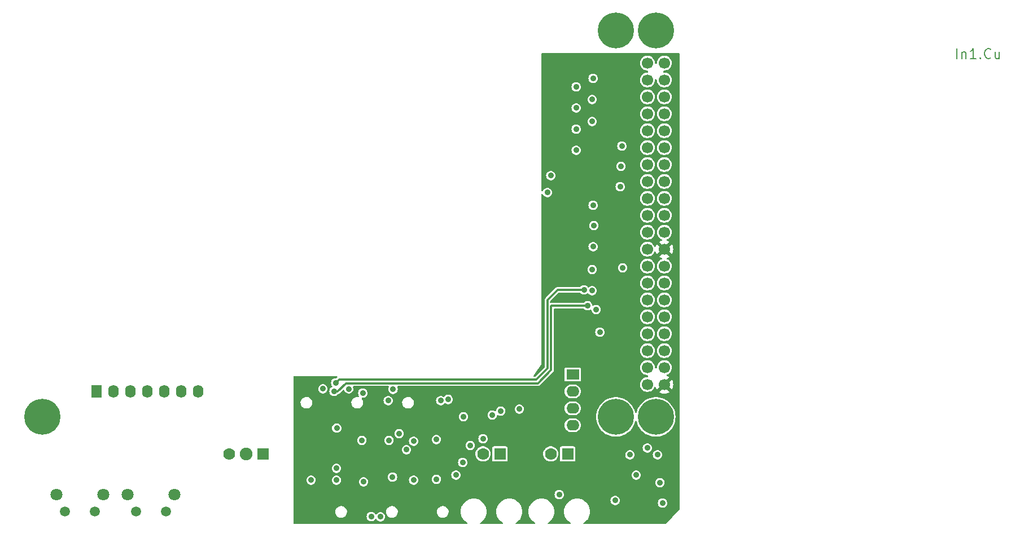
<source format=gbr>
%TF.GenerationSoftware,KiCad,Pcbnew,7.0.9-7.0.9~ubuntu20.04.1*%
%TF.CreationDate,2023-12-26T14:03:13-08:00*%
%TF.ProjectId,NX-IndicatorBoard,4e582d49-6e64-4696-9361-746f72426f61,1*%
%TF.SameCoordinates,Original*%
%TF.FileFunction,Copper,L2,Inr*%
%TF.FilePolarity,Positive*%
%FSLAX46Y46*%
G04 Gerber Fmt 4.6, Leading zero omitted, Abs format (unit mm)*
G04 Created by KiCad (PCBNEW 7.0.9-7.0.9~ubuntu20.04.1) date 2023-12-26 14:03:13*
%MOMM*%
%LPD*%
G01*
G04 APERTURE LIST*
%ADD10C,0.187500*%
%TA.AperFunction,NonConductor*%
%ADD11C,0.187500*%
%TD*%
%TA.AperFunction,ComponentPad*%
%ADD12R,1.778000X1.778000*%
%TD*%
%TA.AperFunction,ComponentPad*%
%ADD13C,1.905000*%
%TD*%
%TA.AperFunction,ComponentPad*%
%ADD14C,1.778000*%
%TD*%
%TA.AperFunction,ComponentPad*%
%ADD15C,1.700000*%
%TD*%
%TA.AperFunction,ComponentPad*%
%ADD16C,1.498600*%
%TD*%
%TA.AperFunction,ComponentPad*%
%ADD17C,1.803400*%
%TD*%
%TA.AperFunction,ComponentPad*%
%ADD18C,5.400000*%
%TD*%
%TA.AperFunction,ComponentPad*%
%ADD19R,1.600200X1.905000*%
%TD*%
%TA.AperFunction,ComponentPad*%
%ADD20O,1.600200X1.905000*%
%TD*%
%TA.AperFunction,ComponentPad*%
%ADD21R,1.905000X1.600200*%
%TD*%
%TA.AperFunction,ComponentPad*%
%ADD22O,1.905000X1.600200*%
%TD*%
%TA.AperFunction,ViaPad*%
%ADD23C,0.889000*%
%TD*%
%TA.AperFunction,Conductor*%
%ADD24C,0.304800*%
%TD*%
G04 APERTURE END LIST*
D10*
D11*
X203172497Y-55178678D02*
X203172497Y-53678678D01*
X203886783Y-54178678D02*
X203886783Y-55178678D01*
X203886783Y-54321535D02*
X203958212Y-54250107D01*
X203958212Y-54250107D02*
X204101069Y-54178678D01*
X204101069Y-54178678D02*
X204315355Y-54178678D01*
X204315355Y-54178678D02*
X204458212Y-54250107D01*
X204458212Y-54250107D02*
X204529641Y-54392964D01*
X204529641Y-54392964D02*
X204529641Y-55178678D01*
X206029641Y-55178678D02*
X205172498Y-55178678D01*
X205601069Y-55178678D02*
X205601069Y-53678678D01*
X205601069Y-53678678D02*
X205458212Y-53892964D01*
X205458212Y-53892964D02*
X205315355Y-54035821D01*
X205315355Y-54035821D02*
X205172498Y-54107250D01*
X206672497Y-55035821D02*
X206743926Y-55107250D01*
X206743926Y-55107250D02*
X206672497Y-55178678D01*
X206672497Y-55178678D02*
X206601069Y-55107250D01*
X206601069Y-55107250D02*
X206672497Y-55035821D01*
X206672497Y-55035821D02*
X206672497Y-55178678D01*
X208243926Y-55035821D02*
X208172498Y-55107250D01*
X208172498Y-55107250D02*
X207958212Y-55178678D01*
X207958212Y-55178678D02*
X207815355Y-55178678D01*
X207815355Y-55178678D02*
X207601069Y-55107250D01*
X207601069Y-55107250D02*
X207458212Y-54964392D01*
X207458212Y-54964392D02*
X207386783Y-54821535D01*
X207386783Y-54821535D02*
X207315355Y-54535821D01*
X207315355Y-54535821D02*
X207315355Y-54321535D01*
X207315355Y-54321535D02*
X207386783Y-54035821D01*
X207386783Y-54035821D02*
X207458212Y-53892964D01*
X207458212Y-53892964D02*
X207601069Y-53750107D01*
X207601069Y-53750107D02*
X207815355Y-53678678D01*
X207815355Y-53678678D02*
X207958212Y-53678678D01*
X207958212Y-53678678D02*
X208172498Y-53750107D01*
X208172498Y-53750107D02*
X208243926Y-53821535D01*
X209529641Y-54178678D02*
X209529641Y-55178678D01*
X208886783Y-54178678D02*
X208886783Y-54964392D01*
X208886783Y-54964392D02*
X208958212Y-55107250D01*
X208958212Y-55107250D02*
X209101069Y-55178678D01*
X209101069Y-55178678D02*
X209315355Y-55178678D01*
X209315355Y-55178678D02*
X209458212Y-55107250D01*
X209458212Y-55107250D02*
X209529641Y-55035821D01*
D12*
%TO.N,/SYS_RST_RCV_RTN*%
%TO.C,J4*%
X99060000Y-114554000D03*
D13*
%TO.N,/UART2_RXD*%
X96520000Y-114554000D03*
D14*
%TO.N,/UART2_TXD*%
X93980000Y-114554000D03*
%TD*%
D15*
%TO.N,+3V3*%
%TO.C,J2*%
X159270000Y-104130000D03*
%TO.N,/5V*%
X156730000Y-104130000D03*
%TO.N,/I2C1_SDA*%
X159270000Y-101590000D03*
%TO.N,/5V*%
X156730000Y-101590000D03*
%TO.N,/I2C1_SCL*%
X159270000Y-99050000D03*
%TO.N,GND*%
X156730000Y-99050000D03*
%TO.N,/GPIO09*%
X159270000Y-96510000D03*
%TO.N,/UART1_TXD*%
X156730000Y-96510000D03*
%TO.N,GND*%
X159270000Y-93970000D03*
%TO.N,/UART1_RXD*%
X156730000Y-93970000D03*
%TO.N,/UART1_RTS*%
X159270000Y-91430000D03*
%TO.N,/I2S0_SCLK*%
X156730000Y-91430000D03*
%TO.N,/SPI1_SCK*%
X159270000Y-88890000D03*
%TO.N,GND*%
X156730000Y-88890000D03*
%TO.N,/GPIO12*%
X159270000Y-86350000D03*
%TO.N,/SPI3_CS1*%
X156730000Y-86350000D03*
%TO.N,+3V3*%
X159270000Y-83810000D03*
%TO.N,/SPI3_CS0*%
X156730000Y-83810000D03*
%TO.N,/SPI0_MOSI*%
X159270000Y-81270000D03*
%TO.N,GND*%
X156730000Y-81270000D03*
%TO.N,/SPI0_MISO*%
X159270000Y-78730000D03*
%TO.N,/SPI1_MISO*%
X156730000Y-78730000D03*
%TO.N,/SPI0_SCK*%
X159270000Y-76190000D03*
%TO.N,/SPI1_CS0*%
X156730000Y-76190000D03*
%TO.N,GND*%
X159270000Y-73650000D03*
%TO.N,/SPI0_CS1*%
X156730000Y-73650000D03*
%TO.N,/I2C0_SDA*%
X159270000Y-71110000D03*
%TO.N,/I2C0_SCL*%
X156730000Y-71110000D03*
%TO.N,/GPIO01*%
X159270000Y-68570000D03*
%TO.N,GND*%
X156730000Y-68570000D03*
%TO.N,/GPIO11*%
X159270000Y-66030000D03*
%TO.N,/GPIO07*%
X156730000Y-66030000D03*
%TO.N,/GPIO13*%
X159270000Y-63490000D03*
%TO.N,GND*%
X156730000Y-63490000D03*
%TO.N,/I2S0_FS*%
X159270000Y-60950000D03*
%TO.N,/UART1_CTS*%
X156730000Y-60950000D03*
%TO.N,/SPI1_MOSI*%
X159270000Y-58410000D03*
%TO.N,/I2S0_DIN*%
X156730000Y-58410000D03*
%TO.N,GND*%
X159270000Y-55870000D03*
%TO.N,/I2S0_DOUT*%
X156730000Y-55870000D03*
%TD*%
D16*
%TO.N,/SYS_RST_RCV_RTN*%
%TO.C,SW1*%
X69378000Y-123170450D03*
%TO.N,/~{SYS_RESET}*%
X73878001Y-123170450D03*
D17*
%TO.N,N/C*%
X68128001Y-120670574D03*
X75128000Y-120670574D03*
%TD*%
D18*
%TO.N,N/C*%
%TO.C,H2*%
X158000000Y-51000000D03*
%TD*%
%TO.N,N/C*%
%TO.C,H1*%
X152000000Y-51000000D03*
%TD*%
%TO.N,N/C*%
%TO.C,H4*%
X152000000Y-109000000D03*
%TD*%
D19*
%TO.N,/NX_PC_LED-*%
%TO.C,J3*%
X74152000Y-105156000D03*
D20*
%TO.N,/UART2_RXD*%
X76692000Y-105156000D03*
%TO.N,/UART2_TXD*%
X79232000Y-105156000D03*
%TO.N,/SYS_RST_RCV_RTN*%
X81772000Y-105156000D03*
%TO.N,/~{SYS_RESET}*%
X84312000Y-105156000D03*
%TO.N,/SYS_RST_RCV_RTN*%
X86852000Y-105156000D03*
%TO.N,/~{REC}*%
X89392000Y-105156000D03*
%TD*%
D18*
%TO.N,N/C*%
%TO.C,H3*%
X66000000Y-109000000D03*
%TD*%
%TO.N,N/C*%
%TO.C,H5*%
X158000000Y-109000000D03*
%TD*%
D12*
%TO.N,/CAN-NX_H+*%
%TO.C,J5*%
X134620000Y-114554000D03*
D14*
%TO.N,/CAN-NX_L-*%
X132080000Y-114554000D03*
%TD*%
D21*
%TO.N,/NX CAN/CAN_TX*%
%TO.C,J1*%
X145542000Y-102616000D03*
D22*
%TO.N,/NX CAN/CAN_RX*%
X145542000Y-105156000D03*
%TO.N,GND*%
X145542000Y-107696000D03*
%TO.N,/NX CAN/+3V3*%
X145542000Y-110236000D03*
%TD*%
D16*
%TO.N,/SYS_RST_RCV_RTN*%
%TO.C,SW2*%
X80046000Y-123170450D03*
%TO.N,/~{REC}*%
X84546001Y-123170450D03*
D17*
%TO.N,N/C*%
X78796001Y-120670574D03*
X85796000Y-120670574D03*
%TD*%
D12*
%TO.N,/CAN-NX_H+*%
%TO.C,J6*%
X144780000Y-114554000D03*
D14*
%TO.N,/CAN-NX_L-*%
X142240000Y-114554000D03*
%TD*%
D23*
%TO.N,+3V3*%
X106553000Y-122936000D03*
X114046000Y-117221000D03*
X121412000Y-123317000D03*
X113792000Y-111252000D03*
X110109000Y-112776000D03*
X121285000Y-116967000D03*
X120142000Y-108585000D03*
X113157000Y-120269000D03*
%TO.N,GND*%
X149606000Y-96266000D03*
X159004000Y-121920000D03*
X110147600Y-110669638D03*
X148590000Y-83439000D03*
X158623000Y-118872000D03*
X149047260Y-92865539D03*
X148463000Y-64643000D03*
X148590000Y-77216000D03*
X148463000Y-61341000D03*
X152781000Y-71374000D03*
X148590000Y-58166000D03*
X148463000Y-90043000D03*
X154115000Y-114681000D03*
X148717000Y-80264000D03*
X151892000Y-121539000D03*
X152654000Y-74422000D03*
X143510000Y-120650000D03*
X152908000Y-68326000D03*
X148463000Y-86868000D03*
%TO.N,/5V*%
X156718000Y-113664500D03*
X155067000Y-117729000D03*
%TO.N,/NX CAN/CAN_TX*%
X158242000Y-114681000D03*
%TO.N,/SPI0_MOSI*%
X153035000Y-86614000D03*
%TO.N,/NX_PC_LED-*%
X110109000Y-116713000D03*
%TO.N,Net-(D1B-Green-A)*%
X108077000Y-104775000D03*
%TO.N,Net-(D2A-RedA)*%
X114046000Y-105410000D03*
%TO.N,Net-(D2A-Red-K)*%
X111942808Y-104787200D03*
X141732000Y-75311000D03*
%TO.N,Net-(D2B-Green-A)*%
X117856000Y-106553000D03*
%TO.N,Net-(D2B-Green-K)*%
X142240000Y-72771000D03*
X118604343Y-104851700D03*
%TO.N,Net-(D3A-RedA)*%
X126856958Y-106365173D03*
%TO.N,Net-(D3B-Green-A)*%
X125730000Y-106553000D03*
%TO.N,Net-(D5A-RedA)*%
X113919000Y-112522000D03*
%TO.N,Net-(D5A-Red-K)*%
X146050000Y-68961000D03*
X120611400Y-113919000D03*
%TO.N,Net-(D5B-Green-K)*%
X146050000Y-62611000D03*
X119507000Y-111506000D03*
%TO.N,Net-(D7A-RedA)*%
X106299000Y-118491000D03*
%TO.N,Net-(D7A-Red-K)*%
X147789400Y-92295572D03*
X109728000Y-105156000D03*
%TO.N,Net-(D5B-Green-A)*%
X117983000Y-112522000D03*
%TO.N,Net-(D6A-RedA)*%
X121666000Y-112649000D03*
%TO.N,Net-(D6A-Red-K)*%
X130175000Y-113284000D03*
X134747000Y-108115600D03*
%TO.N,Net-(D6B-Green-A)*%
X125095000Y-112395000D03*
%TO.N,Net-(D6B-Green-K)*%
X133477000Y-108712000D03*
X132080000Y-112268000D03*
%TO.N,Net-(D7B-Green-A)*%
X110109000Y-118491000D03*
%TO.N,Net-(D7B-Green-K)*%
X147230600Y-89916000D03*
X109982000Y-103886000D03*
%TO.N,Net-(D8A-RedA)*%
X114173000Y-118745000D03*
%TO.N,Net-(D8A-Red-K)*%
X115316000Y-123952000D03*
X146050000Y-65786000D03*
%TO.N,Net-(D8B-Green-A)*%
X118517659Y-118015916D03*
%TO.N,Net-(D8B-Green-K)*%
X116713000Y-123990600D03*
X146050000Y-59436000D03*
%TO.N,Net-(D9A-RedA)*%
X121666000Y-118491000D03*
%TO.N,Net-(D9A-Red-K)*%
X137541000Y-107823000D03*
X129032000Y-115824000D03*
%TO.N,Net-(D9B-Green-A)*%
X125095000Y-118364000D03*
%TO.N,Net-(D9B-Green-K)*%
X128016000Y-117729000D03*
X129159000Y-108961600D03*
%TD*%
D24*
%TO.N,Net-(D7A-Red-K)*%
X140312463Y-103936800D02*
X142290800Y-101958463D01*
X142400428Y-92295572D02*
X147789400Y-92295572D01*
X142290800Y-92405200D02*
X142400428Y-92295572D01*
X109728000Y-105156000D02*
X110286800Y-105156000D01*
X142290800Y-101958463D02*
X142290800Y-92405200D01*
X110286800Y-105156000D02*
X111506000Y-103936800D01*
X111506000Y-103936800D02*
X140312463Y-103936800D01*
%TO.N,Net-(D7B-Green-K)*%
X141732000Y-101727000D02*
X141732000Y-91440000D01*
X143256000Y-89916000D02*
X147230600Y-89916000D01*
X141732000Y-91440000D02*
X143256000Y-89916000D01*
X109982000Y-103886000D02*
X110490000Y-103378000D01*
X140081000Y-103378000D02*
X141732000Y-101727000D01*
X110490000Y-103378000D02*
X140081000Y-103378000D01*
%TD*%
%TA.AperFunction,Conductor*%
%TO.N,+3V3*%
G36*
X161487039Y-54375685D02*
G01*
X161532794Y-54428489D01*
X161544000Y-54480000D01*
X161544000Y-122886824D01*
X161524315Y-122953863D01*
X161510297Y-122971809D01*
X159548720Y-125055985D01*
X159488439Y-125091312D01*
X159458423Y-125095000D01*
X147254315Y-125095000D01*
X147187276Y-125075315D01*
X147141521Y-125022511D01*
X147131577Y-124953353D01*
X147160602Y-124889797D01*
X147194888Y-124862168D01*
X147225230Y-124845599D01*
X147237213Y-124839056D01*
X147460568Y-124671855D01*
X147657855Y-124474568D01*
X147825056Y-124251213D01*
X147958769Y-124006337D01*
X148056271Y-123744923D01*
X148115578Y-123472294D01*
X148135482Y-123194000D01*
X148115578Y-122915706D01*
X148056271Y-122643077D01*
X147958769Y-122381663D01*
X147825056Y-122136787D01*
X147788919Y-122088513D01*
X147657861Y-121913439D01*
X147657845Y-121913421D01*
X147460578Y-121716154D01*
X147460560Y-121716138D01*
X147237215Y-121548945D01*
X147237207Y-121548940D01*
X147219003Y-121539000D01*
X151187866Y-121539000D01*
X151208326Y-121707508D01*
X151208327Y-121707513D01*
X151268520Y-121866227D01*
X151364948Y-122005927D01*
X151364950Y-122005929D01*
X151364952Y-122005931D01*
X151492004Y-122118490D01*
X151492006Y-122118491D01*
X151642311Y-122197377D01*
X151807126Y-122238000D01*
X151976874Y-122238000D01*
X152141689Y-122197377D01*
X152291994Y-122118491D01*
X152419052Y-122005927D01*
X152478363Y-121920000D01*
X158299866Y-121920000D01*
X158320326Y-122088508D01*
X158320327Y-122088513D01*
X158377021Y-122238000D01*
X158380520Y-122247227D01*
X158476948Y-122386927D01*
X158476950Y-122386929D01*
X158476952Y-122386931D01*
X158604004Y-122499490D01*
X158604006Y-122499491D01*
X158754311Y-122578377D01*
X158919126Y-122619000D01*
X159088874Y-122619000D01*
X159253689Y-122578377D01*
X159403994Y-122499491D01*
X159531052Y-122386927D01*
X159627480Y-122247227D01*
X159687673Y-122088510D01*
X159708134Y-121920000D01*
X159687673Y-121751490D01*
X159687672Y-121751488D01*
X159687672Y-121751486D01*
X159660320Y-121679366D01*
X159627480Y-121592773D01*
X159531052Y-121453073D01*
X159531049Y-121453070D01*
X159531047Y-121453068D01*
X159403995Y-121340509D01*
X159253687Y-121261622D01*
X159088874Y-121221000D01*
X158919126Y-121221000D01*
X158754312Y-121261622D01*
X158604004Y-121340509D01*
X158476952Y-121453068D01*
X158476946Y-121453075D01*
X158380521Y-121592771D01*
X158380520Y-121592772D01*
X158320327Y-121751486D01*
X158320326Y-121751491D01*
X158299866Y-121920000D01*
X152478363Y-121920000D01*
X152515480Y-121866227D01*
X152575673Y-121707510D01*
X152596134Y-121539000D01*
X152575673Y-121370490D01*
X152575672Y-121370488D01*
X152575672Y-121370486D01*
X152534385Y-121261622D01*
X152515480Y-121211773D01*
X152419052Y-121072073D01*
X152419049Y-121072070D01*
X152419047Y-121072068D01*
X152291995Y-120959509D01*
X152141687Y-120880622D01*
X151976874Y-120840000D01*
X151807126Y-120840000D01*
X151642312Y-120880622D01*
X151492004Y-120959509D01*
X151364952Y-121072068D01*
X151364946Y-121072075D01*
X151268521Y-121211771D01*
X151268520Y-121211772D01*
X151208327Y-121370486D01*
X151208326Y-121370491D01*
X151187866Y-121539000D01*
X147219003Y-121539000D01*
X146992342Y-121415233D01*
X146992338Y-121415231D01*
X146872381Y-121370490D01*
X146730923Y-121317729D01*
X146730919Y-121317728D01*
X146730916Y-121317727D01*
X146458299Y-121258422D01*
X146249657Y-121243500D01*
X146110343Y-121243500D01*
X145901700Y-121258422D01*
X145629083Y-121317727D01*
X145629078Y-121317728D01*
X145629077Y-121317729D01*
X145568001Y-121340509D01*
X145367661Y-121415231D01*
X145367657Y-121415233D01*
X145122792Y-121548940D01*
X145122784Y-121548945D01*
X144899439Y-121716138D01*
X144899421Y-121716154D01*
X144702154Y-121913421D01*
X144702138Y-121913439D01*
X144534945Y-122136784D01*
X144534940Y-122136792D01*
X144401233Y-122381657D01*
X144401231Y-122381661D01*
X144354335Y-122507396D01*
X144311351Y-122622643D01*
X144303727Y-122643083D01*
X144244422Y-122915700D01*
X144224518Y-123193998D01*
X144224518Y-123194001D01*
X144244422Y-123472299D01*
X144303727Y-123744916D01*
X144303729Y-123744923D01*
X144336255Y-123832129D01*
X144401231Y-124006338D01*
X144401233Y-124006342D01*
X144534940Y-124251207D01*
X144534945Y-124251215D01*
X144702138Y-124474560D01*
X144702154Y-124474578D01*
X144899421Y-124671845D01*
X144899439Y-124671861D01*
X145122784Y-124839054D01*
X145122792Y-124839059D01*
X145165112Y-124862168D01*
X145214518Y-124911574D01*
X145229369Y-124979847D01*
X145204952Y-125045311D01*
X145149018Y-125087182D01*
X145105685Y-125095000D01*
X141914315Y-125095000D01*
X141847276Y-125075315D01*
X141801521Y-125022511D01*
X141791577Y-124953353D01*
X141820602Y-124889797D01*
X141854888Y-124862168D01*
X141885230Y-124845599D01*
X141897213Y-124839056D01*
X142120568Y-124671855D01*
X142317855Y-124474568D01*
X142485056Y-124251213D01*
X142618769Y-124006337D01*
X142716271Y-123744923D01*
X142775578Y-123472294D01*
X142795482Y-123194000D01*
X142775578Y-122915706D01*
X142716271Y-122643077D01*
X142618769Y-122381663D01*
X142485056Y-122136787D01*
X142448919Y-122088513D01*
X142317861Y-121913439D01*
X142317845Y-121913421D01*
X142120578Y-121716154D01*
X142120560Y-121716138D01*
X141897215Y-121548945D01*
X141897207Y-121548940D01*
X141652342Y-121415233D01*
X141652338Y-121415231D01*
X141532381Y-121370490D01*
X141390923Y-121317729D01*
X141390919Y-121317728D01*
X141390916Y-121317727D01*
X141118299Y-121258422D01*
X140909657Y-121243500D01*
X140770343Y-121243500D01*
X140561700Y-121258422D01*
X140289083Y-121317727D01*
X140289078Y-121317728D01*
X140289077Y-121317729D01*
X140228001Y-121340509D01*
X140027661Y-121415231D01*
X140027657Y-121415233D01*
X139782792Y-121548940D01*
X139782784Y-121548945D01*
X139559439Y-121716138D01*
X139559421Y-121716154D01*
X139362154Y-121913421D01*
X139362138Y-121913439D01*
X139194945Y-122136784D01*
X139194940Y-122136792D01*
X139061233Y-122381657D01*
X139061231Y-122381661D01*
X139014335Y-122507396D01*
X138971351Y-122622643D01*
X138963727Y-122643083D01*
X138904422Y-122915700D01*
X138884518Y-123193998D01*
X138884518Y-123194001D01*
X138904422Y-123472299D01*
X138963727Y-123744916D01*
X138963729Y-123744923D01*
X138996255Y-123832129D01*
X139061231Y-124006338D01*
X139061233Y-124006342D01*
X139194940Y-124251207D01*
X139194945Y-124251215D01*
X139362138Y-124474560D01*
X139362154Y-124474578D01*
X139559421Y-124671845D01*
X139559439Y-124671861D01*
X139782784Y-124839054D01*
X139782792Y-124839059D01*
X139825112Y-124862168D01*
X139874518Y-124911574D01*
X139889369Y-124979847D01*
X139864952Y-125045311D01*
X139809018Y-125087182D01*
X139765685Y-125095000D01*
X137094315Y-125095000D01*
X137027276Y-125075315D01*
X136981521Y-125022511D01*
X136971577Y-124953353D01*
X137000602Y-124889797D01*
X137034888Y-124862168D01*
X137065230Y-124845599D01*
X137077213Y-124839056D01*
X137300568Y-124671855D01*
X137497855Y-124474568D01*
X137665056Y-124251213D01*
X137798769Y-124006337D01*
X137896271Y-123744923D01*
X137955578Y-123472294D01*
X137975482Y-123194000D01*
X137955578Y-122915706D01*
X137896271Y-122643077D01*
X137798769Y-122381663D01*
X137665056Y-122136787D01*
X137628919Y-122088513D01*
X137497861Y-121913439D01*
X137497845Y-121913421D01*
X137300578Y-121716154D01*
X137300560Y-121716138D01*
X137077215Y-121548945D01*
X137077207Y-121548940D01*
X136832342Y-121415233D01*
X136832338Y-121415231D01*
X136712381Y-121370490D01*
X136570923Y-121317729D01*
X136570919Y-121317728D01*
X136570916Y-121317727D01*
X136298299Y-121258422D01*
X136089657Y-121243500D01*
X135950343Y-121243500D01*
X135741700Y-121258422D01*
X135469083Y-121317727D01*
X135469078Y-121317728D01*
X135469077Y-121317729D01*
X135408001Y-121340509D01*
X135207661Y-121415231D01*
X135207657Y-121415233D01*
X134962792Y-121548940D01*
X134962784Y-121548945D01*
X134739439Y-121716138D01*
X134739421Y-121716154D01*
X134542154Y-121913421D01*
X134542138Y-121913439D01*
X134374945Y-122136784D01*
X134374940Y-122136792D01*
X134241233Y-122381657D01*
X134241231Y-122381661D01*
X134194335Y-122507396D01*
X134151351Y-122622643D01*
X134143727Y-122643083D01*
X134084422Y-122915700D01*
X134064518Y-123193998D01*
X134064518Y-123194001D01*
X134084422Y-123472299D01*
X134143727Y-123744916D01*
X134143729Y-123744923D01*
X134176255Y-123832129D01*
X134241231Y-124006338D01*
X134241233Y-124006342D01*
X134374940Y-124251207D01*
X134374945Y-124251215D01*
X134542138Y-124474560D01*
X134542154Y-124474578D01*
X134739421Y-124671845D01*
X134739439Y-124671861D01*
X134962784Y-124839054D01*
X134962792Y-124839059D01*
X135005112Y-124862168D01*
X135054518Y-124911574D01*
X135069369Y-124979847D01*
X135044952Y-125045311D01*
X134989018Y-125087182D01*
X134945685Y-125095000D01*
X131754315Y-125095000D01*
X131687276Y-125075315D01*
X131641521Y-125022511D01*
X131631577Y-124953353D01*
X131660602Y-124889797D01*
X131694888Y-124862168D01*
X131725230Y-124845599D01*
X131737213Y-124839056D01*
X131960568Y-124671855D01*
X132157855Y-124474568D01*
X132325056Y-124251213D01*
X132458769Y-124006337D01*
X132556271Y-123744923D01*
X132615578Y-123472294D01*
X132635482Y-123194000D01*
X132615578Y-122915706D01*
X132556271Y-122643077D01*
X132458769Y-122381663D01*
X132325056Y-122136787D01*
X132288919Y-122088513D01*
X132157861Y-121913439D01*
X132157845Y-121913421D01*
X131960578Y-121716154D01*
X131960560Y-121716138D01*
X131737215Y-121548945D01*
X131737207Y-121548940D01*
X131492342Y-121415233D01*
X131492338Y-121415231D01*
X131372381Y-121370490D01*
X131230923Y-121317729D01*
X131230919Y-121317728D01*
X131230916Y-121317727D01*
X130958299Y-121258422D01*
X130749657Y-121243500D01*
X130610343Y-121243500D01*
X130401700Y-121258422D01*
X130129083Y-121317727D01*
X130129078Y-121317728D01*
X130129077Y-121317729D01*
X130068001Y-121340509D01*
X129867661Y-121415231D01*
X129867657Y-121415233D01*
X129622792Y-121548940D01*
X129622784Y-121548945D01*
X129399439Y-121716138D01*
X129399421Y-121716154D01*
X129202154Y-121913421D01*
X129202138Y-121913439D01*
X129034945Y-122136784D01*
X129034940Y-122136792D01*
X128901233Y-122381657D01*
X128901231Y-122381661D01*
X128854335Y-122507396D01*
X128811351Y-122622643D01*
X128803727Y-122643083D01*
X128744422Y-122915700D01*
X128724518Y-123193998D01*
X128724518Y-123194001D01*
X128744422Y-123472299D01*
X128803727Y-123744916D01*
X128803729Y-123744923D01*
X128836255Y-123832129D01*
X128901231Y-124006338D01*
X128901233Y-124006342D01*
X129034940Y-124251207D01*
X129034945Y-124251215D01*
X129202138Y-124474560D01*
X129202154Y-124474578D01*
X129399421Y-124671845D01*
X129399439Y-124671861D01*
X129622784Y-124839054D01*
X129622792Y-124839059D01*
X129665112Y-124862168D01*
X129714518Y-124911574D01*
X129729369Y-124979847D01*
X129704952Y-125045311D01*
X129649018Y-125087182D01*
X129605685Y-125095000D01*
X103756000Y-125095000D01*
X103688961Y-125075315D01*
X103643206Y-125022511D01*
X103632000Y-124971000D01*
X103632000Y-123214324D01*
X109924630Y-123214324D01*
X109934939Y-123404476D01*
X109985887Y-123587969D01*
X109985888Y-123587972D01*
X110005399Y-123624773D01*
X110069095Y-123744916D01*
X110075087Y-123756217D01*
X110075088Y-123756220D01*
X110198368Y-123901356D01*
X110198369Y-123901357D01*
X110349971Y-124016602D01*
X110349972Y-124016602D01*
X110349973Y-124016603D01*
X110349974Y-124016604D01*
X110455758Y-124065543D01*
X110522803Y-124096562D01*
X110522804Y-124096562D01*
X110522806Y-124096563D01*
X110579227Y-124108982D01*
X110708784Y-124137500D01*
X110708785Y-124137500D01*
X110851459Y-124137500D01*
X110851465Y-124137500D01*
X110993316Y-124122073D01*
X111173780Y-124061267D01*
X111336954Y-123963089D01*
X111348661Y-123952000D01*
X114611866Y-123952000D01*
X114632326Y-124120508D01*
X114632327Y-124120513D01*
X114684682Y-124258560D01*
X114692520Y-124279227D01*
X114788948Y-124418927D01*
X114788950Y-124418929D01*
X114788952Y-124418931D01*
X114916004Y-124531490D01*
X114916006Y-124531491D01*
X115066311Y-124610377D01*
X115231126Y-124651000D01*
X115400874Y-124651000D01*
X115565689Y-124610377D01*
X115715994Y-124531491D01*
X115843052Y-124418927D01*
X115899129Y-124337684D01*
X115953410Y-124293696D01*
X116022859Y-124286036D01*
X116085424Y-124317139D01*
X116103226Y-124337684D01*
X116185948Y-124457527D01*
X116185950Y-124457529D01*
X116185952Y-124457531D01*
X116313004Y-124570090D01*
X116313006Y-124570091D01*
X116463311Y-124648977D01*
X116628126Y-124689600D01*
X116797874Y-124689600D01*
X116962689Y-124648977D01*
X117112994Y-124570091D01*
X117240052Y-124457527D01*
X117336480Y-124317827D01*
X117396673Y-124159110D01*
X117417134Y-123990600D01*
X117396673Y-123822090D01*
X117396672Y-123822088D01*
X117396672Y-123822086D01*
X117346977Y-123691052D01*
X117336480Y-123663373D01*
X117240052Y-123523673D01*
X117240049Y-123523670D01*
X117240047Y-123523668D01*
X117112995Y-123411109D01*
X116962687Y-123332222D01*
X116797874Y-123291600D01*
X116628126Y-123291600D01*
X116463312Y-123332222D01*
X116313004Y-123411109D01*
X116185952Y-123523668D01*
X116185944Y-123523677D01*
X116129870Y-123604914D01*
X116075587Y-123648904D01*
X116006138Y-123656563D01*
X115943574Y-123625459D01*
X115925772Y-123604914D01*
X115851700Y-123497602D01*
X115843053Y-123485074D01*
X115843047Y-123485068D01*
X115715995Y-123372509D01*
X115565687Y-123293622D01*
X115400874Y-123253000D01*
X115231126Y-123253000D01*
X115066312Y-123293622D01*
X114916004Y-123372509D01*
X114788952Y-123485068D01*
X114788946Y-123485075D01*
X114692521Y-123624771D01*
X114692520Y-123624772D01*
X114632327Y-123783486D01*
X114632326Y-123783491D01*
X114611866Y-123952000D01*
X111348661Y-123952000D01*
X111475207Y-123832129D01*
X111582075Y-123674510D01*
X111582077Y-123674506D01*
X111652561Y-123497606D01*
X111652562Y-123497602D01*
X111683370Y-123309678D01*
X111678200Y-123214324D01*
X117544630Y-123214324D01*
X117554939Y-123404476D01*
X117605887Y-123587969D01*
X117605888Y-123587972D01*
X117625399Y-123624773D01*
X117689095Y-123744916D01*
X117695087Y-123756217D01*
X117695088Y-123756220D01*
X117818368Y-123901356D01*
X117818369Y-123901357D01*
X117969971Y-124016602D01*
X117969972Y-124016602D01*
X117969973Y-124016603D01*
X117969974Y-124016604D01*
X118075758Y-124065543D01*
X118142803Y-124096562D01*
X118142804Y-124096562D01*
X118142806Y-124096563D01*
X118199227Y-124108982D01*
X118328784Y-124137500D01*
X118328785Y-124137500D01*
X118471459Y-124137500D01*
X118471465Y-124137500D01*
X118613316Y-124122073D01*
X118793780Y-124061267D01*
X118956954Y-123963089D01*
X119095207Y-123832129D01*
X119202075Y-123674510D01*
X119202077Y-123674506D01*
X119272561Y-123497606D01*
X119272562Y-123497602D01*
X119303370Y-123309678D01*
X119298200Y-123214324D01*
X125164630Y-123214324D01*
X125174939Y-123404476D01*
X125225887Y-123587969D01*
X125225888Y-123587972D01*
X125245399Y-123624773D01*
X125309095Y-123744916D01*
X125315087Y-123756217D01*
X125315088Y-123756220D01*
X125438368Y-123901356D01*
X125438369Y-123901357D01*
X125589971Y-124016602D01*
X125589972Y-124016602D01*
X125589973Y-124016603D01*
X125589974Y-124016604D01*
X125695758Y-124065543D01*
X125762803Y-124096562D01*
X125762804Y-124096562D01*
X125762806Y-124096563D01*
X125819227Y-124108982D01*
X125948784Y-124137500D01*
X125948785Y-124137500D01*
X126091459Y-124137500D01*
X126091465Y-124137500D01*
X126233316Y-124122073D01*
X126413780Y-124061267D01*
X126576954Y-123963089D01*
X126715207Y-123832129D01*
X126822075Y-123674510D01*
X126822077Y-123674506D01*
X126892561Y-123497606D01*
X126892562Y-123497602D01*
X126923370Y-123309678D01*
X126913061Y-123119525D01*
X126862114Y-122936033D01*
X126772914Y-122767784D01*
X126772911Y-122767781D01*
X126772911Y-122767779D01*
X126649631Y-122622643D01*
X126498026Y-122507396D01*
X126498025Y-122507395D01*
X126325193Y-122427436D01*
X126139216Y-122386500D01*
X125996535Y-122386500D01*
X125996533Y-122386500D01*
X125854683Y-122401927D01*
X125674217Y-122462734D01*
X125511048Y-122560909D01*
X125372791Y-122691872D01*
X125265922Y-122849493D01*
X125195438Y-123026393D01*
X125180171Y-123119523D01*
X125167962Y-123194001D01*
X125164630Y-123214324D01*
X119298200Y-123214324D01*
X119293061Y-123119525D01*
X119242114Y-122936033D01*
X119152914Y-122767784D01*
X119152911Y-122767781D01*
X119152911Y-122767779D01*
X119029631Y-122622643D01*
X118878026Y-122507396D01*
X118878025Y-122507395D01*
X118705193Y-122427436D01*
X118519216Y-122386500D01*
X118376535Y-122386500D01*
X118376533Y-122386500D01*
X118234683Y-122401927D01*
X118054217Y-122462734D01*
X117891048Y-122560909D01*
X117752791Y-122691872D01*
X117645922Y-122849493D01*
X117575438Y-123026393D01*
X117560171Y-123119523D01*
X117547962Y-123194001D01*
X117544630Y-123214324D01*
X111678200Y-123214324D01*
X111673061Y-123119525D01*
X111622114Y-122936033D01*
X111532914Y-122767784D01*
X111532911Y-122767781D01*
X111532911Y-122767779D01*
X111409631Y-122622643D01*
X111258026Y-122507396D01*
X111258025Y-122507395D01*
X111085193Y-122427436D01*
X110899216Y-122386500D01*
X110756535Y-122386500D01*
X110756533Y-122386500D01*
X110614683Y-122401927D01*
X110434217Y-122462734D01*
X110271048Y-122560909D01*
X110132791Y-122691872D01*
X110025922Y-122849493D01*
X109955438Y-123026393D01*
X109940171Y-123119523D01*
X109927962Y-123194001D01*
X109924630Y-123214324D01*
X103632000Y-123214324D01*
X103632000Y-120650000D01*
X142805866Y-120650000D01*
X142826326Y-120818508D01*
X142826327Y-120818513D01*
X142879800Y-120959509D01*
X142886520Y-120977227D01*
X142982948Y-121116927D01*
X142982950Y-121116929D01*
X142982952Y-121116931D01*
X143110004Y-121229490D01*
X143110006Y-121229491D01*
X143260311Y-121308377D01*
X143425126Y-121349000D01*
X143594874Y-121349000D01*
X143759689Y-121308377D01*
X143909994Y-121229491D01*
X144037052Y-121116927D01*
X144133480Y-120977227D01*
X144193673Y-120818510D01*
X144214134Y-120650000D01*
X144193673Y-120481490D01*
X144193672Y-120481488D01*
X144193672Y-120481486D01*
X144166320Y-120409366D01*
X144133480Y-120322773D01*
X144037052Y-120183073D01*
X144037049Y-120183070D01*
X144037047Y-120183068D01*
X143909995Y-120070509D01*
X143759687Y-119991622D01*
X143594874Y-119951000D01*
X143425126Y-119951000D01*
X143260312Y-119991622D01*
X143110004Y-120070509D01*
X142982952Y-120183068D01*
X142982946Y-120183075D01*
X142886521Y-120322771D01*
X142886520Y-120322772D01*
X142826327Y-120481486D01*
X142826326Y-120481491D01*
X142805866Y-120650000D01*
X103632000Y-120650000D01*
X103632000Y-118491000D01*
X105594866Y-118491000D01*
X105615326Y-118659508D01*
X105615327Y-118659513D01*
X105675520Y-118818227D01*
X105771948Y-118957927D01*
X105771950Y-118957929D01*
X105771952Y-118957931D01*
X105899004Y-119070490D01*
X105899006Y-119070491D01*
X106049311Y-119149377D01*
X106214126Y-119190000D01*
X106383874Y-119190000D01*
X106548689Y-119149377D01*
X106698994Y-119070491D01*
X106826052Y-118957927D01*
X106922480Y-118818227D01*
X106982673Y-118659510D01*
X107003134Y-118491000D01*
X109404866Y-118491000D01*
X109425326Y-118659508D01*
X109425327Y-118659513D01*
X109485520Y-118818227D01*
X109581948Y-118957927D01*
X109581950Y-118957929D01*
X109581952Y-118957931D01*
X109709004Y-119070490D01*
X109709006Y-119070491D01*
X109859311Y-119149377D01*
X110024126Y-119190000D01*
X110193874Y-119190000D01*
X110358689Y-119149377D01*
X110508994Y-119070491D01*
X110636052Y-118957927D01*
X110732480Y-118818227D01*
X110760251Y-118745000D01*
X113468866Y-118745000D01*
X113489326Y-118913508D01*
X113489327Y-118913513D01*
X113546021Y-119063000D01*
X113549520Y-119072227D01*
X113645948Y-119211927D01*
X113645950Y-119211929D01*
X113645952Y-119211931D01*
X113773004Y-119324490D01*
X113773006Y-119324491D01*
X113923311Y-119403377D01*
X114088126Y-119444000D01*
X114257874Y-119444000D01*
X114422689Y-119403377D01*
X114572994Y-119324491D01*
X114700052Y-119211927D01*
X114796480Y-119072227D01*
X114856673Y-118913510D01*
X114877134Y-118745000D01*
X114856673Y-118576490D01*
X114856672Y-118576488D01*
X114856672Y-118576486D01*
X114821159Y-118482847D01*
X114796480Y-118417773D01*
X114700052Y-118278073D01*
X114700049Y-118278070D01*
X114700047Y-118278068D01*
X114572995Y-118165509D01*
X114422687Y-118086622D01*
X114257874Y-118046000D01*
X114088126Y-118046000D01*
X113923312Y-118086622D01*
X113773004Y-118165509D01*
X113645952Y-118278068D01*
X113645946Y-118278075D01*
X113549521Y-118417771D01*
X113549520Y-118417772D01*
X113489327Y-118576486D01*
X113489326Y-118576491D01*
X113468866Y-118745000D01*
X110760251Y-118745000D01*
X110792673Y-118659510D01*
X110813134Y-118491000D01*
X110792673Y-118322490D01*
X110792672Y-118322488D01*
X110792672Y-118322486D01*
X110751385Y-118213622D01*
X110732480Y-118163773D01*
X110636052Y-118024073D01*
X110636049Y-118024070D01*
X110636047Y-118024068D01*
X110626845Y-118015916D01*
X117813525Y-118015916D01*
X117833985Y-118184424D01*
X117833986Y-118184429D01*
X117869499Y-118278068D01*
X117894179Y-118343143D01*
X117990607Y-118482843D01*
X117990609Y-118482845D01*
X117990611Y-118482847D01*
X118117663Y-118595406D01*
X118117665Y-118595407D01*
X118267970Y-118674293D01*
X118432785Y-118714916D01*
X118602533Y-118714916D01*
X118767348Y-118674293D01*
X118917653Y-118595407D01*
X119035504Y-118491000D01*
X120961866Y-118491000D01*
X120982326Y-118659508D01*
X120982327Y-118659513D01*
X121042520Y-118818227D01*
X121138948Y-118957927D01*
X121138950Y-118957929D01*
X121138952Y-118957931D01*
X121266004Y-119070490D01*
X121266006Y-119070491D01*
X121416311Y-119149377D01*
X121581126Y-119190000D01*
X121750874Y-119190000D01*
X121915689Y-119149377D01*
X122065994Y-119070491D01*
X122193052Y-118957927D01*
X122289480Y-118818227D01*
X122349673Y-118659510D01*
X122370134Y-118491000D01*
X122354713Y-118364000D01*
X124390866Y-118364000D01*
X124411326Y-118532508D01*
X124411327Y-118532513D01*
X124465098Y-118674293D01*
X124471520Y-118691227D01*
X124567948Y-118830927D01*
X124567950Y-118830929D01*
X124567952Y-118830931D01*
X124695004Y-118943490D01*
X124695006Y-118943491D01*
X124845311Y-119022377D01*
X125010126Y-119063000D01*
X125179874Y-119063000D01*
X125344689Y-119022377D01*
X125494994Y-118943491D01*
X125575690Y-118872000D01*
X157918866Y-118872000D01*
X157939326Y-119040508D01*
X157939327Y-119040513D01*
X157996021Y-119190000D01*
X157999520Y-119199227D01*
X158095948Y-119338927D01*
X158095950Y-119338929D01*
X158095952Y-119338931D01*
X158223004Y-119451490D01*
X158223006Y-119451491D01*
X158373311Y-119530377D01*
X158538126Y-119571000D01*
X158707874Y-119571000D01*
X158872689Y-119530377D01*
X159022994Y-119451491D01*
X159150052Y-119338927D01*
X159246480Y-119199227D01*
X159306673Y-119040510D01*
X159327134Y-118872000D01*
X159306673Y-118703490D01*
X159306672Y-118703488D01*
X159306672Y-118703486D01*
X159258509Y-118576491D01*
X159246480Y-118544773D01*
X159150052Y-118405073D01*
X159150049Y-118405070D01*
X159150047Y-118405068D01*
X159022995Y-118292509D01*
X158872687Y-118213622D01*
X158707874Y-118173000D01*
X158538126Y-118173000D01*
X158373312Y-118213622D01*
X158223004Y-118292509D01*
X158095952Y-118405068D01*
X158095946Y-118405075D01*
X157999521Y-118544771D01*
X157999520Y-118544772D01*
X157939327Y-118703486D01*
X157939326Y-118703491D01*
X157918866Y-118872000D01*
X125575690Y-118872000D01*
X125622052Y-118830927D01*
X125718480Y-118691227D01*
X125778673Y-118532510D01*
X125799134Y-118364000D01*
X125778673Y-118195490D01*
X125778672Y-118195488D01*
X125778672Y-118195486D01*
X125725858Y-118056228D01*
X125718480Y-118036773D01*
X125622052Y-117897073D01*
X125622049Y-117897070D01*
X125622047Y-117897068D01*
X125494995Y-117784509D01*
X125389230Y-117729000D01*
X127311866Y-117729000D01*
X127332326Y-117897508D01*
X127332327Y-117897513D01*
X127380326Y-118024075D01*
X127392520Y-118056227D01*
X127488948Y-118195927D01*
X127488950Y-118195929D01*
X127488952Y-118195931D01*
X127616004Y-118308490D01*
X127616006Y-118308491D01*
X127766311Y-118387377D01*
X127931126Y-118428000D01*
X128100874Y-118428000D01*
X128265689Y-118387377D01*
X128415994Y-118308491D01*
X128543052Y-118195927D01*
X128639480Y-118056227D01*
X128699673Y-117897510D01*
X128720134Y-117729000D01*
X154362866Y-117729000D01*
X154383326Y-117897508D01*
X154383327Y-117897513D01*
X154431326Y-118024075D01*
X154443520Y-118056227D01*
X154539948Y-118195927D01*
X154539950Y-118195929D01*
X154539952Y-118195931D01*
X154667004Y-118308490D01*
X154667006Y-118308491D01*
X154817311Y-118387377D01*
X154982126Y-118428000D01*
X155151874Y-118428000D01*
X155316689Y-118387377D01*
X155466994Y-118308491D01*
X155594052Y-118195927D01*
X155690480Y-118056227D01*
X155750673Y-117897510D01*
X155771134Y-117729000D01*
X155750673Y-117560490D01*
X155750672Y-117560488D01*
X155750672Y-117560486D01*
X155723320Y-117488366D01*
X155690480Y-117401773D01*
X155594052Y-117262073D01*
X155594049Y-117262070D01*
X155594047Y-117262068D01*
X155466995Y-117149509D01*
X155316687Y-117070622D01*
X155151874Y-117030000D01*
X154982126Y-117030000D01*
X154817312Y-117070622D01*
X154667004Y-117149509D01*
X154539952Y-117262068D01*
X154539946Y-117262075D01*
X154443521Y-117401771D01*
X154443520Y-117401772D01*
X154383327Y-117560486D01*
X154383326Y-117560491D01*
X154362866Y-117729000D01*
X128720134Y-117729000D01*
X128699673Y-117560490D01*
X128699672Y-117560488D01*
X128699672Y-117560486D01*
X128672320Y-117488366D01*
X128639480Y-117401773D01*
X128543052Y-117262073D01*
X128543049Y-117262070D01*
X128543047Y-117262068D01*
X128415995Y-117149509D01*
X128265687Y-117070622D01*
X128100874Y-117030000D01*
X127931126Y-117030000D01*
X127766312Y-117070622D01*
X127616004Y-117149509D01*
X127488952Y-117262068D01*
X127488946Y-117262075D01*
X127392521Y-117401771D01*
X127392520Y-117401772D01*
X127332327Y-117560486D01*
X127332326Y-117560491D01*
X127311866Y-117729000D01*
X125389230Y-117729000D01*
X125344687Y-117705622D01*
X125179874Y-117665000D01*
X125010126Y-117665000D01*
X124845312Y-117705622D01*
X124695004Y-117784509D01*
X124567952Y-117897068D01*
X124567946Y-117897075D01*
X124471521Y-118036771D01*
X124471520Y-118036772D01*
X124411327Y-118195486D01*
X124411326Y-118195491D01*
X124390866Y-118364000D01*
X122354713Y-118364000D01*
X122349673Y-118322490D01*
X122349672Y-118322488D01*
X122349672Y-118322486D01*
X122308385Y-118213622D01*
X122289480Y-118163773D01*
X122193052Y-118024073D01*
X122193049Y-118024070D01*
X122193047Y-118024068D01*
X122065995Y-117911509D01*
X121915687Y-117832622D01*
X121750874Y-117792000D01*
X121581126Y-117792000D01*
X121416312Y-117832622D01*
X121266004Y-117911509D01*
X121138952Y-118024068D01*
X121138946Y-118024075D01*
X121042521Y-118163771D01*
X121042520Y-118163772D01*
X120982327Y-118322486D01*
X120982326Y-118322491D01*
X120961866Y-118491000D01*
X119035504Y-118491000D01*
X119044711Y-118482843D01*
X119141139Y-118343143D01*
X119201332Y-118184426D01*
X119221793Y-118015916D01*
X119201332Y-117847406D01*
X119201331Y-117847404D01*
X119201331Y-117847402D01*
X119147561Y-117705623D01*
X119141139Y-117688689D01*
X119044711Y-117548989D01*
X119044708Y-117548986D01*
X119044706Y-117548984D01*
X118917654Y-117436425D01*
X118767346Y-117357538D01*
X118602533Y-117316916D01*
X118432785Y-117316916D01*
X118267971Y-117357538D01*
X118117663Y-117436425D01*
X117990611Y-117548984D01*
X117990605Y-117548991D01*
X117894180Y-117688687D01*
X117894179Y-117688688D01*
X117833986Y-117847402D01*
X117833985Y-117847407D01*
X117813525Y-118015916D01*
X110626845Y-118015916D01*
X110508995Y-117911509D01*
X110358687Y-117832622D01*
X110193874Y-117792000D01*
X110024126Y-117792000D01*
X109859312Y-117832622D01*
X109709004Y-117911509D01*
X109581952Y-118024068D01*
X109581946Y-118024075D01*
X109485521Y-118163771D01*
X109485520Y-118163772D01*
X109425327Y-118322486D01*
X109425326Y-118322491D01*
X109404866Y-118491000D01*
X107003134Y-118491000D01*
X106982673Y-118322490D01*
X106982672Y-118322488D01*
X106982672Y-118322486D01*
X106941385Y-118213622D01*
X106922480Y-118163773D01*
X106826052Y-118024073D01*
X106826049Y-118024070D01*
X106826047Y-118024068D01*
X106698995Y-117911509D01*
X106548687Y-117832622D01*
X106383874Y-117792000D01*
X106214126Y-117792000D01*
X106049312Y-117832622D01*
X105899004Y-117911509D01*
X105771952Y-118024068D01*
X105771946Y-118024075D01*
X105675521Y-118163771D01*
X105675520Y-118163772D01*
X105615327Y-118322486D01*
X105615326Y-118322491D01*
X105594866Y-118491000D01*
X103632000Y-118491000D01*
X103632000Y-116713000D01*
X109404866Y-116713000D01*
X109425326Y-116881508D01*
X109425327Y-116881513D01*
X109481641Y-117030000D01*
X109485520Y-117040227D01*
X109581948Y-117179927D01*
X109581950Y-117179929D01*
X109581952Y-117179931D01*
X109709004Y-117292490D01*
X109709006Y-117292491D01*
X109859311Y-117371377D01*
X110024126Y-117412000D01*
X110193874Y-117412000D01*
X110358689Y-117371377D01*
X110508994Y-117292491D01*
X110636052Y-117179927D01*
X110732480Y-117040227D01*
X110792673Y-116881510D01*
X110813134Y-116713000D01*
X110792673Y-116544490D01*
X110792672Y-116544488D01*
X110792672Y-116544486D01*
X110765320Y-116472366D01*
X110732480Y-116385773D01*
X110636052Y-116246073D01*
X110636049Y-116246070D01*
X110636047Y-116246068D01*
X110508995Y-116133509D01*
X110358687Y-116054622D01*
X110193874Y-116014000D01*
X110024126Y-116014000D01*
X109859312Y-116054622D01*
X109709004Y-116133509D01*
X109581952Y-116246068D01*
X109581946Y-116246075D01*
X109485521Y-116385771D01*
X109485520Y-116385772D01*
X109425327Y-116544486D01*
X109425326Y-116544491D01*
X109404866Y-116713000D01*
X103632000Y-116713000D01*
X103632000Y-115824000D01*
X128327866Y-115824000D01*
X128348326Y-115992508D01*
X128348327Y-115992513D01*
X128401800Y-116133509D01*
X128408520Y-116151227D01*
X128504948Y-116290927D01*
X128504950Y-116290929D01*
X128504952Y-116290931D01*
X128632004Y-116403490D01*
X128632006Y-116403491D01*
X128782311Y-116482377D01*
X128947126Y-116523000D01*
X129116874Y-116523000D01*
X129281689Y-116482377D01*
X129431994Y-116403491D01*
X129559052Y-116290927D01*
X129655480Y-116151227D01*
X129715673Y-115992510D01*
X129736134Y-115824000D01*
X129715673Y-115655490D01*
X129715672Y-115655488D01*
X129715672Y-115655486D01*
X129672744Y-115542296D01*
X129655480Y-115496773D01*
X129559052Y-115357073D01*
X129559049Y-115357070D01*
X129559047Y-115357068D01*
X129431995Y-115244509D01*
X129281687Y-115165622D01*
X129116874Y-115125000D01*
X128947126Y-115125000D01*
X128782312Y-115165622D01*
X128632004Y-115244509D01*
X128504952Y-115357068D01*
X128504946Y-115357075D01*
X128408521Y-115496771D01*
X128408520Y-115496772D01*
X128348327Y-115655486D01*
X128348326Y-115655491D01*
X128327866Y-115824000D01*
X103632000Y-115824000D01*
X103632000Y-113919000D01*
X119907266Y-113919000D01*
X119927726Y-114087508D01*
X119927727Y-114087513D01*
X119975726Y-114214075D01*
X119987920Y-114246227D01*
X120084348Y-114385927D01*
X120084350Y-114385929D01*
X120084352Y-114385931D01*
X120211404Y-114498490D01*
X120211406Y-114498491D01*
X120361711Y-114577377D01*
X120526526Y-114618000D01*
X120696274Y-114618000D01*
X120861089Y-114577377D01*
X120905630Y-114554000D01*
X130931601Y-114554000D01*
X130951154Y-114765013D01*
X130951154Y-114765015D01*
X130951155Y-114765018D01*
X130975195Y-114849510D01*
X131009151Y-114968853D01*
X131103611Y-115158554D01*
X131231324Y-115327673D01*
X131366052Y-115450493D01*
X131387935Y-115470442D01*
X131568115Y-115582005D01*
X131765726Y-115658560D01*
X131974039Y-115697500D01*
X131974042Y-115697500D01*
X132185958Y-115697500D01*
X132185961Y-115697500D01*
X132394274Y-115658560D01*
X132591885Y-115582005D01*
X132772065Y-115470442D01*
X132774675Y-115468063D01*
X133476500Y-115468063D01*
X133491266Y-115542301D01*
X133547515Y-115626484D01*
X133581234Y-115649014D01*
X133631699Y-115682734D01*
X133631702Y-115682734D01*
X133631703Y-115682735D01*
X133656666Y-115687700D01*
X133705933Y-115697500D01*
X135534066Y-115697499D01*
X135608301Y-115682734D01*
X135692484Y-115626484D01*
X135748734Y-115542301D01*
X135763500Y-115468067D01*
X135763499Y-114554000D01*
X141091601Y-114554000D01*
X141111154Y-114765013D01*
X141111154Y-114765015D01*
X141111155Y-114765018D01*
X141135195Y-114849510D01*
X141169151Y-114968853D01*
X141263611Y-115158554D01*
X141391324Y-115327673D01*
X141526052Y-115450493D01*
X141547935Y-115470442D01*
X141728115Y-115582005D01*
X141925726Y-115658560D01*
X142134039Y-115697500D01*
X142134042Y-115697500D01*
X142345958Y-115697500D01*
X142345961Y-115697500D01*
X142554274Y-115658560D01*
X142751885Y-115582005D01*
X142932065Y-115470442D01*
X142934675Y-115468063D01*
X143636500Y-115468063D01*
X143651266Y-115542301D01*
X143707515Y-115626484D01*
X143741234Y-115649014D01*
X143791699Y-115682734D01*
X143791702Y-115682734D01*
X143791703Y-115682735D01*
X143816666Y-115687700D01*
X143865933Y-115697500D01*
X145694066Y-115697499D01*
X145768301Y-115682734D01*
X145852484Y-115626484D01*
X145908734Y-115542301D01*
X145923500Y-115468067D01*
X145923500Y-114681000D01*
X153410866Y-114681000D01*
X153431326Y-114849508D01*
X153431327Y-114849513D01*
X153491520Y-115008227D01*
X153587948Y-115147927D01*
X153587950Y-115147929D01*
X153587952Y-115147931D01*
X153715004Y-115260490D01*
X153715006Y-115260491D01*
X153865311Y-115339377D01*
X154030126Y-115380000D01*
X154199874Y-115380000D01*
X154364689Y-115339377D01*
X154514994Y-115260491D01*
X154642052Y-115147927D01*
X154738480Y-115008227D01*
X154798673Y-114849510D01*
X154819134Y-114681000D01*
X157537866Y-114681000D01*
X157558326Y-114849508D01*
X157558327Y-114849513D01*
X157618520Y-115008227D01*
X157714948Y-115147927D01*
X157714950Y-115147929D01*
X157714952Y-115147931D01*
X157842004Y-115260490D01*
X157842006Y-115260491D01*
X157992311Y-115339377D01*
X158157126Y-115380000D01*
X158326874Y-115380000D01*
X158491689Y-115339377D01*
X158641994Y-115260491D01*
X158769052Y-115147927D01*
X158865480Y-115008227D01*
X158925673Y-114849510D01*
X158946134Y-114681000D01*
X158925673Y-114512490D01*
X158925672Y-114512488D01*
X158925672Y-114512486D01*
X158898320Y-114440366D01*
X158865480Y-114353773D01*
X158769052Y-114214073D01*
X158769049Y-114214070D01*
X158769047Y-114214068D01*
X158641995Y-114101509D01*
X158491687Y-114022622D01*
X158326874Y-113982000D01*
X158157126Y-113982000D01*
X157992312Y-114022622D01*
X157842004Y-114101509D01*
X157714952Y-114214068D01*
X157714946Y-114214075D01*
X157618521Y-114353771D01*
X157618520Y-114353772D01*
X157558327Y-114512486D01*
X157558326Y-114512491D01*
X157537866Y-114681000D01*
X154819134Y-114681000D01*
X154798673Y-114512490D01*
X154798672Y-114512488D01*
X154798672Y-114512486D01*
X154771320Y-114440366D01*
X154738480Y-114353773D01*
X154642052Y-114214073D01*
X154642049Y-114214070D01*
X154642047Y-114214068D01*
X154514995Y-114101509D01*
X154364687Y-114022622D01*
X154199874Y-113982000D01*
X154030126Y-113982000D01*
X153865312Y-114022622D01*
X153715004Y-114101509D01*
X153587952Y-114214068D01*
X153587946Y-114214075D01*
X153491521Y-114353771D01*
X153491520Y-114353772D01*
X153431327Y-114512486D01*
X153431326Y-114512491D01*
X153410866Y-114681000D01*
X145923500Y-114681000D01*
X145923499Y-113664500D01*
X156013866Y-113664500D01*
X156034326Y-113833008D01*
X156034327Y-113833013D01*
X156078485Y-113949446D01*
X156094520Y-113991727D01*
X156190948Y-114131427D01*
X156190950Y-114131429D01*
X156190952Y-114131431D01*
X156318004Y-114243990D01*
X156318006Y-114243991D01*
X156468311Y-114322877D01*
X156633126Y-114363500D01*
X156802874Y-114363500D01*
X156967689Y-114322877D01*
X157117994Y-114243991D01*
X157245052Y-114131427D01*
X157341480Y-113991727D01*
X157401673Y-113833010D01*
X157422134Y-113664500D01*
X157401673Y-113495990D01*
X157401672Y-113495988D01*
X157401672Y-113495986D01*
X157374320Y-113423866D01*
X157341480Y-113337273D01*
X157245052Y-113197573D01*
X157245049Y-113197570D01*
X157245047Y-113197568D01*
X157117995Y-113085009D01*
X156967687Y-113006122D01*
X156802874Y-112965500D01*
X156633126Y-112965500D01*
X156468312Y-113006122D01*
X156318004Y-113085009D01*
X156190952Y-113197568D01*
X156190946Y-113197575D01*
X156094521Y-113337271D01*
X156094520Y-113337272D01*
X156034327Y-113495986D01*
X156034326Y-113495991D01*
X156013866Y-113664500D01*
X145923499Y-113664500D01*
X145923499Y-113639934D01*
X145908734Y-113565699D01*
X145882204Y-113525994D01*
X145852484Y-113481515D01*
X145802019Y-113447796D01*
X145768301Y-113425266D01*
X145768299Y-113425265D01*
X145768296Y-113425264D01*
X145694069Y-113410500D01*
X143865936Y-113410500D01*
X143791698Y-113425266D01*
X143707515Y-113481515D01*
X143651266Y-113565699D01*
X143651264Y-113565703D01*
X143636500Y-113639928D01*
X143636500Y-115468063D01*
X142934675Y-115468063D01*
X143088677Y-115327671D01*
X143216389Y-115158554D01*
X143310850Y-114968850D01*
X143368845Y-114765018D01*
X143388399Y-114554000D01*
X143368845Y-114342982D01*
X143310850Y-114139150D01*
X143216389Y-113949446D01*
X143088677Y-113780329D01*
X143088675Y-113780326D01*
X142943006Y-113647532D01*
X142932065Y-113637558D01*
X142858117Y-113591771D01*
X142751886Y-113525995D01*
X142751884Y-113525994D01*
X142562206Y-113452513D01*
X142554274Y-113449440D01*
X142345961Y-113410500D01*
X142134039Y-113410500D01*
X141925726Y-113449440D01*
X141925723Y-113449440D01*
X141925723Y-113449441D01*
X141728115Y-113525994D01*
X141728113Y-113525995D01*
X141547933Y-113637559D01*
X141391324Y-113780326D01*
X141263611Y-113949445D01*
X141169151Y-114139146D01*
X141111154Y-114342986D01*
X141091601Y-114553999D01*
X141091601Y-114554000D01*
X135763499Y-114554000D01*
X135763499Y-113639934D01*
X135748734Y-113565699D01*
X135722204Y-113525994D01*
X135692484Y-113481515D01*
X135642019Y-113447796D01*
X135608301Y-113425266D01*
X135608299Y-113425265D01*
X135608296Y-113425264D01*
X135534069Y-113410500D01*
X133705936Y-113410500D01*
X133631698Y-113425266D01*
X133547515Y-113481515D01*
X133491266Y-113565699D01*
X133491264Y-113565703D01*
X133476500Y-113639928D01*
X133476500Y-115468063D01*
X132774675Y-115468063D01*
X132928677Y-115327671D01*
X133056389Y-115158554D01*
X133150850Y-114968850D01*
X133208845Y-114765018D01*
X133228399Y-114554000D01*
X133208845Y-114342982D01*
X133150850Y-114139150D01*
X133056389Y-113949446D01*
X132928677Y-113780329D01*
X132928675Y-113780326D01*
X132783006Y-113647532D01*
X132772065Y-113637558D01*
X132698117Y-113591771D01*
X132591886Y-113525995D01*
X132591884Y-113525994D01*
X132402206Y-113452513D01*
X132394274Y-113449440D01*
X132185961Y-113410500D01*
X131974039Y-113410500D01*
X131765726Y-113449440D01*
X131765723Y-113449440D01*
X131765723Y-113449441D01*
X131568115Y-113525994D01*
X131568113Y-113525995D01*
X131387933Y-113637559D01*
X131231324Y-113780326D01*
X131103611Y-113949445D01*
X131009151Y-114139146D01*
X130951154Y-114342986D01*
X130931601Y-114553999D01*
X130931601Y-114554000D01*
X120905630Y-114554000D01*
X121011394Y-114498491D01*
X121138452Y-114385927D01*
X121234880Y-114246227D01*
X121295073Y-114087510D01*
X121315534Y-113919000D01*
X121295073Y-113750490D01*
X121295072Y-113750488D01*
X121295072Y-113750486D01*
X121267720Y-113678366D01*
X121234880Y-113591773D01*
X121138452Y-113452073D01*
X121138449Y-113452070D01*
X121138447Y-113452068D01*
X121011395Y-113339509D01*
X120861087Y-113260622D01*
X120696274Y-113220000D01*
X120526526Y-113220000D01*
X120361712Y-113260622D01*
X120211404Y-113339509D01*
X120084352Y-113452068D01*
X120084346Y-113452075D01*
X119987921Y-113591771D01*
X119987920Y-113591772D01*
X119927727Y-113750486D01*
X119927726Y-113750491D01*
X119907266Y-113919000D01*
X103632000Y-113919000D01*
X103632000Y-112522000D01*
X113214866Y-112522000D01*
X113235326Y-112690508D01*
X113235327Y-112690513D01*
X113294861Y-112847490D01*
X113295520Y-112849227D01*
X113391948Y-112988927D01*
X113391950Y-112988929D01*
X113391952Y-112988931D01*
X113519004Y-113101490D01*
X113519006Y-113101491D01*
X113669311Y-113180377D01*
X113834126Y-113221000D01*
X114003874Y-113221000D01*
X114168689Y-113180377D01*
X114318994Y-113101491D01*
X114446052Y-112988927D01*
X114542480Y-112849227D01*
X114602673Y-112690510D01*
X114623134Y-112522000D01*
X117278866Y-112522000D01*
X117299326Y-112690508D01*
X117299327Y-112690513D01*
X117358861Y-112847490D01*
X117359520Y-112849227D01*
X117455948Y-112988927D01*
X117455950Y-112988929D01*
X117455952Y-112988931D01*
X117583004Y-113101490D01*
X117583006Y-113101491D01*
X117733311Y-113180377D01*
X117898126Y-113221000D01*
X118067874Y-113221000D01*
X118232689Y-113180377D01*
X118382994Y-113101491D01*
X118510052Y-112988927D01*
X118606480Y-112849227D01*
X118666673Y-112690510D01*
X118671713Y-112649000D01*
X120961866Y-112649000D01*
X120982326Y-112817508D01*
X120982327Y-112817513D01*
X121035141Y-112956771D01*
X121042520Y-112976227D01*
X121138948Y-113115927D01*
X121138950Y-113115929D01*
X121138952Y-113115931D01*
X121266004Y-113228490D01*
X121266006Y-113228491D01*
X121416311Y-113307377D01*
X121581126Y-113348000D01*
X121750874Y-113348000D01*
X121915689Y-113307377D01*
X121960230Y-113284000D01*
X129470866Y-113284000D01*
X129491326Y-113452508D01*
X129491327Y-113452513D01*
X129534255Y-113565703D01*
X129551520Y-113611227D01*
X129647948Y-113750927D01*
X129647950Y-113750929D01*
X129647952Y-113750931D01*
X129775004Y-113863490D01*
X129775006Y-113863491D01*
X129925311Y-113942377D01*
X130090126Y-113983000D01*
X130259874Y-113983000D01*
X130424689Y-113942377D01*
X130574994Y-113863491D01*
X130702052Y-113750927D01*
X130798480Y-113611227D01*
X130858673Y-113452510D01*
X130879134Y-113284000D01*
X130858673Y-113115490D01*
X130858672Y-113115488D01*
X130858672Y-113115486D01*
X130817195Y-113006122D01*
X130798480Y-112956773D01*
X130702052Y-112817073D01*
X130702049Y-112817070D01*
X130702047Y-112817068D01*
X130574995Y-112704509D01*
X130424687Y-112625622D01*
X130259874Y-112585000D01*
X130090126Y-112585000D01*
X129925312Y-112625622D01*
X129775004Y-112704509D01*
X129647952Y-112817068D01*
X129647946Y-112817075D01*
X129551521Y-112956771D01*
X129551520Y-112956772D01*
X129491327Y-113115486D01*
X129491326Y-113115491D01*
X129470866Y-113284000D01*
X121960230Y-113284000D01*
X122065994Y-113228491D01*
X122193052Y-113115927D01*
X122289480Y-112976227D01*
X122349673Y-112817510D01*
X122370134Y-112649000D01*
X122349673Y-112480490D01*
X122349672Y-112480488D01*
X122349672Y-112480486D01*
X122317251Y-112395000D01*
X124390866Y-112395000D01*
X124411326Y-112563508D01*
X124411327Y-112563513D01*
X124464800Y-112704509D01*
X124471520Y-112722227D01*
X124567948Y-112861927D01*
X124567950Y-112861929D01*
X124567952Y-112861931D01*
X124695004Y-112974490D01*
X124695006Y-112974491D01*
X124845311Y-113053377D01*
X125010126Y-113094000D01*
X125179874Y-113094000D01*
X125344689Y-113053377D01*
X125494994Y-112974491D01*
X125622052Y-112861927D01*
X125718480Y-112722227D01*
X125778673Y-112563510D01*
X125799134Y-112395000D01*
X125783713Y-112268000D01*
X131375866Y-112268000D01*
X131396326Y-112436508D01*
X131396327Y-112436513D01*
X131452641Y-112585000D01*
X131456520Y-112595227D01*
X131552948Y-112734927D01*
X131552950Y-112734929D01*
X131552952Y-112734931D01*
X131680004Y-112847490D01*
X131680006Y-112847491D01*
X131830311Y-112926377D01*
X131995126Y-112967000D01*
X132164874Y-112967000D01*
X132329689Y-112926377D01*
X132479994Y-112847491D01*
X132607052Y-112734927D01*
X132703480Y-112595227D01*
X132763673Y-112436510D01*
X132784134Y-112268000D01*
X132763673Y-112099490D01*
X132763672Y-112099488D01*
X132763672Y-112099486D01*
X132722385Y-111990622D01*
X132703480Y-111940773D01*
X132607052Y-111801073D01*
X132607049Y-111801070D01*
X132607047Y-111801068D01*
X132479995Y-111688509D01*
X132329687Y-111609622D01*
X132164874Y-111569000D01*
X131995126Y-111569000D01*
X131830312Y-111609622D01*
X131680004Y-111688509D01*
X131552952Y-111801068D01*
X131552946Y-111801075D01*
X131456521Y-111940771D01*
X131456520Y-111940772D01*
X131396327Y-112099486D01*
X131396326Y-112099491D01*
X131375866Y-112268000D01*
X125783713Y-112268000D01*
X125778673Y-112226490D01*
X125778672Y-112226488D01*
X125778672Y-112226486D01*
X125730509Y-112099491D01*
X125718480Y-112067773D01*
X125622052Y-111928073D01*
X125622049Y-111928070D01*
X125622047Y-111928068D01*
X125494995Y-111815509D01*
X125344687Y-111736622D01*
X125179874Y-111696000D01*
X125010126Y-111696000D01*
X124845312Y-111736622D01*
X124695004Y-111815509D01*
X124567952Y-111928068D01*
X124567946Y-111928075D01*
X124471521Y-112067771D01*
X124471520Y-112067772D01*
X124411327Y-112226486D01*
X124411326Y-112226491D01*
X124390866Y-112395000D01*
X122317251Y-112395000D01*
X122301509Y-112353491D01*
X122289480Y-112321773D01*
X122193052Y-112182073D01*
X122193049Y-112182070D01*
X122193047Y-112182068D01*
X122065995Y-112069509D01*
X121915687Y-111990622D01*
X121750874Y-111950000D01*
X121581126Y-111950000D01*
X121416312Y-111990622D01*
X121266004Y-112069509D01*
X121138952Y-112182068D01*
X121138946Y-112182075D01*
X121042521Y-112321771D01*
X121042520Y-112321772D01*
X120982327Y-112480486D01*
X120982326Y-112480491D01*
X120961866Y-112649000D01*
X118671713Y-112649000D01*
X118687134Y-112522000D01*
X118666673Y-112353490D01*
X118666672Y-112353488D01*
X118666672Y-112353486D01*
X118618509Y-112226491D01*
X118606480Y-112194773D01*
X118510052Y-112055073D01*
X118510049Y-112055070D01*
X118510047Y-112055068D01*
X118382995Y-111942509D01*
X118232687Y-111863622D01*
X118067874Y-111823000D01*
X117898126Y-111823000D01*
X117733312Y-111863622D01*
X117583004Y-111942509D01*
X117455952Y-112055068D01*
X117455946Y-112055075D01*
X117359521Y-112194771D01*
X117359520Y-112194772D01*
X117299327Y-112353486D01*
X117299326Y-112353491D01*
X117278866Y-112522000D01*
X114623134Y-112522000D01*
X114602673Y-112353490D01*
X114602672Y-112353488D01*
X114602672Y-112353486D01*
X114554509Y-112226491D01*
X114542480Y-112194773D01*
X114446052Y-112055073D01*
X114446049Y-112055070D01*
X114446047Y-112055068D01*
X114318995Y-111942509D01*
X114168687Y-111863622D01*
X114003874Y-111823000D01*
X113834126Y-111823000D01*
X113669312Y-111863622D01*
X113519004Y-111942509D01*
X113391952Y-112055068D01*
X113391946Y-112055075D01*
X113295521Y-112194771D01*
X113295520Y-112194772D01*
X113235327Y-112353486D01*
X113235326Y-112353491D01*
X113214866Y-112522000D01*
X103632000Y-112522000D01*
X103632000Y-111506000D01*
X118802866Y-111506000D01*
X118823326Y-111674508D01*
X118823327Y-111674513D01*
X118871326Y-111801075D01*
X118883520Y-111833227D01*
X118979948Y-111972927D01*
X118979950Y-111972929D01*
X118979952Y-111972931D01*
X119107004Y-112085490D01*
X119107006Y-112085491D01*
X119257311Y-112164377D01*
X119422126Y-112205000D01*
X119591874Y-112205000D01*
X119756689Y-112164377D01*
X119906994Y-112085491D01*
X120034052Y-111972927D01*
X120130480Y-111833227D01*
X120190673Y-111674510D01*
X120211134Y-111506000D01*
X120190673Y-111337490D01*
X120190672Y-111337488D01*
X120190672Y-111337486D01*
X120144233Y-111215038D01*
X120130480Y-111178773D01*
X120034052Y-111039073D01*
X120034049Y-111039070D01*
X120034047Y-111039068D01*
X119906995Y-110926509D01*
X119756687Y-110847622D01*
X119591874Y-110807000D01*
X119422126Y-110807000D01*
X119257312Y-110847622D01*
X119107004Y-110926509D01*
X118979952Y-111039068D01*
X118979946Y-111039075D01*
X118883521Y-111178771D01*
X118883520Y-111178772D01*
X118823327Y-111337486D01*
X118823326Y-111337491D01*
X118802866Y-111506000D01*
X103632000Y-111506000D01*
X103632000Y-110669638D01*
X109443466Y-110669638D01*
X109463926Y-110838146D01*
X109463927Y-110838151D01*
X109519743Y-110985323D01*
X109524120Y-110996865D01*
X109620548Y-111136565D01*
X109620550Y-111136567D01*
X109620552Y-111136569D01*
X109747604Y-111249128D01*
X109747606Y-111249129D01*
X109897911Y-111328015D01*
X110062726Y-111368638D01*
X110232474Y-111368638D01*
X110397289Y-111328015D01*
X110547594Y-111249129D01*
X110674652Y-111136565D01*
X110771080Y-110996865D01*
X110831273Y-110838148D01*
X110851734Y-110669638D01*
X110831273Y-110501128D01*
X110831272Y-110501126D01*
X110831272Y-110501124D01*
X110803920Y-110429004D01*
X110771080Y-110342411D01*
X110697630Y-110236000D01*
X144329897Y-110236000D01*
X144350258Y-110442736D01*
X144410563Y-110641535D01*
X144508485Y-110824733D01*
X144508489Y-110824740D01*
X144640276Y-110985323D01*
X144800859Y-111117110D01*
X144800866Y-111117114D01*
X144984064Y-111215036D01*
X144984066Y-111215036D01*
X144984069Y-111215038D01*
X145182862Y-111275341D01*
X145182861Y-111275341D01*
X145221593Y-111279155D01*
X145337789Y-111290600D01*
X145337792Y-111290600D01*
X145746208Y-111290600D01*
X145746211Y-111290600D01*
X145901138Y-111275341D01*
X146099931Y-111215038D01*
X146283139Y-111117111D01*
X146443723Y-110985323D01*
X146575511Y-110824739D01*
X146634267Y-110714814D01*
X146673436Y-110641535D01*
X146673436Y-110641534D01*
X146673438Y-110641531D01*
X146733741Y-110442738D01*
X146754103Y-110236000D01*
X146733741Y-110029262D01*
X146673438Y-109830469D01*
X146673436Y-109830466D01*
X146673436Y-109830464D01*
X146575514Y-109647266D01*
X146575510Y-109647259D01*
X146443723Y-109486676D01*
X146283140Y-109354889D01*
X146283133Y-109354885D01*
X146099935Y-109256963D01*
X146000534Y-109226810D01*
X145901138Y-109196659D01*
X145901136Y-109196658D01*
X145901138Y-109196658D01*
X145781544Y-109184880D01*
X145746211Y-109181400D01*
X145337789Y-109181400D01*
X145299547Y-109185166D01*
X145182863Y-109196658D01*
X144984064Y-109256963D01*
X144800866Y-109354885D01*
X144800859Y-109354889D01*
X144640276Y-109486676D01*
X144508489Y-109647259D01*
X144508485Y-109647266D01*
X144410563Y-109830464D01*
X144350258Y-110029263D01*
X144329897Y-110236000D01*
X110697630Y-110236000D01*
X110674652Y-110202711D01*
X110674649Y-110202708D01*
X110674647Y-110202706D01*
X110547595Y-110090147D01*
X110397287Y-110011260D01*
X110232474Y-109970638D01*
X110062726Y-109970638D01*
X109897912Y-110011260D01*
X109747604Y-110090147D01*
X109620552Y-110202706D01*
X109620546Y-110202713D01*
X109524121Y-110342409D01*
X109524120Y-110342410D01*
X109463927Y-110501124D01*
X109463926Y-110501129D01*
X109443466Y-110669638D01*
X103632000Y-110669638D01*
X103632000Y-108961600D01*
X128454866Y-108961600D01*
X128475326Y-109130108D01*
X128475327Y-109130113D01*
X128535520Y-109288827D01*
X128631948Y-109428527D01*
X128631950Y-109428529D01*
X128631952Y-109428531D01*
X128759004Y-109541090D01*
X128759006Y-109541091D01*
X128909311Y-109619977D01*
X129074126Y-109660600D01*
X129243874Y-109660600D01*
X129408689Y-109619977D01*
X129558994Y-109541091D01*
X129686052Y-109428527D01*
X129782480Y-109288827D01*
X129842673Y-109130110D01*
X129863134Y-108961600D01*
X129842673Y-108793090D01*
X129842672Y-108793088D01*
X129842672Y-108793086D01*
X129811920Y-108712000D01*
X132772866Y-108712000D01*
X132793326Y-108880508D01*
X132793327Y-108880513D01*
X132838643Y-109000000D01*
X132853520Y-109039227D01*
X132949948Y-109178927D01*
X132949950Y-109178929D01*
X132949952Y-109178931D01*
X133077004Y-109291490D01*
X133077006Y-109291491D01*
X133227311Y-109370377D01*
X133392126Y-109411000D01*
X133561874Y-109411000D01*
X133726689Y-109370377D01*
X133876994Y-109291491D01*
X134004052Y-109178927D01*
X134100480Y-109039227D01*
X134115356Y-109000003D01*
X149040493Y-109000003D01*
X149060504Y-109343578D01*
X149060505Y-109343589D01*
X149120264Y-109682499D01*
X149120266Y-109682507D01*
X149218973Y-110012212D01*
X149355284Y-110328215D01*
X149355290Y-110328228D01*
X149527368Y-110626277D01*
X149732882Y-110902330D01*
X149732887Y-110902336D01*
X149811182Y-110985323D01*
X149969063Y-111152667D01*
X149969069Y-111152672D01*
X149969071Y-111152674D01*
X150232702Y-111373887D01*
X150232710Y-111373893D01*
X150520242Y-111563006D01*
X150827791Y-111717463D01*
X150827792Y-111717464D01*
X150827795Y-111717465D01*
X150827799Y-111717467D01*
X151151204Y-111835177D01*
X151486087Y-111914545D01*
X151827920Y-111954500D01*
X151827927Y-111954500D01*
X152172073Y-111954500D01*
X152172080Y-111954500D01*
X152513913Y-111914545D01*
X152848796Y-111835177D01*
X153172201Y-111717467D01*
X153479754Y-111563008D01*
X153767295Y-111373889D01*
X154030937Y-111152667D01*
X154267114Y-110902334D01*
X154472632Y-110626276D01*
X154644712Y-110328224D01*
X154781027Y-110012211D01*
X154879733Y-109682509D01*
X154879732Y-109682509D01*
X154880768Y-109679052D01*
X154882038Y-109679432D01*
X154913954Y-109623469D01*
X154975885Y-109591122D01*
X155045473Y-109597394D01*
X155100623Y-109640291D01*
X155118433Y-109679290D01*
X155119232Y-109679052D01*
X155218973Y-110012212D01*
X155355284Y-110328215D01*
X155355290Y-110328228D01*
X155527368Y-110626277D01*
X155732882Y-110902330D01*
X155732887Y-110902336D01*
X155811182Y-110985323D01*
X155969063Y-111152667D01*
X155969069Y-111152672D01*
X155969071Y-111152674D01*
X156232702Y-111373887D01*
X156232710Y-111373893D01*
X156520242Y-111563006D01*
X156827791Y-111717463D01*
X156827792Y-111717464D01*
X156827795Y-111717465D01*
X156827799Y-111717467D01*
X157151204Y-111835177D01*
X157486087Y-111914545D01*
X157827920Y-111954500D01*
X157827927Y-111954500D01*
X158172073Y-111954500D01*
X158172080Y-111954500D01*
X158513913Y-111914545D01*
X158848796Y-111835177D01*
X159172201Y-111717467D01*
X159479754Y-111563008D01*
X159767295Y-111373889D01*
X160030937Y-111152667D01*
X160267114Y-110902334D01*
X160472632Y-110626276D01*
X160644712Y-110328224D01*
X160781027Y-110012211D01*
X160879733Y-109682509D01*
X160885948Y-109647266D01*
X160939494Y-109343589D01*
X160939493Y-109343589D01*
X160939496Y-109343578D01*
X160959507Y-109000000D01*
X160957270Y-108961600D01*
X160952548Y-108880513D01*
X160939496Y-108656422D01*
X160915794Y-108522000D01*
X160879735Y-108317500D01*
X160879733Y-108317492D01*
X160869928Y-108284740D01*
X160781027Y-107987789D01*
X160644712Y-107671776D01*
X160520840Y-107457223D01*
X160472631Y-107373722D01*
X160267117Y-107097669D01*
X160267112Y-107097663D01*
X160112279Y-106933551D01*
X160030937Y-106847333D01*
X160030930Y-106847327D01*
X160030928Y-106847325D01*
X159767297Y-106626112D01*
X159767289Y-106626106D01*
X159479757Y-106436993D01*
X159172208Y-106282536D01*
X159172207Y-106282535D01*
X158936278Y-106196664D01*
X158848796Y-106164823D01*
X158848795Y-106164822D01*
X158848793Y-106164822D01*
X158613258Y-106109000D01*
X158513913Y-106085455D01*
X158172080Y-106045500D01*
X157827920Y-106045500D01*
X157486087Y-106085455D01*
X157151206Y-106164822D01*
X156827792Y-106282535D01*
X156827791Y-106282536D01*
X156520242Y-106436993D01*
X156232710Y-106626106D01*
X156232702Y-106626112D01*
X155969071Y-106847325D01*
X155969061Y-106847335D01*
X155732887Y-107097663D01*
X155732882Y-107097669D01*
X155527368Y-107373722D01*
X155355290Y-107671771D01*
X155355284Y-107671784D01*
X155218973Y-107987787D01*
X155119232Y-108320948D01*
X155117964Y-108320568D01*
X155086035Y-108376541D01*
X155024100Y-108408879D01*
X154954513Y-108402600D01*
X154899368Y-108359695D01*
X154881563Y-108320709D01*
X154880768Y-108320948D01*
X154858053Y-108245075D01*
X154781027Y-107987789D01*
X154644712Y-107671776D01*
X154520840Y-107457223D01*
X154472631Y-107373722D01*
X154267117Y-107097669D01*
X154267112Y-107097663D01*
X154112279Y-106933551D01*
X154030937Y-106847333D01*
X154030930Y-106847327D01*
X154030928Y-106847325D01*
X153767297Y-106626112D01*
X153767289Y-106626106D01*
X153479757Y-106436993D01*
X153172208Y-106282536D01*
X153172207Y-106282535D01*
X152936278Y-106196664D01*
X152848796Y-106164823D01*
X152848795Y-106164822D01*
X152848793Y-106164822D01*
X152613258Y-106109000D01*
X152513913Y-106085455D01*
X152172080Y-106045500D01*
X151827920Y-106045500D01*
X151486087Y-106085455D01*
X151151206Y-106164822D01*
X150827792Y-106282535D01*
X150827791Y-106282536D01*
X150520242Y-106436993D01*
X150232710Y-106626106D01*
X150232702Y-106626112D01*
X149969071Y-106847325D01*
X149969061Y-106847335D01*
X149732887Y-107097663D01*
X149732882Y-107097669D01*
X149527368Y-107373722D01*
X149355290Y-107671771D01*
X149355284Y-107671784D01*
X149218973Y-107987787D01*
X149120266Y-108317492D01*
X149120264Y-108317500D01*
X149060505Y-108656410D01*
X149060504Y-108656421D01*
X149040493Y-108999996D01*
X149040493Y-109000003D01*
X134115356Y-109000003D01*
X134160673Y-108880510D01*
X134171347Y-108792596D01*
X134198968Y-108728420D01*
X134256902Y-108689363D01*
X134326755Y-108687828D01*
X134352059Y-108697743D01*
X134497311Y-108773977D01*
X134497313Y-108773977D01*
X134497314Y-108773978D01*
X134662126Y-108814600D01*
X134831874Y-108814600D01*
X134996689Y-108773977D01*
X135146994Y-108695091D01*
X135274052Y-108582527D01*
X135370480Y-108442827D01*
X135430434Y-108284740D01*
X135430672Y-108284113D01*
X135430673Y-108284108D01*
X135451134Y-108115600D01*
X135430673Y-107947090D01*
X135430672Y-107947088D01*
X135430672Y-107947086D01*
X135383612Y-107823000D01*
X136836866Y-107823000D01*
X136857326Y-107991508D01*
X136857327Y-107991513D01*
X136904388Y-108115600D01*
X136917520Y-108150227D01*
X137013948Y-108289927D01*
X137013950Y-108289929D01*
X137013952Y-108289931D01*
X137141004Y-108402490D01*
X137141006Y-108402491D01*
X137291311Y-108481377D01*
X137456126Y-108522000D01*
X137625874Y-108522000D01*
X137790689Y-108481377D01*
X137940994Y-108402491D01*
X138068052Y-108289927D01*
X138164480Y-108150227D01*
X138224673Y-107991510D01*
X138245134Y-107823000D01*
X138229713Y-107696000D01*
X144329897Y-107696000D01*
X144350258Y-107902736D01*
X144410563Y-108101535D01*
X144508485Y-108284733D01*
X144508489Y-108284740D01*
X144640276Y-108445323D01*
X144800859Y-108577110D01*
X144800866Y-108577114D01*
X144984064Y-108675036D01*
X144984066Y-108675036D01*
X144984069Y-108675038D01*
X145182862Y-108735341D01*
X145182861Y-108735341D01*
X145221593Y-108739155D01*
X145337789Y-108750600D01*
X145337792Y-108750600D01*
X145746208Y-108750600D01*
X145746211Y-108750600D01*
X145901138Y-108735341D01*
X146099931Y-108675038D01*
X146134782Y-108656410D01*
X146283133Y-108577114D01*
X146283139Y-108577111D01*
X146443723Y-108445323D01*
X146575511Y-108284739D01*
X146673438Y-108101531D01*
X146733741Y-107902738D01*
X146754103Y-107696000D01*
X146733741Y-107489262D01*
X146673438Y-107290469D01*
X146673436Y-107290466D01*
X146673436Y-107290464D01*
X146575514Y-107107266D01*
X146575510Y-107107259D01*
X146443723Y-106946676D01*
X146283140Y-106814889D01*
X146283133Y-106814885D01*
X146099935Y-106716963D01*
X146000534Y-106686810D01*
X145901138Y-106656659D01*
X145901136Y-106656658D01*
X145901138Y-106656658D01*
X145781544Y-106644880D01*
X145746211Y-106641400D01*
X145337789Y-106641400D01*
X145299547Y-106645166D01*
X145182863Y-106656658D01*
X144984064Y-106716963D01*
X144800866Y-106814885D01*
X144800859Y-106814889D01*
X144640276Y-106946676D01*
X144508489Y-107107259D01*
X144508485Y-107107266D01*
X144410563Y-107290464D01*
X144350258Y-107489263D01*
X144329897Y-107696000D01*
X138229713Y-107696000D01*
X138224673Y-107654490D01*
X138224672Y-107654488D01*
X138224672Y-107654486D01*
X138179777Y-107536109D01*
X138164480Y-107495773D01*
X138068052Y-107356073D01*
X138068049Y-107356070D01*
X138068047Y-107356068D01*
X137940995Y-107243509D01*
X137790687Y-107164622D01*
X137625874Y-107124000D01*
X137456126Y-107124000D01*
X137291312Y-107164622D01*
X137141004Y-107243509D01*
X137013952Y-107356068D01*
X137013946Y-107356075D01*
X136917521Y-107495771D01*
X136917520Y-107495772D01*
X136857327Y-107654486D01*
X136857326Y-107654491D01*
X136836866Y-107823000D01*
X135383612Y-107823000D01*
X135370480Y-107788373D01*
X135274052Y-107648673D01*
X135274049Y-107648670D01*
X135274047Y-107648668D01*
X135146995Y-107536109D01*
X134996687Y-107457222D01*
X134831874Y-107416600D01*
X134662126Y-107416600D01*
X134497312Y-107457222D01*
X134347004Y-107536109D01*
X134219952Y-107648668D01*
X134219946Y-107648675D01*
X134123521Y-107788371D01*
X134123520Y-107788372D01*
X134063327Y-107947086D01*
X134063326Y-107947092D01*
X134052652Y-108035002D01*
X134025030Y-108099180D01*
X133967095Y-108138236D01*
X133897243Y-108139771D01*
X133871931Y-108129852D01*
X133844776Y-108115600D01*
X133726689Y-108053623D01*
X133726688Y-108053622D01*
X133726687Y-108053622D01*
X133561874Y-108013000D01*
X133392126Y-108013000D01*
X133227312Y-108053622D01*
X133077004Y-108132509D01*
X132949952Y-108245068D01*
X132949946Y-108245075D01*
X132853521Y-108384771D01*
X132853520Y-108384772D01*
X132793327Y-108543486D01*
X132793326Y-108543491D01*
X132772866Y-108712000D01*
X129811920Y-108712000D01*
X129803335Y-108689363D01*
X129782480Y-108634373D01*
X129686052Y-108494673D01*
X129686049Y-108494670D01*
X129686047Y-108494668D01*
X129558995Y-108382109D01*
X129408687Y-108303222D01*
X129243874Y-108262600D01*
X129074126Y-108262600D01*
X128909312Y-108303222D01*
X128759004Y-108382109D01*
X128631952Y-108494668D01*
X128631946Y-108494675D01*
X128535521Y-108634371D01*
X128535520Y-108634372D01*
X128475327Y-108793086D01*
X128475326Y-108793091D01*
X128454866Y-108961600D01*
X103632000Y-108961600D01*
X103632000Y-106814324D01*
X104724630Y-106814324D01*
X104733479Y-106977542D01*
X104734939Y-107004475D01*
X104779404Y-107164623D01*
X104785887Y-107187969D01*
X104785888Y-107187972D01*
X104819834Y-107252000D01*
X104875011Y-107356075D01*
X104875087Y-107356217D01*
X104875088Y-107356220D01*
X104988095Y-107489262D01*
X104998369Y-107501357D01*
X105149971Y-107616602D01*
X105149972Y-107616602D01*
X105149973Y-107616603D01*
X105149974Y-107616604D01*
X105255758Y-107665543D01*
X105322803Y-107696562D01*
X105322804Y-107696562D01*
X105322806Y-107696563D01*
X105379227Y-107708982D01*
X105508784Y-107737500D01*
X105508785Y-107737500D01*
X105651459Y-107737500D01*
X105651465Y-107737500D01*
X105793316Y-107722073D01*
X105973780Y-107661267D01*
X106136954Y-107563089D01*
X106275207Y-107432129D01*
X106382075Y-107274510D01*
X106407230Y-107211377D01*
X106452561Y-107097606D01*
X106458042Y-107064173D01*
X106483370Y-106909678D01*
X106478200Y-106814324D01*
X112344630Y-106814324D01*
X112353479Y-106977542D01*
X112354939Y-107004475D01*
X112399404Y-107164623D01*
X112405887Y-107187969D01*
X112405888Y-107187972D01*
X112439834Y-107252000D01*
X112495011Y-107356075D01*
X112495087Y-107356217D01*
X112495088Y-107356220D01*
X112608095Y-107489262D01*
X112618369Y-107501357D01*
X112769971Y-107616602D01*
X112769972Y-107616602D01*
X112769973Y-107616603D01*
X112769974Y-107616604D01*
X112875758Y-107665543D01*
X112942803Y-107696562D01*
X112942804Y-107696562D01*
X112942806Y-107696563D01*
X112999227Y-107708982D01*
X113128784Y-107737500D01*
X113128785Y-107737500D01*
X113271459Y-107737500D01*
X113271465Y-107737500D01*
X113413316Y-107722073D01*
X113593780Y-107661267D01*
X113756954Y-107563089D01*
X113895207Y-107432129D01*
X114002075Y-107274510D01*
X114027230Y-107211377D01*
X114072561Y-107097606D01*
X114078042Y-107064173D01*
X114103370Y-106909678D01*
X114093061Y-106719525D01*
X114046825Y-106553000D01*
X117151866Y-106553000D01*
X117172326Y-106721508D01*
X117172327Y-106721513D01*
X117214268Y-106832100D01*
X117232520Y-106880227D01*
X117328948Y-107019927D01*
X117328950Y-107019929D01*
X117328952Y-107019931D01*
X117456004Y-107132490D01*
X117456006Y-107132491D01*
X117606311Y-107211377D01*
X117771126Y-107252000D01*
X117940874Y-107252000D01*
X118105689Y-107211377D01*
X118255994Y-107132491D01*
X118383052Y-107019927D01*
X118479480Y-106880227D01*
X118504474Y-106814324D01*
X119964630Y-106814324D01*
X119973479Y-106977542D01*
X119974939Y-107004475D01*
X120019404Y-107164623D01*
X120025887Y-107187969D01*
X120025888Y-107187972D01*
X120059834Y-107252000D01*
X120115011Y-107356075D01*
X120115087Y-107356217D01*
X120115088Y-107356220D01*
X120228095Y-107489262D01*
X120238369Y-107501357D01*
X120389971Y-107616602D01*
X120389972Y-107616602D01*
X120389973Y-107616603D01*
X120389974Y-107616604D01*
X120495758Y-107665543D01*
X120562803Y-107696562D01*
X120562804Y-107696562D01*
X120562806Y-107696563D01*
X120619227Y-107708982D01*
X120748784Y-107737500D01*
X120748785Y-107737500D01*
X120891459Y-107737500D01*
X120891465Y-107737500D01*
X121033316Y-107722073D01*
X121213780Y-107661267D01*
X121376954Y-107563089D01*
X121515207Y-107432129D01*
X121622075Y-107274510D01*
X121647230Y-107211377D01*
X121692561Y-107097606D01*
X121698042Y-107064173D01*
X121723370Y-106909678D01*
X121713061Y-106719525D01*
X121666825Y-106553000D01*
X125025866Y-106553000D01*
X125046326Y-106721508D01*
X125046327Y-106721513D01*
X125088268Y-106832100D01*
X125106520Y-106880227D01*
X125202948Y-107019927D01*
X125202950Y-107019929D01*
X125202952Y-107019931D01*
X125330004Y-107132490D01*
X125330006Y-107132491D01*
X125480311Y-107211377D01*
X125645126Y-107252000D01*
X125814874Y-107252000D01*
X125979689Y-107211377D01*
X126129994Y-107132491D01*
X126257052Y-107019927D01*
X126286311Y-106977537D01*
X126340588Y-106933551D01*
X126410037Y-106925890D01*
X126449774Y-106942221D01*
X126450322Y-106941178D01*
X126456963Y-106944663D01*
X126456964Y-106944664D01*
X126607269Y-107023550D01*
X126772084Y-107064173D01*
X126941832Y-107064173D01*
X127106647Y-107023550D01*
X127256952Y-106944664D01*
X127384010Y-106832100D01*
X127480438Y-106692400D01*
X127540631Y-106533683D01*
X127561092Y-106365173D01*
X127540631Y-106196663D01*
X127540630Y-106196661D01*
X127540630Y-106196659D01*
X127498688Y-106086068D01*
X127480438Y-106037946D01*
X127384010Y-105898246D01*
X127384007Y-105898243D01*
X127384005Y-105898241D01*
X127256953Y-105785682D01*
X127106645Y-105706795D01*
X126941832Y-105666173D01*
X126772084Y-105666173D01*
X126607270Y-105706795D01*
X126456962Y-105785682D01*
X126329910Y-105898241D01*
X126329905Y-105898246D01*
X126300647Y-105940634D01*
X126246363Y-105984623D01*
X126176915Y-105992281D01*
X126137184Y-105975950D01*
X126136636Y-105976995D01*
X125986592Y-105898246D01*
X125979689Y-105894623D01*
X125979688Y-105894622D01*
X125979687Y-105894622D01*
X125814874Y-105854000D01*
X125645126Y-105854000D01*
X125480312Y-105894622D01*
X125330004Y-105973509D01*
X125202952Y-106086068D01*
X125202946Y-106086075D01*
X125106521Y-106225771D01*
X125106520Y-106225772D01*
X125046327Y-106384486D01*
X125046326Y-106384491D01*
X125025866Y-106553000D01*
X121666825Y-106553000D01*
X121662114Y-106536033D01*
X121572914Y-106367784D01*
X121572911Y-106367781D01*
X121572911Y-106367779D01*
X121449631Y-106222643D01*
X121368421Y-106160909D01*
X121298029Y-106107398D01*
X121298028Y-106107397D01*
X121298026Y-106107396D01*
X121298025Y-106107395D01*
X121125193Y-106027436D01*
X120939216Y-105986500D01*
X120796535Y-105986500D01*
X120796533Y-105986500D01*
X120654683Y-106001927D01*
X120474217Y-106062734D01*
X120311048Y-106160909D01*
X120172791Y-106291872D01*
X120065922Y-106449493D01*
X119995438Y-106626393D01*
X119964630Y-106814324D01*
X118504474Y-106814324D01*
X118539673Y-106721510D01*
X118560134Y-106553000D01*
X118539673Y-106384490D01*
X118539672Y-106384488D01*
X118539672Y-106384486D01*
X118501006Y-106282533D01*
X118479480Y-106225773D01*
X118383052Y-106086073D01*
X118383049Y-106086070D01*
X118383047Y-106086068D01*
X118255995Y-105973509D01*
X118112592Y-105898246D01*
X118105689Y-105894623D01*
X118105688Y-105894622D01*
X118105687Y-105894622D01*
X117940874Y-105854000D01*
X117771126Y-105854000D01*
X117606312Y-105894622D01*
X117456004Y-105973509D01*
X117328952Y-106086068D01*
X117328946Y-106086075D01*
X117232521Y-106225771D01*
X117232520Y-106225772D01*
X117172327Y-106384486D01*
X117172326Y-106384491D01*
X117151866Y-106553000D01*
X114046825Y-106553000D01*
X114042114Y-106536033D01*
X113952914Y-106367784D01*
X113952911Y-106367781D01*
X113952911Y-106367779D01*
X113906615Y-106313276D01*
X113878217Y-106249438D01*
X113888841Y-106180380D01*
X113935114Y-106128029D01*
X114001123Y-106109000D01*
X114130874Y-106109000D01*
X114295689Y-106068377D01*
X114445994Y-105989491D01*
X114573052Y-105876927D01*
X114669480Y-105737227D01*
X114729673Y-105578510D01*
X114750134Y-105410000D01*
X114729673Y-105241490D01*
X114729672Y-105241488D01*
X114729672Y-105241486D01*
X114684715Y-105122945D01*
X114669480Y-105082773D01*
X114573052Y-104943073D01*
X114573049Y-104943070D01*
X114573047Y-104943068D01*
X114445995Y-104830509D01*
X114295687Y-104751622D01*
X114130874Y-104711000D01*
X113961126Y-104711000D01*
X113796312Y-104751622D01*
X113646004Y-104830509D01*
X113518952Y-104943068D01*
X113518946Y-104943075D01*
X113422521Y-105082771D01*
X113422520Y-105082772D01*
X113362327Y-105241486D01*
X113362326Y-105241491D01*
X113341866Y-105410000D01*
X113362326Y-105578508D01*
X113362327Y-105578513D01*
X113422520Y-105737227D01*
X113422521Y-105737228D01*
X113464957Y-105798708D01*
X113486840Y-105865063D01*
X113469374Y-105932714D01*
X113418107Y-105980184D01*
X113349313Y-105992401D01*
X113336254Y-105990250D01*
X113325342Y-105987848D01*
X113319216Y-105986500D01*
X113176535Y-105986500D01*
X113176533Y-105986500D01*
X113034683Y-106001927D01*
X112854217Y-106062734D01*
X112691048Y-106160909D01*
X112552791Y-106291872D01*
X112445922Y-106449493D01*
X112375438Y-106626393D01*
X112344630Y-106814324D01*
X106478200Y-106814324D01*
X106473061Y-106719525D01*
X106422114Y-106536033D01*
X106332914Y-106367784D01*
X106332911Y-106367781D01*
X106332911Y-106367779D01*
X106209631Y-106222643D01*
X106128421Y-106160909D01*
X106058029Y-106107398D01*
X106058028Y-106107397D01*
X106058026Y-106107396D01*
X106058025Y-106107395D01*
X105885193Y-106027436D01*
X105699216Y-105986500D01*
X105556535Y-105986500D01*
X105556533Y-105986500D01*
X105414683Y-106001927D01*
X105234217Y-106062734D01*
X105071048Y-106160909D01*
X104932791Y-106291872D01*
X104825922Y-106449493D01*
X104755438Y-106626393D01*
X104724630Y-106814324D01*
X103632000Y-106814324D01*
X103632000Y-104775000D01*
X107372866Y-104775000D01*
X107393326Y-104943508D01*
X107393327Y-104943513D01*
X107422415Y-105020210D01*
X107453520Y-105102227D01*
X107549948Y-105241927D01*
X107549950Y-105241929D01*
X107549952Y-105241931D01*
X107677004Y-105354490D01*
X107677006Y-105354491D01*
X107827311Y-105433377D01*
X107992126Y-105474000D01*
X108161874Y-105474000D01*
X108326689Y-105433377D01*
X108476994Y-105354491D01*
X108604052Y-105241927D01*
X108700480Y-105102227D01*
X108760673Y-104943510D01*
X108781134Y-104775000D01*
X108760673Y-104606490D01*
X108760672Y-104606488D01*
X108760672Y-104606486D01*
X108729568Y-104524473D01*
X108700480Y-104447773D01*
X108604052Y-104308073D01*
X108604049Y-104308070D01*
X108604047Y-104308068D01*
X108476995Y-104195509D01*
X108339684Y-104123443D01*
X108326689Y-104116623D01*
X108326688Y-104116622D01*
X108326687Y-104116622D01*
X108161874Y-104076000D01*
X107992126Y-104076000D01*
X107827312Y-104116622D01*
X107677004Y-104195509D01*
X107549952Y-104308068D01*
X107549946Y-104308075D01*
X107453521Y-104447771D01*
X107453520Y-104447772D01*
X107393327Y-104606486D01*
X107393326Y-104606491D01*
X107372866Y-104775000D01*
X103632000Y-104775000D01*
X103632000Y-102993563D01*
X103651685Y-102926524D01*
X103704489Y-102880769D01*
X103755558Y-102869564D01*
X110145694Y-102847064D01*
X110212802Y-102866512D01*
X110258742Y-102919155D01*
X110268929Y-102988278D01*
X110240128Y-103051935D01*
X110233816Y-103058739D01*
X110229444Y-103063112D01*
X110224925Y-103067631D01*
X110224922Y-103067634D01*
X110141872Y-103150682D01*
X110080550Y-103184166D01*
X110054193Y-103187000D01*
X109897126Y-103187000D01*
X109732312Y-103227622D01*
X109582004Y-103306509D01*
X109454952Y-103419068D01*
X109454946Y-103419075D01*
X109358521Y-103558771D01*
X109358520Y-103558772D01*
X109298327Y-103717486D01*
X109298326Y-103717491D01*
X109277866Y-103886000D01*
X109298326Y-104054508D01*
X109298327Y-104054513D01*
X109358520Y-104213227D01*
X109358521Y-104213228D01*
X109454966Y-104352954D01*
X109476849Y-104419309D01*
X109459383Y-104486960D01*
X109410542Y-104533190D01*
X109328007Y-104576507D01*
X109328005Y-104576509D01*
X109200952Y-104689068D01*
X109200946Y-104689075D01*
X109104521Y-104828771D01*
X109104520Y-104828772D01*
X109044327Y-104987486D01*
X109044326Y-104987491D01*
X109023866Y-105156000D01*
X109044326Y-105324508D01*
X109044327Y-105324513D01*
X109090241Y-105445577D01*
X109104520Y-105483227D01*
X109200948Y-105622927D01*
X109200949Y-105622928D01*
X109200952Y-105622931D01*
X109328004Y-105735490D01*
X109328006Y-105735491D01*
X109478311Y-105814377D01*
X109643126Y-105855000D01*
X109812874Y-105855000D01*
X109977689Y-105814377D01*
X110127994Y-105735491D01*
X110255052Y-105622927D01*
X110259583Y-105616361D01*
X110313862Y-105572372D01*
X110342241Y-105564326D01*
X110351244Y-105562900D01*
X110351246Y-105562900D01*
X110372803Y-105555895D01*
X110391714Y-105551355D01*
X110414106Y-105547809D01*
X110434303Y-105537516D01*
X110452268Y-105530075D01*
X110473832Y-105523070D01*
X110492173Y-105509743D01*
X110508757Y-105499580D01*
X110528951Y-105489292D01*
X110620092Y-105398151D01*
X111069461Y-104948780D01*
X111130784Y-104915296D01*
X111200475Y-104920280D01*
X111256409Y-104962151D01*
X111273084Y-104992491D01*
X111319328Y-105114427D01*
X111415756Y-105254127D01*
X111415758Y-105254129D01*
X111415760Y-105254131D01*
X111542812Y-105366690D01*
X111542814Y-105366691D01*
X111693119Y-105445577D01*
X111857934Y-105486200D01*
X112027682Y-105486200D01*
X112192497Y-105445577D01*
X112342802Y-105366691D01*
X112469860Y-105254127D01*
X112566288Y-105114427D01*
X112626481Y-104955710D01*
X112646942Y-104787200D01*
X112626481Y-104618690D01*
X112626480Y-104618688D01*
X112626480Y-104618686D01*
X112598298Y-104544377D01*
X112585893Y-104511669D01*
X112580527Y-104442008D01*
X112613674Y-104380502D01*
X112674812Y-104346680D01*
X112701836Y-104343700D01*
X117870619Y-104343700D01*
X117937658Y-104363385D01*
X117983413Y-104416189D01*
X117993357Y-104485347D01*
X117983023Y-104517270D01*
X117983523Y-104517460D01*
X117920670Y-104683186D01*
X117920669Y-104683191D01*
X117900209Y-104851700D01*
X117920669Y-105020208D01*
X117920670Y-105020213D01*
X117959632Y-105122945D01*
X117980863Y-105178927D01*
X118077291Y-105318627D01*
X118077293Y-105318629D01*
X118077295Y-105318631D01*
X118204347Y-105431190D01*
X118204349Y-105431191D01*
X118354654Y-105510077D01*
X118519469Y-105550700D01*
X118689217Y-105550700D01*
X118854032Y-105510077D01*
X119004337Y-105431191D01*
X119131395Y-105318627D01*
X119227823Y-105178927D01*
X119236518Y-105156000D01*
X144329897Y-105156000D01*
X144350258Y-105362736D01*
X144410563Y-105561535D01*
X144508485Y-105744733D01*
X144508489Y-105744740D01*
X144640276Y-105905323D01*
X144800859Y-106037110D01*
X144800866Y-106037114D01*
X144984064Y-106135036D01*
X144984066Y-106135036D01*
X144984069Y-106135038D01*
X145182862Y-106195341D01*
X145182861Y-106195341D01*
X145221593Y-106199155D01*
X145337789Y-106210600D01*
X145337792Y-106210600D01*
X145746208Y-106210600D01*
X145746211Y-106210600D01*
X145901138Y-106195341D01*
X146099931Y-106135038D01*
X146283139Y-106037111D01*
X146443723Y-105905323D01*
X146575511Y-105744739D01*
X146673438Y-105561531D01*
X146733741Y-105362738D01*
X146754103Y-105156000D01*
X146733741Y-104949262D01*
X146673438Y-104750469D01*
X146673436Y-104750466D01*
X146673436Y-104750464D01*
X146575514Y-104567266D01*
X146575510Y-104567259D01*
X146443723Y-104406676D01*
X146283140Y-104274889D01*
X146283133Y-104274885D01*
X146099935Y-104176963D01*
X146000534Y-104146810D01*
X145945118Y-104130000D01*
X155620768Y-104130000D01*
X155639654Y-104333816D01*
X155639654Y-104333818D01*
X155639655Y-104333821D01*
X155672077Y-104447772D01*
X155695673Y-104530704D01*
X155786912Y-104713935D01*
X155910269Y-104877287D01*
X156061537Y-105015185D01*
X156061539Y-105015187D01*
X156235569Y-105122942D01*
X156235575Y-105122945D01*
X156276010Y-105138609D01*
X156426444Y-105196888D01*
X156627653Y-105234500D01*
X156627656Y-105234500D01*
X156832344Y-105234500D01*
X156832347Y-105234500D01*
X157033556Y-105196888D01*
X157224427Y-105122944D01*
X157398462Y-105015186D01*
X157549732Y-104877285D01*
X157673088Y-104713935D01*
X157758380Y-104542645D01*
X157805883Y-104491408D01*
X157873545Y-104473987D01*
X157939886Y-104495912D01*
X157983841Y-104550224D01*
X157989155Y-104565823D01*
X157996567Y-104593485D01*
X157996570Y-104593492D01*
X158096400Y-104807579D01*
X158096402Y-104807583D01*
X158155072Y-104891373D01*
X158155073Y-104891373D01*
X158778866Y-104267579D01*
X158801318Y-104344040D01*
X158880605Y-104467413D01*
X158991438Y-104563451D01*
X159124839Y-104624373D01*
X159128633Y-104624918D01*
X158508625Y-105244925D01*
X158592421Y-105303599D01*
X158806507Y-105403429D01*
X158806516Y-105403433D01*
X159034673Y-105464567D01*
X159034684Y-105464569D01*
X159269998Y-105485157D01*
X159270002Y-105485157D01*
X159505315Y-105464569D01*
X159505326Y-105464567D01*
X159733483Y-105403433D01*
X159733492Y-105403429D01*
X159947578Y-105303600D01*
X159947582Y-105303598D01*
X160031373Y-105244926D01*
X160031373Y-105244925D01*
X159411365Y-104624918D01*
X159415161Y-104624373D01*
X159548562Y-104563451D01*
X159659395Y-104467413D01*
X159738682Y-104344040D01*
X159761132Y-104267580D01*
X160384925Y-104891373D01*
X160384926Y-104891373D01*
X160443598Y-104807582D01*
X160443600Y-104807578D01*
X160543429Y-104593492D01*
X160543433Y-104593483D01*
X160604567Y-104365326D01*
X160604569Y-104365315D01*
X160625157Y-104130001D01*
X160625157Y-104129998D01*
X160604569Y-103894684D01*
X160604567Y-103894673D01*
X160543433Y-103666516D01*
X160543429Y-103666507D01*
X160443600Y-103452423D01*
X160443599Y-103452421D01*
X160384925Y-103368626D01*
X160384925Y-103368625D01*
X159761132Y-103992418D01*
X159738682Y-103915960D01*
X159659395Y-103792587D01*
X159548562Y-103696549D01*
X159415161Y-103635627D01*
X159411364Y-103635081D01*
X160031373Y-103015073D01*
X160031373Y-103015072D01*
X159947583Y-102956402D01*
X159947579Y-102956400D01*
X159733492Y-102856570D01*
X159733477Y-102856564D01*
X159700960Y-102847851D01*
X159641300Y-102811486D01*
X159610772Y-102748638D01*
X159619067Y-102679263D01*
X159663553Y-102625386D01*
X159688257Y-102612452D01*
X159764427Y-102582944D01*
X159938462Y-102475186D01*
X160089732Y-102337285D01*
X160213088Y-102173935D01*
X160304328Y-101990701D01*
X160360345Y-101793821D01*
X160379232Y-101590000D01*
X160360345Y-101386179D01*
X160304328Y-101189299D01*
X160213088Y-101006065D01*
X160089732Y-100842715D01*
X160089730Y-100842712D01*
X159938462Y-100704814D01*
X159938460Y-100704812D01*
X159764430Y-100597057D01*
X159764424Y-100597054D01*
X159613993Y-100538777D01*
X159573556Y-100523112D01*
X159372347Y-100485500D01*
X159167653Y-100485500D01*
X158966444Y-100523112D01*
X158966441Y-100523112D01*
X158966441Y-100523113D01*
X158775575Y-100597054D01*
X158775569Y-100597057D01*
X158601539Y-100704812D01*
X158601537Y-100704814D01*
X158450269Y-100842712D01*
X158326912Y-101006064D01*
X158235673Y-101189295D01*
X158179654Y-101386183D01*
X158160239Y-101595708D01*
X158157835Y-101595485D01*
X158141083Y-101652539D01*
X158088279Y-101698294D01*
X158036768Y-101709500D01*
X157963232Y-101709500D01*
X157896193Y-101689815D01*
X157850438Y-101637011D01*
X157841419Y-101595554D01*
X157839761Y-101595708D01*
X157820345Y-101386183D01*
X157820345Y-101386179D01*
X157764328Y-101189299D01*
X157673088Y-101006065D01*
X157549732Y-100842715D01*
X157549730Y-100842712D01*
X157398462Y-100704814D01*
X157398460Y-100704812D01*
X157224430Y-100597057D01*
X157224424Y-100597054D01*
X157073993Y-100538777D01*
X157033556Y-100523112D01*
X156832347Y-100485500D01*
X156627653Y-100485500D01*
X156426444Y-100523112D01*
X156426441Y-100523112D01*
X156426441Y-100523113D01*
X156235575Y-100597054D01*
X156235569Y-100597057D01*
X156061539Y-100704812D01*
X156061537Y-100704814D01*
X155910269Y-100842712D01*
X155786912Y-101006064D01*
X155695673Y-101189295D01*
X155639654Y-101386183D01*
X155620768Y-101589999D01*
X155620768Y-101590000D01*
X155639654Y-101793816D01*
X155695673Y-101990704D01*
X155786912Y-102173935D01*
X155910269Y-102337287D01*
X156061537Y-102475185D01*
X156061539Y-102475187D01*
X156235569Y-102582942D01*
X156235575Y-102582945D01*
X156235578Y-102582946D01*
X156426444Y-102656888D01*
X156627653Y-102694500D01*
X156627656Y-102694500D01*
X156725500Y-102694500D01*
X156792539Y-102714185D01*
X156838294Y-102766989D01*
X156849500Y-102818500D01*
X156849500Y-102901500D01*
X156829815Y-102968539D01*
X156777011Y-103014294D01*
X156725500Y-103025500D01*
X156627653Y-103025500D01*
X156426444Y-103063112D01*
X156426441Y-103063112D01*
X156426441Y-103063113D01*
X156235575Y-103137054D01*
X156235569Y-103137057D01*
X156061539Y-103244812D01*
X156061537Y-103244814D01*
X155910269Y-103382712D01*
X155786912Y-103546064D01*
X155695673Y-103729295D01*
X155639654Y-103926183D01*
X155620768Y-104129999D01*
X155620768Y-104130000D01*
X145945118Y-104130000D01*
X145901138Y-104116659D01*
X145901136Y-104116658D01*
X145901138Y-104116658D01*
X145781544Y-104104880D01*
X145746211Y-104101400D01*
X145337789Y-104101400D01*
X145299547Y-104105166D01*
X145182863Y-104116658D01*
X144984064Y-104176963D01*
X144800866Y-104274885D01*
X144800859Y-104274889D01*
X144640276Y-104406676D01*
X144508489Y-104567259D01*
X144508485Y-104567266D01*
X144410563Y-104750464D01*
X144350258Y-104949263D01*
X144329897Y-105156000D01*
X119236518Y-105156000D01*
X119288016Y-105020210D01*
X119308477Y-104851700D01*
X119288016Y-104683190D01*
X119288015Y-104683188D01*
X119288015Y-104683186D01*
X119250028Y-104583023D01*
X119227823Y-104524473D01*
X119227822Y-104524472D01*
X119225163Y-104517460D01*
X119226585Y-104516920D01*
X119214546Y-104456812D01*
X119240041Y-104391760D01*
X119296658Y-104350818D01*
X119338067Y-104343700D01*
X140376908Y-104343700D01*
X140376909Y-104343700D01*
X140398466Y-104336695D01*
X140417377Y-104332155D01*
X140439769Y-104328609D01*
X140459966Y-104318316D01*
X140477931Y-104310875D01*
X140499495Y-104303870D01*
X140517836Y-104290543D01*
X140534420Y-104280380D01*
X140554614Y-104270092D01*
X140645755Y-104178951D01*
X141383543Y-103441163D01*
X144335000Y-103441163D01*
X144349766Y-103515401D01*
X144406015Y-103599584D01*
X144436570Y-103620000D01*
X144490199Y-103655834D01*
X144490202Y-103655834D01*
X144490203Y-103655835D01*
X144515166Y-103660800D01*
X144564433Y-103670600D01*
X146519566Y-103670599D01*
X146593801Y-103655834D01*
X146677984Y-103599584D01*
X146734234Y-103515401D01*
X146749000Y-103441167D01*
X146748999Y-101790834D01*
X146734234Y-101716599D01*
X146691430Y-101652539D01*
X146677984Y-101632415D01*
X146622817Y-101595554D01*
X146593801Y-101576166D01*
X146593799Y-101576165D01*
X146593796Y-101576164D01*
X146519569Y-101561400D01*
X144564436Y-101561400D01*
X144490198Y-101576166D01*
X144406015Y-101632415D01*
X144349766Y-101716599D01*
X144349764Y-101716603D01*
X144335000Y-101790828D01*
X144335000Y-103441163D01*
X141383543Y-103441163D01*
X142601166Y-102223540D01*
X142624092Y-102200614D01*
X142634380Y-102180420D01*
X142644543Y-102163836D01*
X142657870Y-102145495D01*
X142664875Y-102123931D01*
X142672316Y-102105966D01*
X142682609Y-102085769D01*
X142686155Y-102063377D01*
X142690695Y-102044466D01*
X142697700Y-102022909D01*
X142697700Y-101894017D01*
X142697700Y-99050000D01*
X155620768Y-99050000D01*
X155639654Y-99253816D01*
X155695673Y-99450704D01*
X155786912Y-99633935D01*
X155910269Y-99797287D01*
X156061537Y-99935185D01*
X156061539Y-99935187D01*
X156235569Y-100042942D01*
X156235575Y-100042945D01*
X156276010Y-100058609D01*
X156426444Y-100116888D01*
X156627653Y-100154500D01*
X156627656Y-100154500D01*
X156832344Y-100154500D01*
X156832347Y-100154500D01*
X157033556Y-100116888D01*
X157224427Y-100042944D01*
X157398462Y-99935186D01*
X157549732Y-99797285D01*
X157673088Y-99633935D01*
X157764328Y-99450701D01*
X157820345Y-99253821D01*
X157839232Y-99050000D01*
X158160768Y-99050000D01*
X158179654Y-99253816D01*
X158235673Y-99450704D01*
X158326912Y-99633935D01*
X158450269Y-99797287D01*
X158601537Y-99935185D01*
X158601539Y-99935187D01*
X158775569Y-100042942D01*
X158775575Y-100042945D01*
X158816010Y-100058609D01*
X158966444Y-100116888D01*
X159167653Y-100154500D01*
X159167656Y-100154500D01*
X159372344Y-100154500D01*
X159372347Y-100154500D01*
X159573556Y-100116888D01*
X159764427Y-100042944D01*
X159938462Y-99935186D01*
X160089732Y-99797285D01*
X160213088Y-99633935D01*
X160304328Y-99450701D01*
X160360345Y-99253821D01*
X160379232Y-99050000D01*
X160360345Y-98846179D01*
X160304328Y-98649299D01*
X160213088Y-98466065D01*
X160089732Y-98302715D01*
X160089730Y-98302712D01*
X159938462Y-98164814D01*
X159938460Y-98164812D01*
X159764430Y-98057057D01*
X159764424Y-98057054D01*
X159613993Y-97998777D01*
X159573556Y-97983112D01*
X159372347Y-97945500D01*
X159167653Y-97945500D01*
X158966444Y-97983112D01*
X158966441Y-97983112D01*
X158966441Y-97983113D01*
X158775575Y-98057054D01*
X158775569Y-98057057D01*
X158601539Y-98164812D01*
X158601537Y-98164814D01*
X158450269Y-98302712D01*
X158326912Y-98466064D01*
X158235673Y-98649295D01*
X158179654Y-98846183D01*
X158160768Y-99049999D01*
X158160768Y-99050000D01*
X157839232Y-99050000D01*
X157820345Y-98846179D01*
X157764328Y-98649299D01*
X157673088Y-98466065D01*
X157549732Y-98302715D01*
X157549730Y-98302712D01*
X157398462Y-98164814D01*
X157398460Y-98164812D01*
X157224430Y-98057057D01*
X157224424Y-98057054D01*
X157073993Y-97998777D01*
X157033556Y-97983112D01*
X156832347Y-97945500D01*
X156627653Y-97945500D01*
X156426444Y-97983112D01*
X156426441Y-97983112D01*
X156426441Y-97983113D01*
X156235575Y-98057054D01*
X156235569Y-98057057D01*
X156061539Y-98164812D01*
X156061537Y-98164814D01*
X155910269Y-98302712D01*
X155786912Y-98466064D01*
X155695673Y-98649295D01*
X155639654Y-98846183D01*
X155620768Y-99049999D01*
X155620768Y-99050000D01*
X142697700Y-99050000D01*
X142697700Y-96266000D01*
X148901866Y-96266000D01*
X148922326Y-96434508D01*
X148922327Y-96434513D01*
X148950956Y-96510000D01*
X148982520Y-96593227D01*
X149078948Y-96732927D01*
X149078950Y-96732929D01*
X149078952Y-96732931D01*
X149206004Y-96845490D01*
X149206006Y-96845491D01*
X149356311Y-96924377D01*
X149521126Y-96965000D01*
X149690874Y-96965000D01*
X149855689Y-96924377D01*
X150005994Y-96845491D01*
X150133052Y-96732927D01*
X150229480Y-96593227D01*
X150261044Y-96510000D01*
X155620768Y-96510000D01*
X155639654Y-96713816D01*
X155639654Y-96713818D01*
X155639655Y-96713821D01*
X155677118Y-96845490D01*
X155695673Y-96910704D01*
X155786912Y-97093935D01*
X155910269Y-97257287D01*
X156061537Y-97395185D01*
X156061539Y-97395187D01*
X156235569Y-97502942D01*
X156235575Y-97502945D01*
X156276010Y-97518609D01*
X156426444Y-97576888D01*
X156627653Y-97614500D01*
X156627656Y-97614500D01*
X156832344Y-97614500D01*
X156832347Y-97614500D01*
X157033556Y-97576888D01*
X157224427Y-97502944D01*
X157398462Y-97395186D01*
X157549732Y-97257285D01*
X157673088Y-97093935D01*
X157764328Y-96910701D01*
X157820345Y-96713821D01*
X157839232Y-96510000D01*
X158160768Y-96510000D01*
X158179654Y-96713816D01*
X158179654Y-96713818D01*
X158179655Y-96713821D01*
X158217118Y-96845490D01*
X158235673Y-96910704D01*
X158326912Y-97093935D01*
X158450269Y-97257287D01*
X158601537Y-97395185D01*
X158601539Y-97395187D01*
X158775569Y-97502942D01*
X158775575Y-97502945D01*
X158816010Y-97518609D01*
X158966444Y-97576888D01*
X159167653Y-97614500D01*
X159167656Y-97614500D01*
X159372344Y-97614500D01*
X159372347Y-97614500D01*
X159573556Y-97576888D01*
X159764427Y-97502944D01*
X159938462Y-97395186D01*
X160089732Y-97257285D01*
X160213088Y-97093935D01*
X160304328Y-96910701D01*
X160360345Y-96713821D01*
X160379232Y-96510000D01*
X160360345Y-96306179D01*
X160304328Y-96109299D01*
X160213088Y-95926065D01*
X160117188Y-95799073D01*
X160089730Y-95762712D01*
X159938462Y-95624814D01*
X159938460Y-95624812D01*
X159764430Y-95517057D01*
X159764424Y-95517054D01*
X159613993Y-95458777D01*
X159573556Y-95443112D01*
X159372347Y-95405500D01*
X159167653Y-95405500D01*
X158966444Y-95443112D01*
X158966441Y-95443112D01*
X158966441Y-95443113D01*
X158775575Y-95517054D01*
X158775569Y-95517057D01*
X158601539Y-95624812D01*
X158601537Y-95624814D01*
X158450269Y-95762712D01*
X158326912Y-95926064D01*
X158235673Y-96109295D01*
X158179654Y-96306183D01*
X158160768Y-96509999D01*
X158160768Y-96510000D01*
X157839232Y-96510000D01*
X157820345Y-96306179D01*
X157764328Y-96109299D01*
X157673088Y-95926065D01*
X157577188Y-95799073D01*
X157549730Y-95762712D01*
X157398462Y-95624814D01*
X157398460Y-95624812D01*
X157224430Y-95517057D01*
X157224424Y-95517054D01*
X157073993Y-95458777D01*
X157033556Y-95443112D01*
X156832347Y-95405500D01*
X156627653Y-95405500D01*
X156426444Y-95443112D01*
X156426441Y-95443112D01*
X156426441Y-95443113D01*
X156235575Y-95517054D01*
X156235569Y-95517057D01*
X156061539Y-95624812D01*
X156061537Y-95624814D01*
X155910269Y-95762712D01*
X155786912Y-95926064D01*
X155695673Y-96109295D01*
X155639654Y-96306183D01*
X155620768Y-96509999D01*
X155620768Y-96510000D01*
X150261044Y-96510000D01*
X150289673Y-96434510D01*
X150310134Y-96266000D01*
X150289673Y-96097490D01*
X150289672Y-96097488D01*
X150289672Y-96097486D01*
X150262320Y-96025366D01*
X150229480Y-95938773D01*
X150133052Y-95799073D01*
X150133049Y-95799070D01*
X150133047Y-95799068D01*
X150005995Y-95686509D01*
X149855687Y-95607622D01*
X149690874Y-95567000D01*
X149521126Y-95567000D01*
X149356312Y-95607622D01*
X149206004Y-95686509D01*
X149078952Y-95799068D01*
X149078946Y-95799075D01*
X148982521Y-95938771D01*
X148982520Y-95938772D01*
X148922327Y-96097486D01*
X148922326Y-96097491D01*
X148901866Y-96266000D01*
X142697700Y-96266000D01*
X142697700Y-93970000D01*
X155620768Y-93970000D01*
X155639654Y-94173816D01*
X155695673Y-94370704D01*
X155786912Y-94553935D01*
X155910269Y-94717287D01*
X156061537Y-94855185D01*
X156061539Y-94855187D01*
X156235569Y-94962942D01*
X156235575Y-94962945D01*
X156276010Y-94978609D01*
X156426444Y-95036888D01*
X156627653Y-95074500D01*
X156627656Y-95074500D01*
X156832344Y-95074500D01*
X156832347Y-95074500D01*
X157033556Y-95036888D01*
X157224427Y-94962944D01*
X157398462Y-94855186D01*
X157549732Y-94717285D01*
X157673088Y-94553935D01*
X157764328Y-94370701D01*
X157820345Y-94173821D01*
X157839232Y-93970000D01*
X158160768Y-93970000D01*
X158179654Y-94173816D01*
X158235673Y-94370704D01*
X158326912Y-94553935D01*
X158450269Y-94717287D01*
X158601537Y-94855185D01*
X158601539Y-94855187D01*
X158775569Y-94962942D01*
X158775575Y-94962945D01*
X158816010Y-94978609D01*
X158966444Y-95036888D01*
X159167653Y-95074500D01*
X159167656Y-95074500D01*
X159372344Y-95074500D01*
X159372347Y-95074500D01*
X159573556Y-95036888D01*
X159764427Y-94962944D01*
X159938462Y-94855186D01*
X160089732Y-94717285D01*
X160213088Y-94553935D01*
X160304328Y-94370701D01*
X160360345Y-94173821D01*
X160379232Y-93970000D01*
X160360345Y-93766179D01*
X160304328Y-93569299D01*
X160213088Y-93386065D01*
X160089732Y-93222715D01*
X160089730Y-93222712D01*
X159938462Y-93084814D01*
X159938460Y-93084812D01*
X159764430Y-92977057D01*
X159764424Y-92977054D01*
X159613993Y-92918777D01*
X159573556Y-92903112D01*
X159372347Y-92865500D01*
X159167653Y-92865500D01*
X158966444Y-92903112D01*
X158966441Y-92903112D01*
X158966441Y-92903113D01*
X158775575Y-92977054D01*
X158775569Y-92977057D01*
X158601539Y-93084812D01*
X158601537Y-93084814D01*
X158450269Y-93222712D01*
X158326912Y-93386064D01*
X158235673Y-93569295D01*
X158179654Y-93766183D01*
X158160768Y-93969999D01*
X158160768Y-93970000D01*
X157839232Y-93970000D01*
X157820345Y-93766179D01*
X157764328Y-93569299D01*
X157673088Y-93386065D01*
X157549732Y-93222715D01*
X157549730Y-93222712D01*
X157398462Y-93084814D01*
X157398460Y-93084812D01*
X157224430Y-92977057D01*
X157224424Y-92977054D01*
X157073993Y-92918777D01*
X157033556Y-92903112D01*
X156832347Y-92865500D01*
X156627653Y-92865500D01*
X156426444Y-92903112D01*
X156426441Y-92903112D01*
X156426441Y-92903113D01*
X156235575Y-92977054D01*
X156235569Y-92977057D01*
X156061539Y-93084812D01*
X156061537Y-93084814D01*
X155910269Y-93222712D01*
X155786912Y-93386064D01*
X155695673Y-93569295D01*
X155639654Y-93766183D01*
X155620768Y-93969999D01*
X155620768Y-93970000D01*
X142697700Y-93970000D01*
X142697700Y-92826472D01*
X142717385Y-92759433D01*
X142770189Y-92713678D01*
X142821700Y-92702472D01*
X147155834Y-92702472D01*
X147222873Y-92722157D01*
X147257883Y-92756031D01*
X147262344Y-92762494D01*
X147262352Y-92762503D01*
X147389404Y-92875062D01*
X147389406Y-92875063D01*
X147539711Y-92953949D01*
X147704526Y-92994572D01*
X147874274Y-92994572D01*
X148039089Y-92953949D01*
X148175936Y-92882125D01*
X148244444Y-92868401D01*
X148309497Y-92893894D01*
X148350441Y-92950510D01*
X148356657Y-92976976D01*
X148363586Y-93034047D01*
X148363587Y-93034052D01*
X148382839Y-93084814D01*
X148423780Y-93192766D01*
X148520208Y-93332466D01*
X148520210Y-93332468D01*
X148520212Y-93332470D01*
X148647264Y-93445029D01*
X148647266Y-93445030D01*
X148797571Y-93523916D01*
X148962386Y-93564539D01*
X149132134Y-93564539D01*
X149296949Y-93523916D01*
X149447254Y-93445030D01*
X149574312Y-93332466D01*
X149670740Y-93192766D01*
X149730933Y-93034049D01*
X149751394Y-92865539D01*
X149730933Y-92697029D01*
X149730932Y-92697027D01*
X149730932Y-92697025D01*
X149703580Y-92624905D01*
X149670740Y-92538312D01*
X149574312Y-92398612D01*
X149574309Y-92398609D01*
X149574307Y-92398607D01*
X149447255Y-92286048D01*
X149296947Y-92207161D01*
X149132134Y-92166539D01*
X148962386Y-92166539D01*
X148797572Y-92207161D01*
X148660723Y-92278984D01*
X148592214Y-92292708D01*
X148527161Y-92267216D01*
X148486218Y-92210599D01*
X148480003Y-92184137D01*
X148473073Y-92127062D01*
X148473072Y-92127060D01*
X148473072Y-92127058D01*
X148430170Y-92013935D01*
X148412880Y-91968345D01*
X148316452Y-91828645D01*
X148316449Y-91828642D01*
X148316447Y-91828640D01*
X148189395Y-91716081D01*
X148039087Y-91637194D01*
X147874274Y-91596572D01*
X147704526Y-91596572D01*
X147539712Y-91637194D01*
X147389404Y-91716081D01*
X147262352Y-91828640D01*
X147262344Y-91828649D01*
X147257883Y-91835113D01*
X147203600Y-91879103D01*
X147155834Y-91888672D01*
X142365871Y-91888672D01*
X142365847Y-91888673D01*
X142335978Y-91888673D01*
X142314430Y-91895675D01*
X142295513Y-91900216D01*
X142282299Y-91902309D01*
X142213005Y-91893355D01*
X142159553Y-91848359D01*
X142138913Y-91781608D01*
X142138900Y-91779836D01*
X142138900Y-91659905D01*
X142158585Y-91592866D01*
X142175219Y-91572224D01*
X142317443Y-91430000D01*
X155620768Y-91430000D01*
X155639654Y-91633816D01*
X155695673Y-91830704D01*
X155786912Y-92013935D01*
X155910269Y-92177287D01*
X156061537Y-92315185D01*
X156061539Y-92315187D01*
X156235569Y-92422942D01*
X156235575Y-92422945D01*
X156276010Y-92438609D01*
X156426444Y-92496888D01*
X156627653Y-92534500D01*
X156627656Y-92534500D01*
X156832344Y-92534500D01*
X156832347Y-92534500D01*
X157033556Y-92496888D01*
X157224427Y-92422944D01*
X157398462Y-92315186D01*
X157549732Y-92177285D01*
X157673088Y-92013935D01*
X157764328Y-91830701D01*
X157820345Y-91633821D01*
X157839232Y-91430000D01*
X158160768Y-91430000D01*
X158179654Y-91633816D01*
X158235673Y-91830704D01*
X158326912Y-92013935D01*
X158450269Y-92177287D01*
X158601537Y-92315185D01*
X158601539Y-92315187D01*
X158775569Y-92422942D01*
X158775575Y-92422945D01*
X158816010Y-92438609D01*
X158966444Y-92496888D01*
X159167653Y-92534500D01*
X159167656Y-92534500D01*
X159372344Y-92534500D01*
X159372347Y-92534500D01*
X159573556Y-92496888D01*
X159764427Y-92422944D01*
X159938462Y-92315186D01*
X160089732Y-92177285D01*
X160213088Y-92013935D01*
X160304328Y-91830701D01*
X160360345Y-91633821D01*
X160379232Y-91430000D01*
X160360345Y-91226179D01*
X160304328Y-91029299D01*
X160213088Y-90846065D01*
X160089732Y-90682715D01*
X160089730Y-90682712D01*
X159938462Y-90544814D01*
X159938460Y-90544812D01*
X159764430Y-90437057D01*
X159764424Y-90437054D01*
X159591922Y-90370227D01*
X159573556Y-90363112D01*
X159372347Y-90325500D01*
X159167653Y-90325500D01*
X158966444Y-90363112D01*
X158966441Y-90363112D01*
X158966441Y-90363113D01*
X158775575Y-90437054D01*
X158775569Y-90437057D01*
X158601539Y-90544812D01*
X158601537Y-90544814D01*
X158450269Y-90682712D01*
X158326912Y-90846064D01*
X158235673Y-91029295D01*
X158235672Y-91029299D01*
X158181971Y-91218041D01*
X158179654Y-91226183D01*
X158160768Y-91429999D01*
X158160768Y-91430000D01*
X157839232Y-91430000D01*
X157820345Y-91226179D01*
X157764328Y-91029299D01*
X157673088Y-90846065D01*
X157549732Y-90682715D01*
X157549730Y-90682712D01*
X157398462Y-90544814D01*
X157398460Y-90544812D01*
X157224430Y-90437057D01*
X157224424Y-90437054D01*
X157051922Y-90370227D01*
X157033556Y-90363112D01*
X156832347Y-90325500D01*
X156627653Y-90325500D01*
X156426444Y-90363112D01*
X156426441Y-90363112D01*
X156426441Y-90363113D01*
X156235575Y-90437054D01*
X156235569Y-90437057D01*
X156061539Y-90544812D01*
X156061537Y-90544814D01*
X155910269Y-90682712D01*
X155786912Y-90846064D01*
X155695673Y-91029295D01*
X155695672Y-91029299D01*
X155641971Y-91218041D01*
X155639654Y-91226183D01*
X155620768Y-91429999D01*
X155620768Y-91430000D01*
X142317443Y-91430000D01*
X143388225Y-90359219D01*
X143449548Y-90325734D01*
X143475906Y-90322900D01*
X146597034Y-90322900D01*
X146664073Y-90342585D01*
X146699083Y-90376459D01*
X146703544Y-90382922D01*
X146703552Y-90382931D01*
X146830604Y-90495490D01*
X146830606Y-90495491D01*
X146980911Y-90574377D01*
X147145726Y-90615000D01*
X147315474Y-90615000D01*
X147480289Y-90574377D01*
X147630594Y-90495491D01*
X147709129Y-90425914D01*
X147772359Y-90396195D01*
X147841622Y-90405377D01*
X147893403Y-90448290D01*
X147935948Y-90509927D01*
X147935950Y-90509929D01*
X147935952Y-90509931D01*
X148063004Y-90622490D01*
X148063006Y-90622491D01*
X148213311Y-90701377D01*
X148378126Y-90742000D01*
X148547874Y-90742000D01*
X148712689Y-90701377D01*
X148862994Y-90622491D01*
X148990052Y-90509927D01*
X149086480Y-90370227D01*
X149146673Y-90211510D01*
X149167134Y-90043000D01*
X149146673Y-89874490D01*
X149146672Y-89874488D01*
X149146672Y-89874486D01*
X149119320Y-89802366D01*
X149086480Y-89715773D01*
X148990052Y-89576073D01*
X148990049Y-89576070D01*
X148990047Y-89576068D01*
X148862995Y-89463509D01*
X148712687Y-89384622D01*
X148547874Y-89344000D01*
X148378126Y-89344000D01*
X148213312Y-89384622D01*
X148063007Y-89463508D01*
X147984472Y-89533084D01*
X147921239Y-89562805D01*
X147851975Y-89553621D01*
X147800196Y-89510709D01*
X147772268Y-89470248D01*
X147757653Y-89449074D01*
X147757647Y-89449068D01*
X147630595Y-89336509D01*
X147480287Y-89257622D01*
X147315474Y-89217000D01*
X147145726Y-89217000D01*
X146980912Y-89257622D01*
X146830604Y-89336509D01*
X146703552Y-89449068D01*
X146703544Y-89449077D01*
X146699083Y-89455541D01*
X146644800Y-89499531D01*
X146597034Y-89509100D01*
X143221443Y-89509100D01*
X143221419Y-89509101D01*
X143191550Y-89509101D01*
X143170002Y-89516103D01*
X143151085Y-89520644D01*
X143128695Y-89524190D01*
X143108491Y-89534484D01*
X143090522Y-89541927D01*
X143068966Y-89548931D01*
X143068965Y-89548932D01*
X143050627Y-89562254D01*
X143034050Y-89572413D01*
X143013852Y-89582705D01*
X143013850Y-89582706D01*
X143002387Y-89594169D01*
X142990925Y-89605631D01*
X142990922Y-89605634D01*
X141489849Y-91106708D01*
X141398708Y-91197848D01*
X141388419Y-91218041D01*
X141378256Y-91234624D01*
X141364931Y-91252965D01*
X141364928Y-91252970D01*
X141357922Y-91274531D01*
X141350480Y-91292499D01*
X141340192Y-91312691D01*
X141340189Y-91312698D01*
X141336642Y-91335090D01*
X141332104Y-91353993D01*
X141325100Y-91375554D01*
X141325100Y-101507095D01*
X141305415Y-101574134D01*
X141288781Y-101594776D01*
X139948776Y-102934781D01*
X139887453Y-102968266D01*
X139861095Y-102971100D01*
X139768451Y-102971100D01*
X139701412Y-102951415D01*
X139655657Y-102898611D01*
X139645713Y-102829453D01*
X139674738Y-102765897D01*
X139695609Y-102749341D01*
X139699998Y-102743000D01*
X139700000Y-102743000D01*
X140843000Y-101092000D01*
X140843000Y-88890000D01*
X155620768Y-88890000D01*
X155639654Y-89093816D01*
X155639654Y-89093818D01*
X155639655Y-89093821D01*
X155686260Y-89257622D01*
X155695673Y-89290704D01*
X155786912Y-89473935D01*
X155910269Y-89637287D01*
X156061537Y-89775185D01*
X156061539Y-89775187D01*
X156235569Y-89882942D01*
X156235575Y-89882945D01*
X156276010Y-89898609D01*
X156426444Y-89956888D01*
X156627653Y-89994500D01*
X156627656Y-89994500D01*
X156832344Y-89994500D01*
X156832347Y-89994500D01*
X157033556Y-89956888D01*
X157224427Y-89882944D01*
X157398462Y-89775186D01*
X157549732Y-89637285D01*
X157673088Y-89473935D01*
X157764328Y-89290701D01*
X157820345Y-89093821D01*
X157839232Y-88890000D01*
X158160768Y-88890000D01*
X158179654Y-89093816D01*
X158179654Y-89093818D01*
X158179655Y-89093821D01*
X158226260Y-89257622D01*
X158235673Y-89290704D01*
X158326912Y-89473935D01*
X158450269Y-89637287D01*
X158601537Y-89775185D01*
X158601539Y-89775187D01*
X158775569Y-89882942D01*
X158775575Y-89882945D01*
X158816010Y-89898609D01*
X158966444Y-89956888D01*
X159167653Y-89994500D01*
X159167656Y-89994500D01*
X159372344Y-89994500D01*
X159372347Y-89994500D01*
X159573556Y-89956888D01*
X159764427Y-89882944D01*
X159938462Y-89775186D01*
X160089732Y-89637285D01*
X160213088Y-89473935D01*
X160304328Y-89290701D01*
X160360345Y-89093821D01*
X160379232Y-88890000D01*
X160360345Y-88686179D01*
X160304328Y-88489299D01*
X160213088Y-88306065D01*
X160089732Y-88142715D01*
X160089730Y-88142712D01*
X159938462Y-88004814D01*
X159938460Y-88004812D01*
X159764430Y-87897057D01*
X159764424Y-87897054D01*
X159613993Y-87838777D01*
X159573556Y-87823112D01*
X159372347Y-87785500D01*
X159167653Y-87785500D01*
X158966444Y-87823112D01*
X158966441Y-87823112D01*
X158966441Y-87823113D01*
X158775575Y-87897054D01*
X158775569Y-87897057D01*
X158601539Y-88004812D01*
X158601537Y-88004814D01*
X158450269Y-88142712D01*
X158326912Y-88306064D01*
X158235673Y-88489295D01*
X158179654Y-88686183D01*
X158160768Y-88889999D01*
X158160768Y-88890000D01*
X157839232Y-88890000D01*
X157820345Y-88686179D01*
X157764328Y-88489299D01*
X157673088Y-88306065D01*
X157549732Y-88142715D01*
X157549730Y-88142712D01*
X157398462Y-88004814D01*
X157398460Y-88004812D01*
X157224430Y-87897057D01*
X157224424Y-87897054D01*
X157073993Y-87838777D01*
X157033556Y-87823112D01*
X156832347Y-87785500D01*
X156627653Y-87785500D01*
X156426444Y-87823112D01*
X156426441Y-87823112D01*
X156426441Y-87823113D01*
X156235575Y-87897054D01*
X156235569Y-87897057D01*
X156061539Y-88004812D01*
X156061537Y-88004814D01*
X155910269Y-88142712D01*
X155786912Y-88306064D01*
X155695673Y-88489295D01*
X155639654Y-88686183D01*
X155620768Y-88889999D01*
X155620768Y-88890000D01*
X140843000Y-88890000D01*
X140843000Y-86868000D01*
X147758866Y-86868000D01*
X147779326Y-87036508D01*
X147779327Y-87036513D01*
X147838861Y-87193490D01*
X147839520Y-87195227D01*
X147935948Y-87334927D01*
X147935950Y-87334929D01*
X147935952Y-87334931D01*
X148063004Y-87447490D01*
X148063006Y-87447491D01*
X148213311Y-87526377D01*
X148378126Y-87567000D01*
X148547874Y-87567000D01*
X148712689Y-87526377D01*
X148862994Y-87447491D01*
X148990052Y-87334927D01*
X149086480Y-87195227D01*
X149146673Y-87036510D01*
X149167134Y-86868000D01*
X149146673Y-86699490D01*
X149146672Y-86699488D01*
X149146672Y-86699486D01*
X149114251Y-86614000D01*
X152330866Y-86614000D01*
X152351326Y-86782508D01*
X152351327Y-86782513D01*
X152411520Y-86941227D01*
X152507948Y-87080927D01*
X152507950Y-87080929D01*
X152507952Y-87080931D01*
X152635004Y-87193490D01*
X152635006Y-87193491D01*
X152785311Y-87272377D01*
X152950126Y-87313000D01*
X153119874Y-87313000D01*
X153284689Y-87272377D01*
X153434994Y-87193491D01*
X153562052Y-87080927D01*
X153658480Y-86941227D01*
X153718673Y-86782510D01*
X153739134Y-86614000D01*
X153718673Y-86445490D01*
X153718672Y-86445488D01*
X153718672Y-86445486D01*
X153682459Y-86350000D01*
X155620768Y-86350000D01*
X155639654Y-86553816D01*
X155639654Y-86553818D01*
X155639655Y-86553821D01*
X155681100Y-86699486D01*
X155695673Y-86750704D01*
X155786912Y-86933935D01*
X155910269Y-87097287D01*
X156061537Y-87235185D01*
X156061539Y-87235187D01*
X156235569Y-87342942D01*
X156235575Y-87342945D01*
X156276010Y-87358609D01*
X156426444Y-87416888D01*
X156627653Y-87454500D01*
X156627656Y-87454500D01*
X156832344Y-87454500D01*
X156832347Y-87454500D01*
X157033556Y-87416888D01*
X157224427Y-87342944D01*
X157398462Y-87235186D01*
X157549732Y-87097285D01*
X157673088Y-86933935D01*
X157764328Y-86750701D01*
X157820345Y-86553821D01*
X157839232Y-86350000D01*
X157820345Y-86146179D01*
X157764328Y-85949299D01*
X157673088Y-85766065D01*
X157549732Y-85602715D01*
X157549730Y-85602712D01*
X157398462Y-85464814D01*
X157398460Y-85464812D01*
X157224430Y-85357057D01*
X157224424Y-85357054D01*
X157073993Y-85298777D01*
X157033556Y-85283112D01*
X156832347Y-85245500D01*
X156627653Y-85245500D01*
X156426444Y-85283112D01*
X156426441Y-85283112D01*
X156426441Y-85283113D01*
X156235575Y-85357054D01*
X156235569Y-85357057D01*
X156061539Y-85464812D01*
X156061537Y-85464814D01*
X155910269Y-85602712D01*
X155786912Y-85766064D01*
X155695673Y-85949295D01*
X155639654Y-86146183D01*
X155620768Y-86349999D01*
X155620768Y-86350000D01*
X153682459Y-86350000D01*
X153659138Y-86288509D01*
X153658480Y-86286773D01*
X153562052Y-86147073D01*
X153562049Y-86147070D01*
X153562047Y-86147068D01*
X153434995Y-86034509D01*
X153284687Y-85955622D01*
X153119874Y-85915000D01*
X152950126Y-85915000D01*
X152785312Y-85955622D01*
X152635004Y-86034509D01*
X152507952Y-86147068D01*
X152507946Y-86147075D01*
X152411521Y-86286771D01*
X152411520Y-86286772D01*
X152351327Y-86445486D01*
X152351326Y-86445491D01*
X152330866Y-86614000D01*
X149114251Y-86614000D01*
X149091428Y-86553821D01*
X149086480Y-86540773D01*
X148990052Y-86401073D01*
X148990049Y-86401070D01*
X148990047Y-86401068D01*
X148862995Y-86288509D01*
X148712687Y-86209622D01*
X148547874Y-86169000D01*
X148378126Y-86169000D01*
X148213312Y-86209622D01*
X148063004Y-86288509D01*
X147935952Y-86401068D01*
X147935946Y-86401075D01*
X147839521Y-86540771D01*
X147839520Y-86540772D01*
X147779327Y-86699486D01*
X147779326Y-86699491D01*
X147758866Y-86868000D01*
X140843000Y-86868000D01*
X140843000Y-83439000D01*
X147885866Y-83439000D01*
X147906326Y-83607508D01*
X147906327Y-83607513D01*
X147955312Y-83736673D01*
X147966520Y-83766227D01*
X148062948Y-83905927D01*
X148062950Y-83905929D01*
X148062952Y-83905931D01*
X148190004Y-84018490D01*
X148190006Y-84018491D01*
X148340311Y-84097377D01*
X148505126Y-84138000D01*
X148674874Y-84138000D01*
X148839689Y-84097377D01*
X148989994Y-84018491D01*
X149117052Y-83905927D01*
X149183266Y-83810000D01*
X155620768Y-83810000D01*
X155639654Y-84013816D01*
X155639654Y-84013818D01*
X155639655Y-84013821D01*
X155640984Y-84018491D01*
X155695673Y-84210704D01*
X155786912Y-84393935D01*
X155910269Y-84557287D01*
X156061537Y-84695185D01*
X156061539Y-84695187D01*
X156235569Y-84802942D01*
X156235575Y-84802945D01*
X156276010Y-84818609D01*
X156426444Y-84876888D01*
X156627653Y-84914500D01*
X156627656Y-84914500D01*
X156832344Y-84914500D01*
X156832347Y-84914500D01*
X157033556Y-84876888D01*
X157224427Y-84802944D01*
X157398462Y-84695186D01*
X157549732Y-84557285D01*
X157673088Y-84393935D01*
X157758380Y-84222645D01*
X157805883Y-84171408D01*
X157873545Y-84153987D01*
X157939886Y-84175912D01*
X157983841Y-84230224D01*
X157989155Y-84245823D01*
X157996567Y-84273485D01*
X157996570Y-84273492D01*
X158096400Y-84487579D01*
X158096402Y-84487583D01*
X158155072Y-84571373D01*
X158155073Y-84571373D01*
X158778866Y-83947580D01*
X158801318Y-84024040D01*
X158880605Y-84147413D01*
X158991438Y-84243451D01*
X159124839Y-84304373D01*
X159128633Y-84304918D01*
X158508625Y-84924925D01*
X158592421Y-84983599D01*
X158806507Y-85083429D01*
X158806516Y-85083433D01*
X158839037Y-85092147D01*
X158898698Y-85128512D01*
X158929227Y-85191358D01*
X158920933Y-85260734D01*
X158876448Y-85314612D01*
X158851739Y-85327548D01*
X158775581Y-85357052D01*
X158775569Y-85357057D01*
X158601539Y-85464812D01*
X158601537Y-85464814D01*
X158450269Y-85602712D01*
X158326912Y-85766064D01*
X158235673Y-85949295D01*
X158179654Y-86146183D01*
X158160768Y-86349999D01*
X158160768Y-86350000D01*
X158179654Y-86553816D01*
X158179654Y-86553818D01*
X158179655Y-86553821D01*
X158221100Y-86699486D01*
X158235673Y-86750704D01*
X158326912Y-86933935D01*
X158450269Y-87097287D01*
X158601537Y-87235185D01*
X158601539Y-87235187D01*
X158775569Y-87342942D01*
X158775575Y-87342945D01*
X158816010Y-87358609D01*
X158966444Y-87416888D01*
X159167653Y-87454500D01*
X159167656Y-87454500D01*
X159372344Y-87454500D01*
X159372347Y-87454500D01*
X159573556Y-87416888D01*
X159764427Y-87342944D01*
X159938462Y-87235186D01*
X160089732Y-87097285D01*
X160213088Y-86933935D01*
X160304328Y-86750701D01*
X160360345Y-86553821D01*
X160379232Y-86350000D01*
X160360345Y-86146179D01*
X160304328Y-85949299D01*
X160213088Y-85766065D01*
X160089732Y-85602715D01*
X160089730Y-85602712D01*
X159938462Y-85464814D01*
X159938460Y-85464812D01*
X159764430Y-85357057D01*
X159764424Y-85357054D01*
X159688261Y-85327549D01*
X159632859Y-85284976D01*
X159609269Y-85219209D01*
X159624980Y-85151129D01*
X159675004Y-85102350D01*
X159700963Y-85092147D01*
X159733481Y-85083434D01*
X159733492Y-85083429D01*
X159947578Y-84983600D01*
X159947582Y-84983598D01*
X160031373Y-84924926D01*
X160031373Y-84924925D01*
X159411365Y-84304918D01*
X159415161Y-84304373D01*
X159548562Y-84243451D01*
X159659395Y-84147413D01*
X159738682Y-84024040D01*
X159761132Y-83947580D01*
X160384925Y-84571373D01*
X160384926Y-84571373D01*
X160443598Y-84487582D01*
X160443600Y-84487578D01*
X160543429Y-84273492D01*
X160543433Y-84273483D01*
X160604567Y-84045326D01*
X160604569Y-84045315D01*
X160625157Y-83810001D01*
X160625157Y-83809998D01*
X160604569Y-83574684D01*
X160604567Y-83574673D01*
X160543433Y-83346516D01*
X160543429Y-83346507D01*
X160443600Y-83132423D01*
X160443599Y-83132421D01*
X160384925Y-83048626D01*
X160384925Y-83048625D01*
X159761132Y-83672418D01*
X159738682Y-83595960D01*
X159659395Y-83472587D01*
X159548562Y-83376549D01*
X159415161Y-83315627D01*
X159411366Y-83315081D01*
X160031373Y-82695073D01*
X160031373Y-82695072D01*
X159947583Y-82636402D01*
X159947579Y-82636400D01*
X159733492Y-82536570D01*
X159733477Y-82536564D01*
X159700960Y-82527851D01*
X159641300Y-82491486D01*
X159610772Y-82428638D01*
X159619067Y-82359263D01*
X159663553Y-82305386D01*
X159688257Y-82292452D01*
X159764427Y-82262944D01*
X159938462Y-82155186D01*
X160089732Y-82017285D01*
X160213088Y-81853935D01*
X160304328Y-81670701D01*
X160360345Y-81473821D01*
X160379232Y-81270000D01*
X160360345Y-81066179D01*
X160304328Y-80869299D01*
X160213088Y-80686065D01*
X160089732Y-80522715D01*
X160089730Y-80522712D01*
X159938462Y-80384814D01*
X159938460Y-80384812D01*
X159764430Y-80277057D01*
X159764424Y-80277054D01*
X159613993Y-80218777D01*
X159573556Y-80203112D01*
X159372347Y-80165500D01*
X159167653Y-80165500D01*
X158966444Y-80203112D01*
X158966441Y-80203112D01*
X158966441Y-80203113D01*
X158775575Y-80277054D01*
X158775569Y-80277057D01*
X158601539Y-80384812D01*
X158601537Y-80384814D01*
X158450269Y-80522712D01*
X158326912Y-80686064D01*
X158235673Y-80869295D01*
X158179654Y-81066183D01*
X158160768Y-81269999D01*
X158160768Y-81270000D01*
X158179654Y-81473816D01*
X158235673Y-81670704D01*
X158326912Y-81853935D01*
X158450269Y-82017287D01*
X158601537Y-82155185D01*
X158601539Y-82155187D01*
X158775569Y-82262942D01*
X158775571Y-82262943D01*
X158775573Y-82262944D01*
X158775576Y-82262945D01*
X158775578Y-82262946D01*
X158851737Y-82292450D01*
X158907139Y-82335023D01*
X158930730Y-82400789D01*
X158915019Y-82468870D01*
X158864996Y-82517649D01*
X158839040Y-82527851D01*
X158806519Y-82536565D01*
X158806507Y-82536570D01*
X158592419Y-82636401D01*
X158508625Y-82695072D01*
X159128634Y-83315081D01*
X159124839Y-83315627D01*
X158991438Y-83376549D01*
X158880605Y-83472587D01*
X158801318Y-83595960D01*
X158778867Y-83672419D01*
X158155073Y-83048625D01*
X158155072Y-83048625D01*
X158096401Y-83132419D01*
X157996570Y-83346507D01*
X157996564Y-83346522D01*
X157989154Y-83374177D01*
X157952788Y-83433837D01*
X157889941Y-83464365D01*
X157820566Y-83456070D01*
X157766688Y-83411583D01*
X157758380Y-83397354D01*
X157746839Y-83374177D01*
X157673088Y-83226065D01*
X157549732Y-83062715D01*
X157549730Y-83062712D01*
X157398462Y-82924814D01*
X157398460Y-82924812D01*
X157224430Y-82817057D01*
X157224424Y-82817054D01*
X157073993Y-82758777D01*
X157033556Y-82743112D01*
X156832347Y-82705500D01*
X156627653Y-82705500D01*
X156426444Y-82743112D01*
X156426441Y-82743112D01*
X156426441Y-82743113D01*
X156235575Y-82817054D01*
X156235569Y-82817057D01*
X156061539Y-82924812D01*
X156061537Y-82924814D01*
X155910269Y-83062712D01*
X155786912Y-83226064D01*
X155695673Y-83409295D01*
X155639654Y-83606183D01*
X155620768Y-83809999D01*
X155620768Y-83810000D01*
X149183266Y-83810000D01*
X149213480Y-83766227D01*
X149273673Y-83607510D01*
X149294134Y-83439000D01*
X149273673Y-83270490D01*
X149273672Y-83270488D01*
X149273672Y-83270486D01*
X149221311Y-83132423D01*
X149213480Y-83111773D01*
X149117052Y-82972073D01*
X149117049Y-82972070D01*
X149117047Y-82972068D01*
X148989995Y-82859509D01*
X148839687Y-82780622D01*
X148674874Y-82740000D01*
X148505126Y-82740000D01*
X148340312Y-82780622D01*
X148190004Y-82859509D01*
X148062952Y-82972068D01*
X148062946Y-82972075D01*
X147966521Y-83111771D01*
X147966520Y-83111772D01*
X147906327Y-83270486D01*
X147906326Y-83270491D01*
X147885866Y-83439000D01*
X140843000Y-83439000D01*
X140843000Y-81270000D01*
X155620768Y-81270000D01*
X155639654Y-81473816D01*
X155695673Y-81670704D01*
X155786912Y-81853935D01*
X155910269Y-82017287D01*
X156061537Y-82155185D01*
X156061539Y-82155187D01*
X156235569Y-82262942D01*
X156235575Y-82262945D01*
X156235578Y-82262946D01*
X156426444Y-82336888D01*
X156627653Y-82374500D01*
X156627656Y-82374500D01*
X156832344Y-82374500D01*
X156832347Y-82374500D01*
X157033556Y-82336888D01*
X157224427Y-82262944D01*
X157398462Y-82155186D01*
X157549732Y-82017285D01*
X157673088Y-81853935D01*
X157764328Y-81670701D01*
X157820345Y-81473821D01*
X157839232Y-81270000D01*
X157820345Y-81066179D01*
X157764328Y-80869299D01*
X157673088Y-80686065D01*
X157549732Y-80522715D01*
X157549730Y-80522712D01*
X157398462Y-80384814D01*
X157398460Y-80384812D01*
X157224430Y-80277057D01*
X157224424Y-80277054D01*
X157073993Y-80218777D01*
X157033556Y-80203112D01*
X156832347Y-80165500D01*
X156627653Y-80165500D01*
X156426444Y-80203112D01*
X156426441Y-80203112D01*
X156426441Y-80203113D01*
X156235575Y-80277054D01*
X156235569Y-80277057D01*
X156061539Y-80384812D01*
X156061537Y-80384814D01*
X155910269Y-80522712D01*
X155786912Y-80686064D01*
X155695673Y-80869295D01*
X155639654Y-81066183D01*
X155620768Y-81269999D01*
X155620768Y-81270000D01*
X140843000Y-81270000D01*
X140843000Y-80264000D01*
X148012866Y-80264000D01*
X148033326Y-80432508D01*
X148033327Y-80432513D01*
X148067537Y-80522715D01*
X148093520Y-80591227D01*
X148189948Y-80730927D01*
X148189950Y-80730929D01*
X148189952Y-80730931D01*
X148317004Y-80843490D01*
X148317006Y-80843491D01*
X148467311Y-80922377D01*
X148632126Y-80963000D01*
X148801874Y-80963000D01*
X148966689Y-80922377D01*
X149116994Y-80843491D01*
X149244052Y-80730927D01*
X149340480Y-80591227D01*
X149400673Y-80432510D01*
X149421134Y-80264000D01*
X149400673Y-80095490D01*
X149400672Y-80095488D01*
X149400672Y-80095486D01*
X149373320Y-80023366D01*
X149340480Y-79936773D01*
X149244052Y-79797073D01*
X149244049Y-79797070D01*
X149244047Y-79797068D01*
X149116995Y-79684509D01*
X148966687Y-79605622D01*
X148801874Y-79565000D01*
X148632126Y-79565000D01*
X148467312Y-79605622D01*
X148317004Y-79684509D01*
X148189952Y-79797068D01*
X148189946Y-79797075D01*
X148093521Y-79936771D01*
X148093520Y-79936772D01*
X148033327Y-80095486D01*
X148033326Y-80095491D01*
X148012866Y-80264000D01*
X140843000Y-80264000D01*
X140843000Y-78730000D01*
X155620768Y-78730000D01*
X155639654Y-78933816D01*
X155695673Y-79130704D01*
X155786912Y-79313935D01*
X155910269Y-79477287D01*
X156061537Y-79615185D01*
X156061539Y-79615187D01*
X156235569Y-79722942D01*
X156235575Y-79722945D01*
X156276010Y-79738609D01*
X156426444Y-79796888D01*
X156627653Y-79834500D01*
X156627656Y-79834500D01*
X156832344Y-79834500D01*
X156832347Y-79834500D01*
X157033556Y-79796888D01*
X157224427Y-79722944D01*
X157398462Y-79615186D01*
X157549732Y-79477285D01*
X157673088Y-79313935D01*
X157764328Y-79130701D01*
X157820345Y-78933821D01*
X157839232Y-78730000D01*
X158160768Y-78730000D01*
X158179654Y-78933816D01*
X158235673Y-79130704D01*
X158326912Y-79313935D01*
X158450269Y-79477287D01*
X158601537Y-79615185D01*
X158601539Y-79615187D01*
X158775569Y-79722942D01*
X158775575Y-79722945D01*
X158816010Y-79738609D01*
X158966444Y-79796888D01*
X159167653Y-79834500D01*
X159167656Y-79834500D01*
X159372344Y-79834500D01*
X159372347Y-79834500D01*
X159573556Y-79796888D01*
X159764427Y-79722944D01*
X159938462Y-79615186D01*
X160089732Y-79477285D01*
X160213088Y-79313935D01*
X160304328Y-79130701D01*
X160360345Y-78933821D01*
X160379232Y-78730000D01*
X160360345Y-78526179D01*
X160304328Y-78329299D01*
X160213088Y-78146065D01*
X160089732Y-77982715D01*
X160089730Y-77982712D01*
X159938462Y-77844814D01*
X159938460Y-77844812D01*
X159764430Y-77737057D01*
X159764424Y-77737054D01*
X159613993Y-77678777D01*
X159573556Y-77663112D01*
X159372347Y-77625500D01*
X159167653Y-77625500D01*
X158966444Y-77663112D01*
X158966441Y-77663112D01*
X158966441Y-77663113D01*
X158775575Y-77737054D01*
X158775569Y-77737057D01*
X158601539Y-77844812D01*
X158601537Y-77844814D01*
X158450269Y-77982712D01*
X158326912Y-78146064D01*
X158235673Y-78329295D01*
X158179654Y-78526183D01*
X158160768Y-78729999D01*
X158160768Y-78730000D01*
X157839232Y-78730000D01*
X157820345Y-78526179D01*
X157764328Y-78329299D01*
X157673088Y-78146065D01*
X157549732Y-77982715D01*
X157549730Y-77982712D01*
X157398462Y-77844814D01*
X157398460Y-77844812D01*
X157224430Y-77737057D01*
X157224424Y-77737054D01*
X157073993Y-77678777D01*
X157033556Y-77663112D01*
X156832347Y-77625500D01*
X156627653Y-77625500D01*
X156426444Y-77663112D01*
X156426441Y-77663112D01*
X156426441Y-77663113D01*
X156235575Y-77737054D01*
X156235569Y-77737057D01*
X156061539Y-77844812D01*
X156061537Y-77844814D01*
X155910269Y-77982712D01*
X155786912Y-78146064D01*
X155695673Y-78329295D01*
X155639654Y-78526183D01*
X155620768Y-78729999D01*
X155620768Y-78730000D01*
X140843000Y-78730000D01*
X140843000Y-77216000D01*
X147885866Y-77216000D01*
X147906326Y-77384508D01*
X147906327Y-77384513D01*
X147966520Y-77543227D01*
X148062948Y-77682927D01*
X148062950Y-77682929D01*
X148062952Y-77682931D01*
X148190004Y-77795490D01*
X148190006Y-77795491D01*
X148340311Y-77874377D01*
X148505126Y-77915000D01*
X148674874Y-77915000D01*
X148839689Y-77874377D01*
X148989994Y-77795491D01*
X149117052Y-77682927D01*
X149213480Y-77543227D01*
X149273673Y-77384510D01*
X149294134Y-77216000D01*
X149273673Y-77047490D01*
X149273672Y-77047488D01*
X149273672Y-77047486D01*
X149231878Y-76937285D01*
X149213480Y-76888773D01*
X149117052Y-76749073D01*
X149117049Y-76749070D01*
X149117047Y-76749068D01*
X148989995Y-76636509D01*
X148839687Y-76557622D01*
X148674874Y-76517000D01*
X148505126Y-76517000D01*
X148340312Y-76557622D01*
X148190004Y-76636509D01*
X148062952Y-76749068D01*
X148062946Y-76749075D01*
X147966521Y-76888771D01*
X147966520Y-76888772D01*
X147906327Y-77047486D01*
X147906326Y-77047491D01*
X147885866Y-77216000D01*
X140843000Y-77216000D01*
X140843000Y-76190000D01*
X155620768Y-76190000D01*
X155639654Y-76393816D01*
X155639654Y-76393818D01*
X155639655Y-76393821D01*
X155686260Y-76557622D01*
X155695673Y-76590704D01*
X155786912Y-76773935D01*
X155910269Y-76937287D01*
X156061537Y-77075185D01*
X156061539Y-77075187D01*
X156235569Y-77182942D01*
X156235575Y-77182945D01*
X156276010Y-77198609D01*
X156426444Y-77256888D01*
X156627653Y-77294500D01*
X156627656Y-77294500D01*
X156832344Y-77294500D01*
X156832347Y-77294500D01*
X157033556Y-77256888D01*
X157224427Y-77182944D01*
X157398462Y-77075186D01*
X157549732Y-76937285D01*
X157673088Y-76773935D01*
X157764328Y-76590701D01*
X157820345Y-76393821D01*
X157839232Y-76190000D01*
X158160768Y-76190000D01*
X158179654Y-76393816D01*
X158179654Y-76393818D01*
X158179655Y-76393821D01*
X158226260Y-76557622D01*
X158235673Y-76590704D01*
X158326912Y-76773935D01*
X158450269Y-76937287D01*
X158601537Y-77075185D01*
X158601539Y-77075187D01*
X158775569Y-77182942D01*
X158775575Y-77182945D01*
X158816010Y-77198609D01*
X158966444Y-77256888D01*
X159167653Y-77294500D01*
X159167656Y-77294500D01*
X159372344Y-77294500D01*
X159372347Y-77294500D01*
X159573556Y-77256888D01*
X159764427Y-77182944D01*
X159938462Y-77075186D01*
X160089732Y-76937285D01*
X160213088Y-76773935D01*
X160304328Y-76590701D01*
X160360345Y-76393821D01*
X160379232Y-76190000D01*
X160360345Y-75986179D01*
X160304328Y-75789299D01*
X160213088Y-75606065D01*
X160089732Y-75442715D01*
X160089730Y-75442712D01*
X159938462Y-75304814D01*
X159938460Y-75304812D01*
X159764430Y-75197057D01*
X159764424Y-75197054D01*
X159593858Y-75130977D01*
X159573556Y-75123112D01*
X159372347Y-75085500D01*
X159167653Y-75085500D01*
X158966444Y-75123112D01*
X158966441Y-75123112D01*
X158966441Y-75123113D01*
X158775575Y-75197054D01*
X158775569Y-75197057D01*
X158601539Y-75304812D01*
X158601537Y-75304814D01*
X158450269Y-75442712D01*
X158326912Y-75606064D01*
X158235673Y-75789295D01*
X158179654Y-75986183D01*
X158160768Y-76189999D01*
X158160768Y-76190000D01*
X157839232Y-76190000D01*
X157820345Y-75986179D01*
X157764328Y-75789299D01*
X157673088Y-75606065D01*
X157549732Y-75442715D01*
X157549730Y-75442712D01*
X157398462Y-75304814D01*
X157398460Y-75304812D01*
X157224430Y-75197057D01*
X157224424Y-75197054D01*
X157053858Y-75130977D01*
X157033556Y-75123112D01*
X156832347Y-75085500D01*
X156627653Y-75085500D01*
X156426444Y-75123112D01*
X156426441Y-75123112D01*
X156426441Y-75123113D01*
X156235575Y-75197054D01*
X156235569Y-75197057D01*
X156061539Y-75304812D01*
X156061537Y-75304814D01*
X155910269Y-75442712D01*
X155786912Y-75606064D01*
X155695673Y-75789295D01*
X155639654Y-75986183D01*
X155620768Y-76189999D01*
X155620768Y-76190000D01*
X140843000Y-76190000D01*
X140843000Y-75614753D01*
X140862685Y-75547714D01*
X140915489Y-75501959D01*
X140984647Y-75492015D01*
X141048203Y-75521040D01*
X141082942Y-75570782D01*
X141108520Y-75638228D01*
X141195981Y-75764936D01*
X141204948Y-75777927D01*
X141204950Y-75777929D01*
X141204952Y-75777931D01*
X141332004Y-75890490D01*
X141332006Y-75890491D01*
X141482311Y-75969377D01*
X141647126Y-76010000D01*
X141816874Y-76010000D01*
X141981689Y-75969377D01*
X142131994Y-75890491D01*
X142259052Y-75777927D01*
X142355480Y-75638227D01*
X142415673Y-75479510D01*
X142436134Y-75311000D01*
X142415673Y-75142490D01*
X142415672Y-75142488D01*
X142415672Y-75142486D01*
X142364382Y-75007246D01*
X142355480Y-74983773D01*
X142259052Y-74844073D01*
X142259049Y-74844070D01*
X142259047Y-74844068D01*
X142131995Y-74731509D01*
X141981687Y-74652622D01*
X141816874Y-74612000D01*
X141647126Y-74612000D01*
X141482312Y-74652622D01*
X141332004Y-74731509D01*
X141204952Y-74844068D01*
X141204946Y-74844075D01*
X141108521Y-74983771D01*
X141108520Y-74983772D01*
X141082942Y-75051217D01*
X141040764Y-75106920D01*
X140975166Y-75130977D01*
X140906976Y-75115750D01*
X140857843Y-75066074D01*
X140843000Y-75007246D01*
X140843000Y-74422000D01*
X151949866Y-74422000D01*
X151970326Y-74590508D01*
X151970327Y-74590513D01*
X152023800Y-74731509D01*
X152030520Y-74749227D01*
X152126948Y-74888927D01*
X152126950Y-74888929D01*
X152126952Y-74888931D01*
X152254004Y-75001490D01*
X152254006Y-75001491D01*
X152404311Y-75080377D01*
X152569126Y-75121000D01*
X152738874Y-75121000D01*
X152903689Y-75080377D01*
X153053994Y-75001491D01*
X153181052Y-74888927D01*
X153277480Y-74749227D01*
X153337673Y-74590510D01*
X153358134Y-74422000D01*
X153337673Y-74253490D01*
X153337672Y-74253488D01*
X153337672Y-74253486D01*
X153310320Y-74181366D01*
X153277480Y-74094773D01*
X153181052Y-73955073D01*
X153181049Y-73955070D01*
X153181047Y-73955068D01*
X153053995Y-73842509D01*
X152903687Y-73763622D01*
X152738874Y-73723000D01*
X152569126Y-73723000D01*
X152404312Y-73763622D01*
X152254004Y-73842509D01*
X152126952Y-73955068D01*
X152126946Y-73955075D01*
X152030521Y-74094771D01*
X152030520Y-74094772D01*
X151970327Y-74253486D01*
X151970326Y-74253491D01*
X151949866Y-74422000D01*
X140843000Y-74422000D01*
X140843000Y-73650000D01*
X155620768Y-73650000D01*
X155639654Y-73853816D01*
X155695673Y-74050704D01*
X155786912Y-74233935D01*
X155910269Y-74397287D01*
X156061537Y-74535185D01*
X156061539Y-74535187D01*
X156235569Y-74642942D01*
X156235575Y-74642945D01*
X156260555Y-74652622D01*
X156426444Y-74716888D01*
X156627653Y-74754500D01*
X156627656Y-74754500D01*
X156832344Y-74754500D01*
X156832347Y-74754500D01*
X157033556Y-74716888D01*
X157224427Y-74642944D01*
X157398462Y-74535186D01*
X157549732Y-74397285D01*
X157673088Y-74233935D01*
X157764328Y-74050701D01*
X157820345Y-73853821D01*
X157839232Y-73650000D01*
X158160768Y-73650000D01*
X158179654Y-73853816D01*
X158235673Y-74050704D01*
X158326912Y-74233935D01*
X158450269Y-74397287D01*
X158601537Y-74535185D01*
X158601539Y-74535187D01*
X158775569Y-74642942D01*
X158775575Y-74642945D01*
X158800555Y-74652622D01*
X158966444Y-74716888D01*
X159167653Y-74754500D01*
X159167656Y-74754500D01*
X159372344Y-74754500D01*
X159372347Y-74754500D01*
X159573556Y-74716888D01*
X159764427Y-74642944D01*
X159938462Y-74535186D01*
X160089732Y-74397285D01*
X160213088Y-74233935D01*
X160304328Y-74050701D01*
X160360345Y-73853821D01*
X160379232Y-73650000D01*
X160360345Y-73446179D01*
X160304328Y-73249299D01*
X160213088Y-73066065D01*
X160089732Y-72902715D01*
X160089730Y-72902712D01*
X159938462Y-72764814D01*
X159938460Y-72764812D01*
X159764430Y-72657057D01*
X159764424Y-72657054D01*
X159613993Y-72598777D01*
X159573556Y-72583112D01*
X159372347Y-72545500D01*
X159167653Y-72545500D01*
X158966444Y-72583112D01*
X158966441Y-72583112D01*
X158966441Y-72583113D01*
X158775575Y-72657054D01*
X158775569Y-72657057D01*
X158601539Y-72764812D01*
X158601537Y-72764814D01*
X158450269Y-72902712D01*
X158326912Y-73066064D01*
X158235673Y-73249295D01*
X158179654Y-73446183D01*
X158160768Y-73649999D01*
X158160768Y-73650000D01*
X157839232Y-73650000D01*
X157820345Y-73446179D01*
X157764328Y-73249299D01*
X157673088Y-73066065D01*
X157549732Y-72902715D01*
X157549730Y-72902712D01*
X157398462Y-72764814D01*
X157398460Y-72764812D01*
X157224430Y-72657057D01*
X157224424Y-72657054D01*
X157073993Y-72598777D01*
X157033556Y-72583112D01*
X156832347Y-72545500D01*
X156627653Y-72545500D01*
X156426444Y-72583112D01*
X156426441Y-72583112D01*
X156426441Y-72583113D01*
X156235575Y-72657054D01*
X156235569Y-72657057D01*
X156061539Y-72764812D01*
X156061537Y-72764814D01*
X155910269Y-72902712D01*
X155786912Y-73066064D01*
X155695673Y-73249295D01*
X155639654Y-73446183D01*
X155620768Y-73649999D01*
X155620768Y-73650000D01*
X140843000Y-73650000D01*
X140843000Y-72771000D01*
X141535866Y-72771000D01*
X141556326Y-72939508D01*
X141556327Y-72939513D01*
X141616520Y-73098227D01*
X141712948Y-73237927D01*
X141712950Y-73237929D01*
X141712952Y-73237931D01*
X141840004Y-73350490D01*
X141840006Y-73350491D01*
X141990311Y-73429377D01*
X142155126Y-73470000D01*
X142324874Y-73470000D01*
X142489689Y-73429377D01*
X142639994Y-73350491D01*
X142767052Y-73237927D01*
X142863480Y-73098227D01*
X142923673Y-72939510D01*
X142944134Y-72771000D01*
X142923673Y-72602490D01*
X142923672Y-72602488D01*
X142923672Y-72602486D01*
X142896320Y-72530366D01*
X142863480Y-72443773D01*
X142767052Y-72304073D01*
X142767049Y-72304070D01*
X142767047Y-72304068D01*
X142639995Y-72191509D01*
X142489687Y-72112622D01*
X142324874Y-72072000D01*
X142155126Y-72072000D01*
X141990312Y-72112622D01*
X141840004Y-72191509D01*
X141712952Y-72304068D01*
X141712946Y-72304075D01*
X141616521Y-72443771D01*
X141616520Y-72443772D01*
X141556327Y-72602486D01*
X141556326Y-72602491D01*
X141535866Y-72771000D01*
X140843000Y-72771000D01*
X140843000Y-71374000D01*
X152076866Y-71374000D01*
X152097326Y-71542508D01*
X152097327Y-71542513D01*
X152157520Y-71701227D01*
X152253948Y-71840927D01*
X152253950Y-71840929D01*
X152253952Y-71840931D01*
X152381004Y-71953490D01*
X152381006Y-71953491D01*
X152531311Y-72032377D01*
X152696126Y-72073000D01*
X152865874Y-72073000D01*
X153030689Y-72032377D01*
X153180994Y-71953491D01*
X153308052Y-71840927D01*
X153404480Y-71701227D01*
X153464673Y-71542510D01*
X153485134Y-71374000D01*
X153464673Y-71205490D01*
X153464672Y-71205488D01*
X153464672Y-71205486D01*
X153428458Y-71110000D01*
X155620768Y-71110000D01*
X155639654Y-71313816D01*
X155639654Y-71313818D01*
X155639655Y-71313821D01*
X155695672Y-71510701D01*
X155695673Y-71510704D01*
X155786912Y-71693935D01*
X155910269Y-71857287D01*
X156061537Y-71995185D01*
X156061539Y-71995187D01*
X156235569Y-72102942D01*
X156235575Y-72102945D01*
X156260555Y-72112622D01*
X156426444Y-72176888D01*
X156627653Y-72214500D01*
X156627656Y-72214500D01*
X156832344Y-72214500D01*
X156832347Y-72214500D01*
X157033556Y-72176888D01*
X157224427Y-72102944D01*
X157398462Y-71995186D01*
X157549732Y-71857285D01*
X157673088Y-71693935D01*
X157764328Y-71510701D01*
X157820345Y-71313821D01*
X157839232Y-71110000D01*
X158160768Y-71110000D01*
X158179654Y-71313816D01*
X158179654Y-71313818D01*
X158179655Y-71313821D01*
X158235672Y-71510701D01*
X158235673Y-71510704D01*
X158326912Y-71693935D01*
X158450269Y-71857287D01*
X158601537Y-71995185D01*
X158601539Y-71995187D01*
X158775569Y-72102942D01*
X158775575Y-72102945D01*
X158800555Y-72112622D01*
X158966444Y-72176888D01*
X159167653Y-72214500D01*
X159167656Y-72214500D01*
X159372344Y-72214500D01*
X159372347Y-72214500D01*
X159573556Y-72176888D01*
X159764427Y-72102944D01*
X159938462Y-71995186D01*
X160089732Y-71857285D01*
X160213088Y-71693935D01*
X160304328Y-71510701D01*
X160360345Y-71313821D01*
X160379232Y-71110000D01*
X160360345Y-70906179D01*
X160304328Y-70709299D01*
X160213088Y-70526065D01*
X160089732Y-70362715D01*
X160089730Y-70362712D01*
X159938462Y-70224814D01*
X159938460Y-70224812D01*
X159764430Y-70117057D01*
X159764424Y-70117054D01*
X159613993Y-70058777D01*
X159573556Y-70043112D01*
X159372347Y-70005500D01*
X159167653Y-70005500D01*
X158966444Y-70043112D01*
X158966441Y-70043112D01*
X158966441Y-70043113D01*
X158775575Y-70117054D01*
X158775569Y-70117057D01*
X158601539Y-70224812D01*
X158601537Y-70224814D01*
X158450269Y-70362712D01*
X158326912Y-70526064D01*
X158235673Y-70709295D01*
X158179654Y-70906183D01*
X158160768Y-71109999D01*
X158160768Y-71110000D01*
X157839232Y-71110000D01*
X157820345Y-70906179D01*
X157764328Y-70709299D01*
X157673088Y-70526065D01*
X157549732Y-70362715D01*
X157549730Y-70362712D01*
X157398462Y-70224814D01*
X157398460Y-70224812D01*
X157224430Y-70117057D01*
X157224424Y-70117054D01*
X157073993Y-70058777D01*
X157033556Y-70043112D01*
X156832347Y-70005500D01*
X156627653Y-70005500D01*
X156426444Y-70043112D01*
X156426441Y-70043112D01*
X156426441Y-70043113D01*
X156235575Y-70117054D01*
X156235569Y-70117057D01*
X156061539Y-70224812D01*
X156061537Y-70224814D01*
X155910269Y-70362712D01*
X155786912Y-70526064D01*
X155695673Y-70709295D01*
X155639654Y-70906183D01*
X155620768Y-71109999D01*
X155620768Y-71110000D01*
X153428458Y-71110000D01*
X153428458Y-71109999D01*
X153404480Y-71046773D01*
X153308052Y-70907073D01*
X153308049Y-70907070D01*
X153308047Y-70907068D01*
X153180995Y-70794509D01*
X153030687Y-70715622D01*
X152865874Y-70675000D01*
X152696126Y-70675000D01*
X152531312Y-70715622D01*
X152381004Y-70794509D01*
X152253952Y-70907068D01*
X152253946Y-70907075D01*
X152157521Y-71046771D01*
X152157520Y-71046772D01*
X152097327Y-71205486D01*
X152097326Y-71205491D01*
X152076866Y-71374000D01*
X140843000Y-71374000D01*
X140843000Y-68961000D01*
X145345866Y-68961000D01*
X145366326Y-69129508D01*
X145366327Y-69129513D01*
X145426520Y-69288227D01*
X145522948Y-69427927D01*
X145522950Y-69427929D01*
X145522952Y-69427931D01*
X145650004Y-69540490D01*
X145650006Y-69540491D01*
X145800311Y-69619377D01*
X145965126Y-69660000D01*
X146134874Y-69660000D01*
X146299689Y-69619377D01*
X146449994Y-69540491D01*
X146577052Y-69427927D01*
X146673480Y-69288227D01*
X146733673Y-69129510D01*
X146754134Y-68961000D01*
X146733673Y-68792490D01*
X146733672Y-68792488D01*
X146733672Y-68792486D01*
X146680858Y-68653228D01*
X146673480Y-68633773D01*
X146577052Y-68494073D01*
X146577049Y-68494070D01*
X146577047Y-68494068D01*
X146449995Y-68381509D01*
X146344230Y-68326000D01*
X152203866Y-68326000D01*
X152224326Y-68494508D01*
X152224327Y-68494513D01*
X152252956Y-68570000D01*
X152284520Y-68653227D01*
X152380948Y-68792927D01*
X152380950Y-68792929D01*
X152380952Y-68792931D01*
X152508004Y-68905490D01*
X152508006Y-68905491D01*
X152658311Y-68984377D01*
X152823126Y-69025000D01*
X152992874Y-69025000D01*
X153157689Y-68984377D01*
X153307994Y-68905491D01*
X153435052Y-68792927D01*
X153531480Y-68653227D01*
X153563044Y-68570000D01*
X155620768Y-68570000D01*
X155639654Y-68773816D01*
X155639654Y-68773818D01*
X155639655Y-68773821D01*
X155677118Y-68905490D01*
X155695673Y-68970704D01*
X155786912Y-69153935D01*
X155910269Y-69317287D01*
X156061537Y-69455185D01*
X156061539Y-69455187D01*
X156235569Y-69562942D01*
X156235575Y-69562945D01*
X156276010Y-69578609D01*
X156426444Y-69636888D01*
X156627653Y-69674500D01*
X156627656Y-69674500D01*
X156832344Y-69674500D01*
X156832347Y-69674500D01*
X157033556Y-69636888D01*
X157224427Y-69562944D01*
X157398462Y-69455186D01*
X157549732Y-69317285D01*
X157673088Y-69153935D01*
X157764328Y-68970701D01*
X157820345Y-68773821D01*
X157839232Y-68570000D01*
X158160768Y-68570000D01*
X158179654Y-68773816D01*
X158179654Y-68773818D01*
X158179655Y-68773821D01*
X158217118Y-68905490D01*
X158235673Y-68970704D01*
X158326912Y-69153935D01*
X158450269Y-69317287D01*
X158601537Y-69455185D01*
X158601539Y-69455187D01*
X158775569Y-69562942D01*
X158775575Y-69562945D01*
X158816010Y-69578609D01*
X158966444Y-69636888D01*
X159167653Y-69674500D01*
X159167656Y-69674500D01*
X159372344Y-69674500D01*
X159372347Y-69674500D01*
X159573556Y-69636888D01*
X159764427Y-69562944D01*
X159938462Y-69455186D01*
X160089732Y-69317285D01*
X160213088Y-69153935D01*
X160304328Y-68970701D01*
X160360345Y-68773821D01*
X160379232Y-68570000D01*
X160360345Y-68366179D01*
X160304328Y-68169299D01*
X160213088Y-67986065D01*
X160117188Y-67859073D01*
X160089730Y-67822712D01*
X159938462Y-67684814D01*
X159938460Y-67684812D01*
X159764430Y-67577057D01*
X159764424Y-67577054D01*
X159613993Y-67518777D01*
X159573556Y-67503112D01*
X159372347Y-67465500D01*
X159167653Y-67465500D01*
X158966444Y-67503112D01*
X158966441Y-67503112D01*
X158966441Y-67503113D01*
X158775575Y-67577054D01*
X158775569Y-67577057D01*
X158601539Y-67684812D01*
X158601537Y-67684814D01*
X158450269Y-67822712D01*
X158326912Y-67986064D01*
X158235673Y-68169295D01*
X158235672Y-68169299D01*
X158197739Y-68302622D01*
X158179654Y-68366183D01*
X158160768Y-68569999D01*
X158160768Y-68570000D01*
X157839232Y-68570000D01*
X157820345Y-68366179D01*
X157764328Y-68169299D01*
X157673088Y-67986065D01*
X157577188Y-67859073D01*
X157549730Y-67822712D01*
X157398462Y-67684814D01*
X157398460Y-67684812D01*
X157224430Y-67577057D01*
X157224424Y-67577054D01*
X157073993Y-67518777D01*
X157033556Y-67503112D01*
X156832347Y-67465500D01*
X156627653Y-67465500D01*
X156426444Y-67503112D01*
X156426441Y-67503112D01*
X156426441Y-67503113D01*
X156235575Y-67577054D01*
X156235569Y-67577057D01*
X156061539Y-67684812D01*
X156061537Y-67684814D01*
X155910269Y-67822712D01*
X155786912Y-67986064D01*
X155695673Y-68169295D01*
X155695672Y-68169299D01*
X155657739Y-68302622D01*
X155639654Y-68366183D01*
X155620768Y-68569999D01*
X155620768Y-68570000D01*
X153563044Y-68570000D01*
X153591673Y-68494510D01*
X153612134Y-68326000D01*
X153591673Y-68157490D01*
X153591672Y-68157488D01*
X153591672Y-68157486D01*
X153564320Y-68085366D01*
X153531480Y-67998773D01*
X153435052Y-67859073D01*
X153435049Y-67859070D01*
X153435047Y-67859068D01*
X153307995Y-67746509D01*
X153157687Y-67667622D01*
X152992874Y-67627000D01*
X152823126Y-67627000D01*
X152658312Y-67667622D01*
X152508004Y-67746509D01*
X152380952Y-67859068D01*
X152380946Y-67859075D01*
X152284521Y-67998771D01*
X152284520Y-67998772D01*
X152224327Y-68157486D01*
X152224326Y-68157491D01*
X152203866Y-68326000D01*
X146344230Y-68326000D01*
X146299687Y-68302622D01*
X146134874Y-68262000D01*
X145965126Y-68262000D01*
X145800312Y-68302622D01*
X145650004Y-68381509D01*
X145522952Y-68494068D01*
X145522946Y-68494075D01*
X145426521Y-68633771D01*
X145426520Y-68633772D01*
X145366327Y-68792486D01*
X145366326Y-68792491D01*
X145345866Y-68961000D01*
X140843000Y-68961000D01*
X140843000Y-65786000D01*
X145345866Y-65786000D01*
X145366326Y-65954508D01*
X145366327Y-65954513D01*
X145394956Y-66030000D01*
X145426520Y-66113227D01*
X145522948Y-66252927D01*
X145522950Y-66252929D01*
X145522952Y-66252931D01*
X145650004Y-66365490D01*
X145650006Y-66365491D01*
X145800311Y-66444377D01*
X145965126Y-66485000D01*
X146134874Y-66485000D01*
X146299689Y-66444377D01*
X146449994Y-66365491D01*
X146577052Y-66252927D01*
X146673480Y-66113227D01*
X146705044Y-66030000D01*
X155620768Y-66030000D01*
X155639654Y-66233816D01*
X155639654Y-66233818D01*
X155639655Y-66233821D01*
X155677118Y-66365490D01*
X155695673Y-66430704D01*
X155786912Y-66613935D01*
X155910269Y-66777287D01*
X156061537Y-66915185D01*
X156061539Y-66915187D01*
X156235569Y-67022942D01*
X156235575Y-67022945D01*
X156276010Y-67038609D01*
X156426444Y-67096888D01*
X156627653Y-67134500D01*
X156627656Y-67134500D01*
X156832344Y-67134500D01*
X156832347Y-67134500D01*
X157033556Y-67096888D01*
X157224427Y-67022944D01*
X157398462Y-66915186D01*
X157549732Y-66777285D01*
X157673088Y-66613935D01*
X157764328Y-66430701D01*
X157820345Y-66233821D01*
X157839232Y-66030000D01*
X158160768Y-66030000D01*
X158179654Y-66233816D01*
X158179654Y-66233818D01*
X158179655Y-66233821D01*
X158217118Y-66365490D01*
X158235673Y-66430704D01*
X158326912Y-66613935D01*
X158450269Y-66777287D01*
X158601537Y-66915185D01*
X158601539Y-66915187D01*
X158775569Y-67022942D01*
X158775575Y-67022945D01*
X158816010Y-67038609D01*
X158966444Y-67096888D01*
X159167653Y-67134500D01*
X159167656Y-67134500D01*
X159372344Y-67134500D01*
X159372347Y-67134500D01*
X159573556Y-67096888D01*
X159764427Y-67022944D01*
X159938462Y-66915186D01*
X160089732Y-66777285D01*
X160213088Y-66613935D01*
X160304328Y-66430701D01*
X160360345Y-66233821D01*
X160379232Y-66030000D01*
X160360345Y-65826179D01*
X160304328Y-65629299D01*
X160213088Y-65446065D01*
X160117188Y-65319073D01*
X160089730Y-65282712D01*
X159938462Y-65144814D01*
X159938460Y-65144812D01*
X159764430Y-65037057D01*
X159764424Y-65037054D01*
X159591922Y-64970227D01*
X159573556Y-64963112D01*
X159372347Y-64925500D01*
X159167653Y-64925500D01*
X158966444Y-64963112D01*
X158966441Y-64963112D01*
X158966441Y-64963113D01*
X158775575Y-65037054D01*
X158775569Y-65037057D01*
X158601539Y-65144812D01*
X158601537Y-65144814D01*
X158450269Y-65282712D01*
X158326912Y-65446064D01*
X158235673Y-65629295D01*
X158179654Y-65826183D01*
X158160768Y-66029999D01*
X158160768Y-66030000D01*
X157839232Y-66030000D01*
X157820345Y-65826179D01*
X157764328Y-65629299D01*
X157673088Y-65446065D01*
X157577188Y-65319073D01*
X157549730Y-65282712D01*
X157398462Y-65144814D01*
X157398460Y-65144812D01*
X157224430Y-65037057D01*
X157224424Y-65037054D01*
X157051922Y-64970227D01*
X157033556Y-64963112D01*
X156832347Y-64925500D01*
X156627653Y-64925500D01*
X156426444Y-64963112D01*
X156426441Y-64963112D01*
X156426441Y-64963113D01*
X156235575Y-65037054D01*
X156235569Y-65037057D01*
X156061539Y-65144812D01*
X156061537Y-65144814D01*
X155910269Y-65282712D01*
X155786912Y-65446064D01*
X155695673Y-65629295D01*
X155639654Y-65826183D01*
X155620768Y-66029999D01*
X155620768Y-66030000D01*
X146705044Y-66030000D01*
X146733673Y-65954510D01*
X146754134Y-65786000D01*
X146733673Y-65617490D01*
X146733672Y-65617488D01*
X146733672Y-65617486D01*
X146706320Y-65545366D01*
X146673480Y-65458773D01*
X146577052Y-65319073D01*
X146577049Y-65319070D01*
X146577047Y-65319068D01*
X146449995Y-65206509D01*
X146299687Y-65127622D01*
X146134874Y-65087000D01*
X145965126Y-65087000D01*
X145800312Y-65127622D01*
X145650004Y-65206509D01*
X145522952Y-65319068D01*
X145522946Y-65319075D01*
X145426521Y-65458771D01*
X145426520Y-65458772D01*
X145366327Y-65617486D01*
X145366326Y-65617491D01*
X145345866Y-65786000D01*
X140843000Y-65786000D01*
X140843000Y-64643000D01*
X147758866Y-64643000D01*
X147779326Y-64811508D01*
X147779327Y-64811513D01*
X147822557Y-64925500D01*
X147839520Y-64970227D01*
X147935948Y-65109927D01*
X147935950Y-65109929D01*
X147935952Y-65109931D01*
X148063004Y-65222490D01*
X148063006Y-65222491D01*
X148213311Y-65301377D01*
X148378126Y-65342000D01*
X148547874Y-65342000D01*
X148712689Y-65301377D01*
X148862994Y-65222491D01*
X148990052Y-65109927D01*
X149086480Y-64970227D01*
X149146673Y-64811510D01*
X149167134Y-64643000D01*
X149146673Y-64474490D01*
X149146672Y-64474488D01*
X149146672Y-64474486D01*
X149119320Y-64402366D01*
X149086480Y-64315773D01*
X148990052Y-64176073D01*
X148990049Y-64176070D01*
X148990047Y-64176068D01*
X148862995Y-64063509D01*
X148712687Y-63984622D01*
X148547874Y-63944000D01*
X148378126Y-63944000D01*
X148213312Y-63984622D01*
X148063004Y-64063509D01*
X147935952Y-64176068D01*
X147935946Y-64176075D01*
X147839521Y-64315771D01*
X147839520Y-64315772D01*
X147779327Y-64474486D01*
X147779326Y-64474491D01*
X147758866Y-64643000D01*
X140843000Y-64643000D01*
X140843000Y-63490000D01*
X155620768Y-63490000D01*
X155639654Y-63693816D01*
X155695673Y-63890704D01*
X155786912Y-64073935D01*
X155910269Y-64237287D01*
X156061537Y-64375185D01*
X156061539Y-64375187D01*
X156235569Y-64482942D01*
X156235575Y-64482945D01*
X156276010Y-64498609D01*
X156426444Y-64556888D01*
X156627653Y-64594500D01*
X156627656Y-64594500D01*
X156832344Y-64594500D01*
X156832347Y-64594500D01*
X157033556Y-64556888D01*
X157224427Y-64482944D01*
X157398462Y-64375186D01*
X157549732Y-64237285D01*
X157673088Y-64073935D01*
X157764328Y-63890701D01*
X157820345Y-63693821D01*
X157839232Y-63490000D01*
X158160768Y-63490000D01*
X158179654Y-63693816D01*
X158235673Y-63890704D01*
X158326912Y-64073935D01*
X158450269Y-64237287D01*
X158601537Y-64375185D01*
X158601539Y-64375187D01*
X158775569Y-64482942D01*
X158775575Y-64482945D01*
X158816010Y-64498609D01*
X158966444Y-64556888D01*
X159167653Y-64594500D01*
X159167656Y-64594500D01*
X159372344Y-64594500D01*
X159372347Y-64594500D01*
X159573556Y-64556888D01*
X159764427Y-64482944D01*
X159938462Y-64375186D01*
X160089732Y-64237285D01*
X160213088Y-64073935D01*
X160304328Y-63890701D01*
X160360345Y-63693821D01*
X160379232Y-63490000D01*
X160360345Y-63286179D01*
X160304328Y-63089299D01*
X160213088Y-62906065D01*
X160089732Y-62742715D01*
X160089730Y-62742712D01*
X159938462Y-62604814D01*
X159938460Y-62604812D01*
X159764430Y-62497057D01*
X159764424Y-62497054D01*
X159613993Y-62438777D01*
X159573556Y-62423112D01*
X159372347Y-62385500D01*
X159167653Y-62385500D01*
X158966444Y-62423112D01*
X158966441Y-62423112D01*
X158966441Y-62423113D01*
X158775575Y-62497054D01*
X158775569Y-62497057D01*
X158601539Y-62604812D01*
X158601537Y-62604814D01*
X158450269Y-62742712D01*
X158326912Y-62906064D01*
X158235673Y-63089295D01*
X158179654Y-63286183D01*
X158160768Y-63489999D01*
X158160768Y-63490000D01*
X157839232Y-63490000D01*
X157820345Y-63286179D01*
X157764328Y-63089299D01*
X157673088Y-62906065D01*
X157549732Y-62742715D01*
X157549730Y-62742712D01*
X157398462Y-62604814D01*
X157398460Y-62604812D01*
X157224430Y-62497057D01*
X157224424Y-62497054D01*
X157073993Y-62438777D01*
X157033556Y-62423112D01*
X156832347Y-62385500D01*
X156627653Y-62385500D01*
X156426444Y-62423112D01*
X156426441Y-62423112D01*
X156426441Y-62423113D01*
X156235575Y-62497054D01*
X156235569Y-62497057D01*
X156061539Y-62604812D01*
X156061537Y-62604814D01*
X155910269Y-62742712D01*
X155786912Y-62906064D01*
X155695673Y-63089295D01*
X155639654Y-63286183D01*
X155620768Y-63489999D01*
X155620768Y-63490000D01*
X140843000Y-63490000D01*
X140843000Y-62611000D01*
X145345866Y-62611000D01*
X145366326Y-62779508D01*
X145366327Y-62779513D01*
X145426520Y-62938227D01*
X145522948Y-63077927D01*
X145522950Y-63077929D01*
X145522952Y-63077931D01*
X145650004Y-63190490D01*
X145650006Y-63190491D01*
X145800311Y-63269377D01*
X145965126Y-63310000D01*
X146134874Y-63310000D01*
X146299689Y-63269377D01*
X146449994Y-63190491D01*
X146577052Y-63077927D01*
X146673480Y-62938227D01*
X146733673Y-62779510D01*
X146754134Y-62611000D01*
X146733673Y-62442490D01*
X146733672Y-62442488D01*
X146733672Y-62442486D01*
X146706320Y-62370366D01*
X146673480Y-62283773D01*
X146577052Y-62144073D01*
X146577049Y-62144070D01*
X146577047Y-62144068D01*
X146449995Y-62031509D01*
X146299687Y-61952622D01*
X146134874Y-61912000D01*
X145965126Y-61912000D01*
X145800312Y-61952622D01*
X145650004Y-62031509D01*
X145522952Y-62144068D01*
X145522946Y-62144075D01*
X145426521Y-62283771D01*
X145426520Y-62283772D01*
X145366327Y-62442486D01*
X145366326Y-62442491D01*
X145345866Y-62611000D01*
X140843000Y-62611000D01*
X140843000Y-61341000D01*
X147758866Y-61341000D01*
X147779326Y-61509508D01*
X147779327Y-61509513D01*
X147839520Y-61668227D01*
X147935948Y-61807927D01*
X147935950Y-61807929D01*
X147935952Y-61807931D01*
X148063004Y-61920490D01*
X148063006Y-61920491D01*
X148213311Y-61999377D01*
X148378126Y-62040000D01*
X148547874Y-62040000D01*
X148712689Y-61999377D01*
X148862994Y-61920491D01*
X148990052Y-61807927D01*
X149086480Y-61668227D01*
X149146673Y-61509510D01*
X149167134Y-61341000D01*
X149146673Y-61172490D01*
X149146672Y-61172488D01*
X149146672Y-61172486D01*
X149119320Y-61100366D01*
X149086480Y-61013773D01*
X149042461Y-60950000D01*
X155620768Y-60950000D01*
X155639654Y-61153816D01*
X155695673Y-61350704D01*
X155786912Y-61533935D01*
X155910269Y-61697287D01*
X156061537Y-61835185D01*
X156061539Y-61835187D01*
X156235569Y-61942942D01*
X156235575Y-61942945D01*
X156260555Y-61952622D01*
X156426444Y-62016888D01*
X156627653Y-62054500D01*
X156627656Y-62054500D01*
X156832344Y-62054500D01*
X156832347Y-62054500D01*
X157033556Y-62016888D01*
X157224427Y-61942944D01*
X157398462Y-61835186D01*
X157549732Y-61697285D01*
X157673088Y-61533935D01*
X157764328Y-61350701D01*
X157820345Y-61153821D01*
X157839232Y-60950000D01*
X158160768Y-60950000D01*
X158179654Y-61153816D01*
X158235673Y-61350704D01*
X158326912Y-61533935D01*
X158450269Y-61697287D01*
X158601537Y-61835185D01*
X158601539Y-61835187D01*
X158775569Y-61942942D01*
X158775575Y-61942945D01*
X158800555Y-61952622D01*
X158966444Y-62016888D01*
X159167653Y-62054500D01*
X159167656Y-62054500D01*
X159372344Y-62054500D01*
X159372347Y-62054500D01*
X159573556Y-62016888D01*
X159764427Y-61942944D01*
X159938462Y-61835186D01*
X160089732Y-61697285D01*
X160213088Y-61533935D01*
X160304328Y-61350701D01*
X160360345Y-61153821D01*
X160379232Y-60950000D01*
X160360345Y-60746179D01*
X160304328Y-60549299D01*
X160213088Y-60366065D01*
X160089732Y-60202715D01*
X160089730Y-60202712D01*
X159938462Y-60064814D01*
X159938460Y-60064812D01*
X159764430Y-59957057D01*
X159764424Y-59957054D01*
X159613993Y-59898777D01*
X159573556Y-59883112D01*
X159372347Y-59845500D01*
X159167653Y-59845500D01*
X158966444Y-59883112D01*
X158966441Y-59883112D01*
X158966441Y-59883113D01*
X158775575Y-59957054D01*
X158775569Y-59957057D01*
X158601539Y-60064812D01*
X158601537Y-60064814D01*
X158450269Y-60202712D01*
X158326912Y-60366064D01*
X158235673Y-60549295D01*
X158235672Y-60549299D01*
X158197739Y-60682622D01*
X158179654Y-60746183D01*
X158160768Y-60949999D01*
X158160768Y-60950000D01*
X157839232Y-60950000D01*
X157820345Y-60746179D01*
X157764328Y-60549299D01*
X157673088Y-60366065D01*
X157549732Y-60202715D01*
X157549730Y-60202712D01*
X157398462Y-60064814D01*
X157398460Y-60064812D01*
X157224430Y-59957057D01*
X157224424Y-59957054D01*
X157073993Y-59898777D01*
X157033556Y-59883112D01*
X156832347Y-59845500D01*
X156627653Y-59845500D01*
X156426444Y-59883112D01*
X156426441Y-59883112D01*
X156426441Y-59883113D01*
X156235575Y-59957054D01*
X156235569Y-59957057D01*
X156061539Y-60064812D01*
X156061537Y-60064814D01*
X155910269Y-60202712D01*
X155786912Y-60366064D01*
X155695673Y-60549295D01*
X155695672Y-60549299D01*
X155657739Y-60682622D01*
X155639654Y-60746183D01*
X155620768Y-60949999D01*
X155620768Y-60950000D01*
X149042461Y-60950000D01*
X148990052Y-60874073D01*
X148990049Y-60874070D01*
X148990047Y-60874068D01*
X148862995Y-60761509D01*
X148712687Y-60682622D01*
X148547874Y-60642000D01*
X148378126Y-60642000D01*
X148213312Y-60682622D01*
X148063004Y-60761509D01*
X147935952Y-60874068D01*
X147935946Y-60874075D01*
X147839521Y-61013771D01*
X147839520Y-61013772D01*
X147779327Y-61172486D01*
X147779326Y-61172491D01*
X147758866Y-61341000D01*
X140843000Y-61341000D01*
X140843000Y-59436000D01*
X145345866Y-59436000D01*
X145366326Y-59604508D01*
X145366327Y-59604513D01*
X145426520Y-59763227D01*
X145522948Y-59902927D01*
X145522950Y-59902929D01*
X145522952Y-59902931D01*
X145650004Y-60015490D01*
X145650006Y-60015491D01*
X145800311Y-60094377D01*
X145965126Y-60135000D01*
X146134874Y-60135000D01*
X146299689Y-60094377D01*
X146449994Y-60015491D01*
X146577052Y-59902927D01*
X146673480Y-59763227D01*
X146733673Y-59604510D01*
X146754134Y-59436000D01*
X146733673Y-59267490D01*
X146733672Y-59267488D01*
X146733672Y-59267486D01*
X146691878Y-59157285D01*
X146673480Y-59108773D01*
X146577052Y-58969073D01*
X146577049Y-58969070D01*
X146577047Y-58969068D01*
X146449995Y-58856509D01*
X146299687Y-58777622D01*
X146134874Y-58737000D01*
X145965126Y-58737000D01*
X145800312Y-58777622D01*
X145650004Y-58856509D01*
X145522952Y-58969068D01*
X145522946Y-58969075D01*
X145426521Y-59108771D01*
X145426520Y-59108772D01*
X145366327Y-59267486D01*
X145366326Y-59267491D01*
X145345866Y-59436000D01*
X140843000Y-59436000D01*
X140843000Y-58166000D01*
X147885866Y-58166000D01*
X147906326Y-58334508D01*
X147906327Y-58334513D01*
X147934956Y-58410000D01*
X147966520Y-58493227D01*
X148062948Y-58632927D01*
X148062950Y-58632929D01*
X148062952Y-58632931D01*
X148190004Y-58745490D01*
X148190006Y-58745491D01*
X148340311Y-58824377D01*
X148505126Y-58865000D01*
X148674874Y-58865000D01*
X148839689Y-58824377D01*
X148989994Y-58745491D01*
X149117052Y-58632927D01*
X149213480Y-58493227D01*
X149245044Y-58410000D01*
X155620768Y-58410000D01*
X155639654Y-58613816D01*
X155639654Y-58613818D01*
X155639655Y-58613821D01*
X155677118Y-58745490D01*
X155695673Y-58810704D01*
X155786912Y-58993935D01*
X155910269Y-59157287D01*
X156061537Y-59295185D01*
X156061539Y-59295187D01*
X156235569Y-59402942D01*
X156235575Y-59402945D01*
X156276010Y-59418609D01*
X156426444Y-59476888D01*
X156627653Y-59514500D01*
X156627656Y-59514500D01*
X156832344Y-59514500D01*
X156832347Y-59514500D01*
X157033556Y-59476888D01*
X157224427Y-59402944D01*
X157398462Y-59295186D01*
X157549732Y-59157285D01*
X157673088Y-58993935D01*
X157764328Y-58810701D01*
X157820345Y-58613821D01*
X157839232Y-58410000D01*
X157839232Y-58409999D01*
X157839761Y-58404292D01*
X157842164Y-58404514D01*
X157858917Y-58347461D01*
X157911721Y-58301706D01*
X157963232Y-58290500D01*
X158036768Y-58290500D01*
X158103807Y-58310185D01*
X158149562Y-58362989D01*
X158158580Y-58404445D01*
X158160239Y-58404292D01*
X158179654Y-58613816D01*
X158179654Y-58613818D01*
X158179655Y-58613821D01*
X158217118Y-58745490D01*
X158235673Y-58810704D01*
X158326912Y-58993935D01*
X158450269Y-59157287D01*
X158601537Y-59295185D01*
X158601539Y-59295187D01*
X158775569Y-59402942D01*
X158775575Y-59402945D01*
X158816010Y-59418609D01*
X158966444Y-59476888D01*
X159167653Y-59514500D01*
X159167656Y-59514500D01*
X159372344Y-59514500D01*
X159372347Y-59514500D01*
X159573556Y-59476888D01*
X159764427Y-59402944D01*
X159938462Y-59295186D01*
X160089732Y-59157285D01*
X160213088Y-58993935D01*
X160304328Y-58810701D01*
X160360345Y-58613821D01*
X160379232Y-58410000D01*
X160360345Y-58206179D01*
X160304328Y-58009299D01*
X160213088Y-57826065D01*
X160117188Y-57699073D01*
X160089730Y-57662712D01*
X159938462Y-57524814D01*
X159938460Y-57524812D01*
X159764430Y-57417057D01*
X159764424Y-57417054D01*
X159613993Y-57358777D01*
X159573556Y-57343112D01*
X159372347Y-57305500D01*
X159274500Y-57305500D01*
X159207461Y-57285815D01*
X159161706Y-57233011D01*
X159150500Y-57181500D01*
X159150500Y-57098500D01*
X159170185Y-57031461D01*
X159222989Y-56985706D01*
X159274500Y-56974500D01*
X159372344Y-56974500D01*
X159372347Y-56974500D01*
X159573556Y-56936888D01*
X159764427Y-56862944D01*
X159938462Y-56755186D01*
X160089732Y-56617285D01*
X160213088Y-56453935D01*
X160304328Y-56270701D01*
X160360345Y-56073821D01*
X160379232Y-55870000D01*
X160360345Y-55666179D01*
X160304328Y-55469299D01*
X160213088Y-55286065D01*
X160089732Y-55122715D01*
X160089730Y-55122712D01*
X159938462Y-54984814D01*
X159938460Y-54984812D01*
X159764430Y-54877057D01*
X159764424Y-54877054D01*
X159613993Y-54818777D01*
X159573556Y-54803112D01*
X159372347Y-54765500D01*
X159167653Y-54765500D01*
X158966444Y-54803112D01*
X158966441Y-54803112D01*
X158966441Y-54803113D01*
X158775575Y-54877054D01*
X158775569Y-54877057D01*
X158601539Y-54984812D01*
X158601537Y-54984814D01*
X158450269Y-55122712D01*
X158326912Y-55286064D01*
X158235673Y-55469295D01*
X158179654Y-55666183D01*
X158160239Y-55875708D01*
X158157835Y-55875485D01*
X158141083Y-55932539D01*
X158088279Y-55978294D01*
X158036768Y-55989500D01*
X157963232Y-55989500D01*
X157896193Y-55969815D01*
X157850438Y-55917011D01*
X157841419Y-55875554D01*
X157839761Y-55875708D01*
X157820345Y-55666183D01*
X157820345Y-55666179D01*
X157764328Y-55469299D01*
X157673088Y-55286065D01*
X157549732Y-55122715D01*
X157549730Y-55122712D01*
X157398462Y-54984814D01*
X157398460Y-54984812D01*
X157224430Y-54877057D01*
X157224424Y-54877054D01*
X157073993Y-54818777D01*
X157033556Y-54803112D01*
X156832347Y-54765500D01*
X156627653Y-54765500D01*
X156426444Y-54803112D01*
X156426441Y-54803112D01*
X156426441Y-54803113D01*
X156235575Y-54877054D01*
X156235569Y-54877057D01*
X156061539Y-54984812D01*
X156061537Y-54984814D01*
X155910269Y-55122712D01*
X155786912Y-55286064D01*
X155695673Y-55469295D01*
X155639654Y-55666183D01*
X155620768Y-55869999D01*
X155620768Y-55870000D01*
X155639654Y-56073816D01*
X155695673Y-56270704D01*
X155786912Y-56453935D01*
X155910269Y-56617287D01*
X156061537Y-56755185D01*
X156061539Y-56755187D01*
X156235569Y-56862942D01*
X156235575Y-56862945D01*
X156276010Y-56878609D01*
X156426444Y-56936888D01*
X156627653Y-56974500D01*
X156627656Y-56974500D01*
X156725500Y-56974500D01*
X156792539Y-56994185D01*
X156838294Y-57046989D01*
X156849500Y-57098500D01*
X156849500Y-57181500D01*
X156829815Y-57248539D01*
X156777011Y-57294294D01*
X156725500Y-57305500D01*
X156627653Y-57305500D01*
X156426444Y-57343112D01*
X156426441Y-57343112D01*
X156426441Y-57343113D01*
X156235575Y-57417054D01*
X156235569Y-57417057D01*
X156061539Y-57524812D01*
X156061537Y-57524814D01*
X155910269Y-57662712D01*
X155786912Y-57826064D01*
X155695673Y-58009295D01*
X155639654Y-58206183D01*
X155620768Y-58409999D01*
X155620768Y-58410000D01*
X149245044Y-58410000D01*
X149273673Y-58334510D01*
X149294134Y-58166000D01*
X149273673Y-57997490D01*
X149273672Y-57997488D01*
X149273672Y-57997486D01*
X149246320Y-57925366D01*
X149213480Y-57838773D01*
X149117052Y-57699073D01*
X149117049Y-57699070D01*
X149117047Y-57699068D01*
X148989995Y-57586509D01*
X148839687Y-57507622D01*
X148674874Y-57467000D01*
X148505126Y-57467000D01*
X148340312Y-57507622D01*
X148190004Y-57586509D01*
X148062952Y-57699068D01*
X148062946Y-57699075D01*
X147966521Y-57838771D01*
X147966520Y-57838772D01*
X147906327Y-57997486D01*
X147906326Y-57997491D01*
X147885866Y-58166000D01*
X140843000Y-58166000D01*
X140843000Y-54480000D01*
X140862685Y-54412961D01*
X140915489Y-54367206D01*
X140967000Y-54356000D01*
X161420000Y-54356000D01*
X161487039Y-54375685D01*
G37*
%TD.AperFunction*%
%TD*%
M02*

</source>
